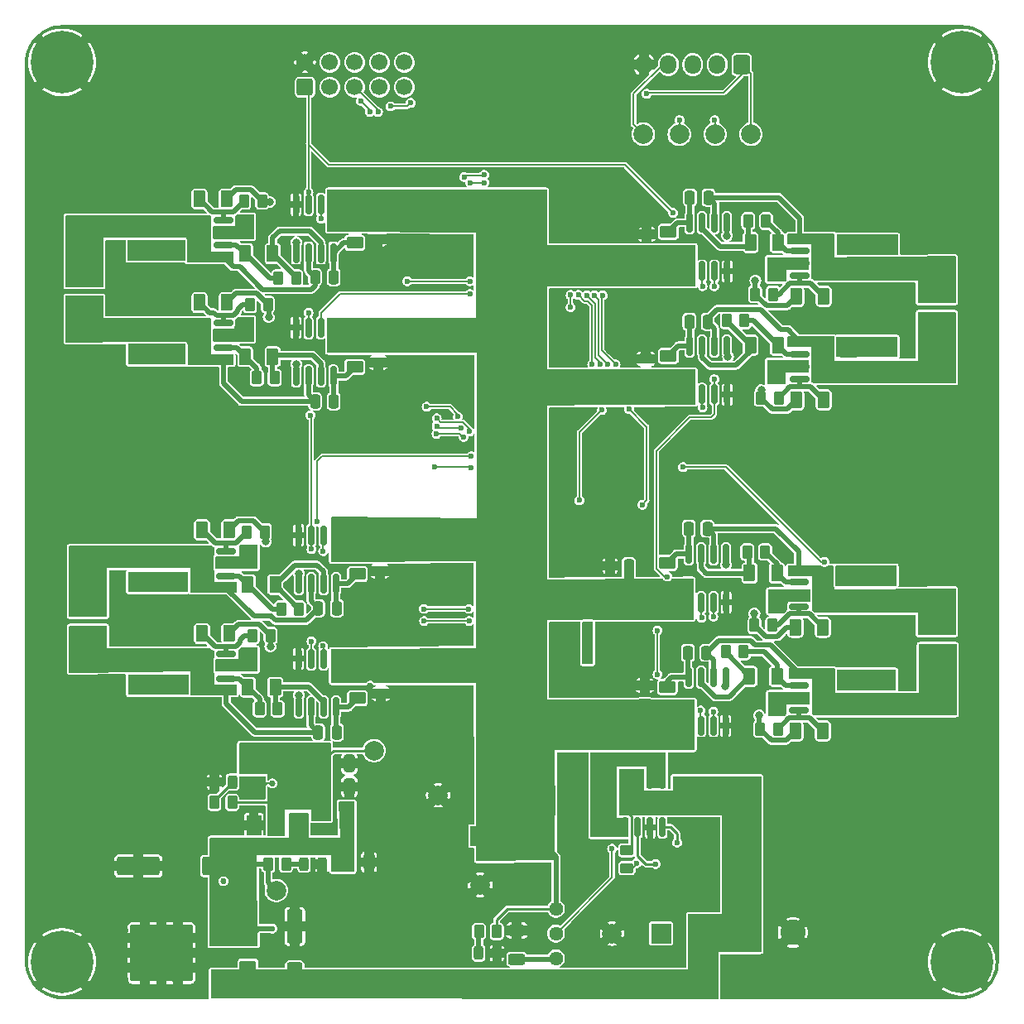
<source format=gbr>
%TF.GenerationSoftware,KiCad,Pcbnew,7.0.1*%
%TF.CreationDate,2023-04-06T21:05:58+02:00*%
%TF.ProjectId,Scout_Robot_Motor_Driver,53636f75-745f-4526-9f62-6f745f4d6f74,rev?*%
%TF.SameCoordinates,Original*%
%TF.FileFunction,Copper,L1,Top*%
%TF.FilePolarity,Positive*%
%FSLAX46Y46*%
G04 Gerber Fmt 4.6, Leading zero omitted, Abs format (unit mm)*
G04 Created by KiCad (PCBNEW 7.0.1) date 2023-04-06 21:05:58*
%MOMM*%
%LPD*%
G01*
G04 APERTURE LIST*
G04 Aperture macros list*
%AMRoundRect*
0 Rectangle with rounded corners*
0 $1 Rounding radius*
0 $2 $3 $4 $5 $6 $7 $8 $9 X,Y pos of 4 corners*
0 Add a 4 corners polygon primitive as box body*
4,1,4,$2,$3,$4,$5,$6,$7,$8,$9,$2,$3,0*
0 Add four circle primitives for the rounded corners*
1,1,$1+$1,$2,$3*
1,1,$1+$1,$4,$5*
1,1,$1+$1,$6,$7*
1,1,$1+$1,$8,$9*
0 Add four rect primitives between the rounded corners*
20,1,$1+$1,$2,$3,$4,$5,0*
20,1,$1+$1,$4,$5,$6,$7,0*
20,1,$1+$1,$6,$7,$8,$9,0*
20,1,$1+$1,$8,$9,$2,$3,0*%
G04 Aperture macros list end*
%TA.AperFunction,SMDPad,CuDef*%
%ADD10RoundRect,0.250000X0.262500X0.450000X-0.262500X0.450000X-0.262500X-0.450000X0.262500X-0.450000X0*%
%TD*%
%TA.AperFunction,SMDPad,CuDef*%
%ADD11RoundRect,0.250000X0.625000X-0.312500X0.625000X0.312500X-0.625000X0.312500X-0.625000X-0.312500X0*%
%TD*%
%TA.AperFunction,SMDPad,CuDef*%
%ADD12RoundRect,0.250000X0.375000X0.625000X-0.375000X0.625000X-0.375000X-0.625000X0.375000X-0.625000X0*%
%TD*%
%TA.AperFunction,SMDPad,CuDef*%
%ADD13RoundRect,0.150000X0.150000X-0.825000X0.150000X0.825000X-0.150000X0.825000X-0.150000X-0.825000X0*%
%TD*%
%TA.AperFunction,SMDPad,CuDef*%
%ADD14RoundRect,0.243750X-0.243750X-0.456250X0.243750X-0.456250X0.243750X0.456250X-0.243750X0.456250X0*%
%TD*%
%TA.AperFunction,SMDPad,CuDef*%
%ADD15RoundRect,0.250000X0.625000X-0.375000X0.625000X0.375000X-0.625000X0.375000X-0.625000X-0.375000X0*%
%TD*%
%TA.AperFunction,SMDPad,CuDef*%
%ADD16RoundRect,0.250000X-0.262500X-0.450000X0.262500X-0.450000X0.262500X0.450000X-0.262500X0.450000X0*%
%TD*%
%TA.AperFunction,SMDPad,CuDef*%
%ADD17RoundRect,0.150000X-0.825000X-0.150000X0.825000X-0.150000X0.825000X0.150000X-0.825000X0.150000X0*%
%TD*%
%TA.AperFunction,SMDPad,CuDef*%
%ADD18RoundRect,0.250000X1.950000X0.700000X-1.950000X0.700000X-1.950000X-0.700000X1.950000X-0.700000X0*%
%TD*%
%TA.AperFunction,SMDPad,CuDef*%
%ADD19RoundRect,0.250000X-0.250000X-0.475000X0.250000X-0.475000X0.250000X0.475000X-0.250000X0.475000X0*%
%TD*%
%TA.AperFunction,SMDPad,CuDef*%
%ADD20RoundRect,0.250000X-0.625000X0.375000X-0.625000X-0.375000X0.625000X-0.375000X0.625000X0.375000X0*%
%TD*%
%TA.AperFunction,ComponentPad*%
%ADD21R,2.000000X2.000000*%
%TD*%
%TA.AperFunction,ComponentPad*%
%ADD22C,2.000000*%
%TD*%
%TA.AperFunction,SMDPad,CuDef*%
%ADD23RoundRect,0.250000X0.250000X0.475000X-0.250000X0.475000X-0.250000X-0.475000X0.250000X-0.475000X0*%
%TD*%
%TA.AperFunction,SMDPad,CuDef*%
%ADD24RoundRect,0.250000X-0.375000X-0.625000X0.375000X-0.625000X0.375000X0.625000X-0.375000X0.625000X0*%
%TD*%
%TA.AperFunction,SMDPad,CuDef*%
%ADD25C,2.000000*%
%TD*%
%TA.AperFunction,SMDPad,CuDef*%
%ADD26RoundRect,0.150000X0.825000X0.150000X-0.825000X0.150000X-0.825000X-0.150000X0.825000X-0.150000X0*%
%TD*%
%TA.AperFunction,SMDPad,CuDef*%
%ADD27R,1.500000X2.000000*%
%TD*%
%TA.AperFunction,SMDPad,CuDef*%
%ADD28R,3.800000X2.000000*%
%TD*%
%TA.AperFunction,SMDPad,CuDef*%
%ADD29RoundRect,0.250000X0.850000X0.350000X-0.850000X0.350000X-0.850000X-0.350000X0.850000X-0.350000X0*%
%TD*%
%TA.AperFunction,SMDPad,CuDef*%
%ADD30RoundRect,0.249997X2.950003X2.650003X-2.950003X2.650003X-2.950003X-2.650003X2.950003X-2.650003X0*%
%TD*%
%TA.AperFunction,SMDPad,CuDef*%
%ADD31RoundRect,0.250000X1.275000X1.125000X-1.275000X1.125000X-1.275000X-1.125000X1.275000X-1.125000X0*%
%TD*%
%TA.AperFunction,SMDPad,CuDef*%
%ADD32RoundRect,0.250000X0.475000X-0.250000X0.475000X0.250000X-0.475000X0.250000X-0.475000X-0.250000X0*%
%TD*%
%TA.AperFunction,SMDPad,CuDef*%
%ADD33RoundRect,0.250000X-0.475000X0.250000X-0.475000X-0.250000X0.475000X-0.250000X0.475000X0.250000X0*%
%TD*%
%TA.AperFunction,SMDPad,CuDef*%
%ADD34RoundRect,0.250000X0.450000X-0.262500X0.450000X0.262500X-0.450000X0.262500X-0.450000X-0.262500X0*%
%TD*%
%TA.AperFunction,SMDPad,CuDef*%
%ADD35RoundRect,0.243750X0.243750X0.456250X-0.243750X0.456250X-0.243750X-0.456250X0.243750X-0.456250X0*%
%TD*%
%TA.AperFunction,SMDPad,CuDef*%
%ADD36RoundRect,0.150000X-0.150000X0.825000X-0.150000X-0.825000X0.150000X-0.825000X0.150000X0.825000X0*%
%TD*%
%TA.AperFunction,SMDPad,CuDef*%
%ADD37RoundRect,0.235000X0.940000X1.465000X-0.940000X1.465000X-0.940000X-1.465000X0.940000X-1.465000X0*%
%TD*%
%TA.AperFunction,ComponentPad*%
%ADD38C,0.800000*%
%TD*%
%TA.AperFunction,ComponentPad*%
%ADD39C,6.400000*%
%TD*%
%TA.AperFunction,SMDPad,CuDef*%
%ADD40RoundRect,0.250000X-0.325000X-0.650000X0.325000X-0.650000X0.325000X0.650000X-0.325000X0.650000X0*%
%TD*%
%TA.AperFunction,ComponentPad*%
%ADD41R,2.600000X2.600000*%
%TD*%
%TA.AperFunction,ComponentPad*%
%ADD42C,2.600000*%
%TD*%
%TA.AperFunction,SMDPad,CuDef*%
%ADD43RoundRect,0.250000X0.550000X-1.500000X0.550000X1.500000X-0.550000X1.500000X-0.550000X-1.500000X0*%
%TD*%
%TA.AperFunction,ComponentPad*%
%ADD44RoundRect,0.250000X0.600000X0.725000X-0.600000X0.725000X-0.600000X-0.725000X0.600000X-0.725000X0*%
%TD*%
%TA.AperFunction,ComponentPad*%
%ADD45O,1.700000X1.950000*%
%TD*%
%TA.AperFunction,ComponentPad*%
%ADD46RoundRect,0.250000X0.600000X-0.600000X0.600000X0.600000X-0.600000X0.600000X-0.600000X-0.600000X0*%
%TD*%
%TA.AperFunction,ComponentPad*%
%ADD47C,1.700000*%
%TD*%
%TA.AperFunction,ComponentPad*%
%ADD48C,1.440000*%
%TD*%
%TA.AperFunction,ViaPad*%
%ADD49C,0.600000*%
%TD*%
%TA.AperFunction,ViaPad*%
%ADD50C,0.800000*%
%TD*%
%TA.AperFunction,Conductor*%
%ADD51C,0.127000*%
%TD*%
%TA.AperFunction,Conductor*%
%ADD52C,0.508000*%
%TD*%
%TA.AperFunction,Conductor*%
%ADD53C,1.016000*%
%TD*%
%TA.AperFunction,Conductor*%
%ADD54C,0.254000*%
%TD*%
G04 APERTURE END LIST*
D10*
%TO.P,R10,1*%
%TO.N,Net-(D10-K)*%
X187041697Y-71765000D03*
%TO.P,R10,2*%
%TO.N,Net-(D10-A)*%
X185216697Y-71765000D03*
%TD*%
%TO.P,R44,1*%
%TO.N,VD*%
X210450000Y-135900000D03*
%TO.P,R44,2*%
%TO.N,Net-(D26-A)*%
X208625000Y-135900000D03*
%TD*%
D11*
%TO.P,R43,1*%
%TO.N,Net-(U12-FB)*%
X212500000Y-138712500D03*
%TO.P,R43,2*%
%TO.N,GND*%
X212500000Y-135787500D03*
%TD*%
D12*
%TO.P,D6,1,K*%
%TO.N,Net-(D6-K)*%
X183095000Y-105425000D03*
%TO.P,D6,2,A*%
%TO.N,Net-(D6-A)*%
X180295000Y-105425000D03*
%TD*%
D10*
%TO.P,R9,1*%
%TO.N,Net-(D9-K)*%
X187741697Y-79265000D03*
%TO.P,R9,2*%
%TO.N,Net-(D9-A)*%
X185916697Y-79265000D03*
%TD*%
D13*
%TO.P,U10,1,VCC*%
%TO.N,VD*%
X230195000Y-80950000D03*
%TO.P,U10,2,IN*%
%TO.N,Net-(U10-IN)*%
X231465000Y-80950000D03*
%TO.P,U10,3,~{SD}*%
%TO.N,MOT_EN*%
X232735000Y-80950000D03*
%TO.P,U10,4,COM*%
%TO.N,GND*%
X234005000Y-80950000D03*
%TO.P,U10,5,LO*%
%TO.N,Net-(D24-K)*%
X234005000Y-76000000D03*
%TO.P,U10,6,VS*%
%TO.N,/H_Bridges/MOT_B_2*%
X232735000Y-76000000D03*
%TO.P,U10,7,HO*%
%TO.N,Net-(D23-K)*%
X231465000Y-76000000D03*
%TO.P,U10,8,VB*%
%TO.N,Net-(D16-K)*%
X230195000Y-76000000D03*
%TD*%
D12*
%TO.P,D9,1,K*%
%TO.N,Net-(D9-K)*%
X187529197Y-77095000D03*
%TO.P,D9,2,A*%
%TO.N,Net-(D9-A)*%
X184729197Y-77095000D03*
%TD*%
D13*
%TO.P,U9,1,VCC*%
%TO.N,VD*%
X230195000Y-68350000D03*
%TO.P,U9,2,IN*%
%TO.N,Net-(U9-IN)*%
X231465000Y-68350000D03*
%TO.P,U9,3,~{SD}*%
%TO.N,MOT_EN*%
X232735000Y-68350000D03*
%TO.P,U9,4,COM*%
%TO.N,GND*%
X234005000Y-68350000D03*
%TO.P,U9,5,LO*%
%TO.N,Net-(D22-K)*%
X234005000Y-63400000D03*
%TO.P,U9,6,VS*%
%TO.N,/H_Bridges/MOT_B_1*%
X232735000Y-63400000D03*
%TO.P,U9,7,HO*%
%TO.N,Net-(D21-K)*%
X231465000Y-63400000D03*
%TO.P,U9,8,VB*%
%TO.N,Net-(D15-K)*%
X230195000Y-63400000D03*
%TD*%
D14*
%TO.P,D29,1,K*%
%TO.N,GND*%
X181562500Y-120600000D03*
%TO.P,D29,2,A*%
%TO.N,Net-(D29-A)*%
X183437500Y-120600000D03*
%TD*%
D15*
%TO.P,D2,1,K*%
%TO.N,Net-(D2-K)*%
X196195000Y-99325000D03*
%TO.P,D2,2,A*%
%TO.N,VD*%
X196195000Y-96525000D03*
%TD*%
D16*
%TO.P,R46,1*%
%TO.N,+5V*%
X187075000Y-129000000D03*
%TO.P,R46,2*%
%TO.N,Net-(D30-A)*%
X188900000Y-129000000D03*
%TD*%
D17*
%TO.P,Q10,1,S1*%
%TO.N,/H_Bridges/MOT_D_2*%
X241330000Y-109430000D03*
%TO.P,Q10,2,G1*%
%TO.N,Net-(D19-A)*%
X241330000Y-110700000D03*
%TO.P,Q10,3,S2*%
%TO.N,/H_Bridges/MOT_D_GND*%
X241330000Y-111970000D03*
%TO.P,Q10,4,G2*%
%TO.N,Net-(D20-A)*%
X241330000Y-113240000D03*
%TO.P,Q10,5,D2*%
%TO.N,/H_Bridges/MOT_D_2*%
X246280000Y-113240000D03*
%TO.P,Q10,6,D2*%
X246280000Y-111970000D03*
%TO.P,Q10,7,D1*%
%TO.N,VD*%
X246280000Y-110700000D03*
%TO.P,Q10,8,D1*%
X246280000Y-109430000D03*
%TD*%
D18*
%TO.P,C35,1*%
%TO.N,+5V*%
X182500000Y-129200000D03*
%TO.P,C35,2*%
%TO.N,GND*%
X173800000Y-129200000D03*
%TD*%
D19*
%TO.P,C15,1*%
%TO.N,Net-(D13-K)*%
X230105000Y-94685000D03*
%TO.P,C15,2*%
%TO.N,/H_Bridges/MOT_D_1*%
X232005000Y-94685000D03*
%TD*%
D20*
%TO.P,D15,1,K*%
%TO.N,Net-(D15-K)*%
X228000000Y-64325000D03*
%TO.P,D15,2,A*%
%TO.N,VD*%
X228000000Y-67125000D03*
%TD*%
D21*
%TO.P,C29,1*%
%TO.N,VD*%
X208750000Y-126132323D03*
D22*
%TO.P,C29,2*%
%TO.N,GND*%
X208750000Y-131132323D03*
%TD*%
D23*
%TO.P,C6,1*%
%TO.N,Net-(D2-K)*%
X194095000Y-102825000D03*
%TO.P,C6,2*%
%TO.N,/H_Bridges/MOT_C_2*%
X192195000Y-102825000D03*
%TD*%
D16*
%TO.P,R24,1*%
%TO.N,Net-(D24-K)*%
X237475000Y-81325000D03*
%TO.P,R24,2*%
%TO.N,Net-(D24-A)*%
X239300000Y-81325000D03*
%TD*%
D24*
%TO.P,D18,1,K*%
%TO.N,Net-(D18-K)*%
X241005000Y-104785000D03*
%TO.P,D18,2,A*%
%TO.N,Net-(D18-A)*%
X243805000Y-104785000D03*
%TD*%
D25*
%TO.P,TP8,1,1*%
%TO.N,+5V*%
X187900000Y-131700000D03*
%TD*%
D26*
%TO.P,Q5,1,S1*%
%TO.N,/H_Bridges/MOT_A_1*%
X182504197Y-77470000D03*
%TO.P,Q5,2,G1*%
%TO.N,Net-(D9-A)*%
X182504197Y-76200000D03*
%TO.P,Q5,3,S2*%
%TO.N,/H_Bridges/MOT_A_GND*%
X182504197Y-74930000D03*
%TO.P,Q5,4,G2*%
%TO.N,Net-(D10-A)*%
X182504197Y-73660000D03*
%TO.P,Q5,5,D2*%
%TO.N,/H_Bridges/MOT_A_1*%
X177554197Y-73660000D03*
%TO.P,Q5,6,D2*%
X177554197Y-74930000D03*
%TO.P,Q5,7,D1*%
%TO.N,VD*%
X177554197Y-76200000D03*
%TO.P,Q5,8,D1*%
X177554197Y-77470000D03*
%TD*%
D27*
%TO.P,U13,1,GND*%
%TO.N,GND*%
X185600000Y-125050000D03*
D28*
%TO.P,U13,2,VO*%
%TO.N,+3V3*%
X187900000Y-118750000D03*
D27*
X187900000Y-125050000D03*
%TO.P,U13,3,VI*%
%TO.N,+5V*%
X190200000Y-125050000D03*
%TD*%
D17*
%TO.P,Q11,1,S1*%
%TO.N,/H_Bridges/MOT_B_1*%
X241425000Y-65020000D03*
%TO.P,Q11,2,G1*%
%TO.N,Net-(D21-A)*%
X241425000Y-66290000D03*
%TO.P,Q11,3,S2*%
%TO.N,/H_Bridges/MOT_B_GND*%
X241425000Y-67560000D03*
%TO.P,Q11,4,G2*%
%TO.N,Net-(D22-A)*%
X241425000Y-68830000D03*
%TO.P,Q11,5,D2*%
%TO.N,/H_Bridges/MOT_B_1*%
X246375000Y-68830000D03*
%TO.P,Q11,6,D2*%
X246375000Y-67560000D03*
%TO.P,Q11,7,D1*%
%TO.N,VD*%
X246375000Y-66290000D03*
%TO.P,Q11,8,D1*%
X246375000Y-65020000D03*
%TD*%
D13*
%TO.P,U8,1,VCC*%
%TO.N,VD*%
X230065000Y-114835000D03*
%TO.P,U8,2,IN*%
%TO.N,Net-(U8-IN)*%
X231335000Y-114835000D03*
%TO.P,U8,3,~{SD}*%
%TO.N,MOT_EN*%
X232605000Y-114835000D03*
%TO.P,U8,4,COM*%
%TO.N,GND*%
X233875000Y-114835000D03*
%TO.P,U8,5,LO*%
%TO.N,Net-(D20-K)*%
X233875000Y-109885000D03*
%TO.P,U8,6,VS*%
%TO.N,/H_Bridges/MOT_D_2*%
X232605000Y-109885000D03*
%TO.P,U8,7,HO*%
%TO.N,Net-(D19-K)*%
X231335000Y-109885000D03*
%TO.P,U8,8,VB*%
%TO.N,Net-(D14-K)*%
X230065000Y-109885000D03*
%TD*%
D15*
%TO.P,D28,1,K*%
%TO.N,VCC*%
X185000000Y-139480000D03*
%TO.P,D28,2,A*%
%TO.N,+5V*%
X185000000Y-136680000D03*
%TD*%
D12*
%TO.P,D7,1,K*%
%TO.N,Net-(D7-K)*%
X187795000Y-100425000D03*
%TO.P,D7,2,A*%
%TO.N,Net-(D7-A)*%
X184995000Y-100425000D03*
%TD*%
D10*
%TO.P,R12,1*%
%TO.N,Net-(D12-K)*%
X186441697Y-61165000D03*
%TO.P,R12,2*%
%TO.N,Net-(D12-A)*%
X184616697Y-61165000D03*
%TD*%
%TO.P,R6,1*%
%TO.N,Net-(D6-K)*%
X187320000Y-105625000D03*
%TO.P,R6,2*%
%TO.N,Net-(D6-A)*%
X185495000Y-105625000D03*
%TD*%
D23*
%TO.P,C5,1*%
%TO.N,Net-(D1-K)*%
X194095000Y-115525000D03*
%TO.P,C5,2*%
%TO.N,/H_Bridges/MOT_C_1*%
X192195000Y-115525000D03*
%TD*%
%TO.P,C7,1*%
%TO.N,Net-(D3-K)*%
X193779197Y-81665000D03*
%TO.P,C7,2*%
%TO.N,/H_Bridges/MOT_A_1*%
X191879197Y-81665000D03*
%TD*%
D29*
%TO.P,U14,1,IN*%
%TO.N,VCC*%
X182450000Y-140380000D03*
%TO.P,U14,3,OUT*%
%TO.N,+5V*%
X182450000Y-135820000D03*
D30*
%TO.P,U14,2,GND*%
%TO.N,GND*%
X176150000Y-138100000D03*
D31*
X174475000Y-136575000D03*
X177825000Y-139625000D03*
X174475000Y-139625000D03*
X177825000Y-136575000D03*
%TD*%
D25*
%TO.P,TP7,1,1*%
%TO.N,+3V3*%
X197900000Y-117400000D03*
%TD*%
D16*
%TO.P,R22,1*%
%TO.N,Net-(D22-K)*%
X236875000Y-70725000D03*
%TO.P,R22,2*%
%TO.N,Net-(D22-A)*%
X238700000Y-70725000D03*
%TD*%
D32*
%TO.P,C14,1*%
%TO.N,VD*%
X225800000Y-66475000D03*
%TO.P,C14,2*%
%TO.N,GND*%
X225800000Y-64575000D03*
%TD*%
D33*
%TO.P,C2,1*%
%TO.N,VD*%
X198495000Y-97125000D03*
%TO.P,C2,2*%
%TO.N,GND*%
X198495000Y-99025000D03*
%TD*%
D20*
%TO.P,D13,1,K*%
%TO.N,Net-(D13-K)*%
X227905000Y-98185000D03*
%TO.P,D13,2,A*%
%TO.N,VD*%
X227905000Y-100985000D03*
%TD*%
D19*
%TO.P,C16,1*%
%TO.N,Net-(D14-K)*%
X230005000Y-107385000D03*
%TO.P,C16,2*%
%TO.N,/H_Bridges/MOT_D_2*%
X231905000Y-107385000D03*
%TD*%
D34*
%TO.P,R42,1*%
%TO.N,Net-(U12-CS)*%
X223750000Y-129412500D03*
%TO.P,R42,2*%
%TO.N,VCC*%
X223750000Y-127587500D03*
%TD*%
D21*
%TO.P,C36,1*%
%TO.N,VCC*%
X227250000Y-136100000D03*
D22*
%TO.P,C36,2*%
%TO.N,GND*%
X222250000Y-136100000D03*
%TD*%
D33*
%TO.P,C1,1*%
%TO.N,VD*%
X198595000Y-109675000D03*
%TO.P,C1,2*%
%TO.N,GND*%
X198595000Y-111575000D03*
%TD*%
D15*
%TO.P,D3,1,K*%
%TO.N,Net-(D3-K)*%
X195929197Y-78165000D03*
%TO.P,D3,2,A*%
%TO.N,VD*%
X195929197Y-75365000D03*
%TD*%
%TO.P,D1,1,K*%
%TO.N,Net-(D1-K)*%
X196195000Y-112025000D03*
%TO.P,D1,2,A*%
%TO.N,VD*%
X196195000Y-109225000D03*
%TD*%
D32*
%TO.P,C13,1*%
%TO.N,VD*%
X225700000Y-79225000D03*
%TO.P,C13,2*%
%TO.N,GND*%
X225700000Y-77325000D03*
%TD*%
D20*
%TO.P,D16,1,K*%
%TO.N,Net-(D16-K)*%
X228000000Y-77025000D03*
%TO.P,D16,2,A*%
%TO.N,VD*%
X228000000Y-79825000D03*
%TD*%
D17*
%TO.P,Q12,1,S1*%
%TO.N,/H_Bridges/MOT_B_2*%
X241450000Y-75555000D03*
%TO.P,Q12,2,G1*%
%TO.N,Net-(D23-A)*%
X241450000Y-76825000D03*
%TO.P,Q12,3,S2*%
%TO.N,/H_Bridges/MOT_B_GND*%
X241450000Y-78095000D03*
%TO.P,Q12,4,G2*%
%TO.N,Net-(D24-A)*%
X241450000Y-79365000D03*
%TO.P,Q12,5,D2*%
%TO.N,/H_Bridges/MOT_B_2*%
X246400000Y-79365000D03*
%TO.P,Q12,6,D2*%
X246400000Y-78095000D03*
%TO.P,Q12,7,D1*%
%TO.N,VD*%
X246400000Y-76825000D03*
%TO.P,Q12,8,D1*%
X246400000Y-75555000D03*
%TD*%
D25*
%TO.P,TP5,1,1*%
%TO.N,VD*%
X210250000Y-121950000D03*
%TD*%
%TO.P,TP2,1,1*%
%TO.N,MOT_C_CURR_ADC*%
X229116666Y-54350000D03*
%TD*%
D35*
%TO.P,D30,1,K*%
%TO.N,GND*%
X192600000Y-129000000D03*
%TO.P,D30,2,A*%
%TO.N,Net-(D30-A)*%
X190725000Y-129000000D03*
%TD*%
D13*
%TO.P,Q13,1,S1*%
%TO.N,Net-(Q13A-S1)*%
X223595000Y-125225000D03*
%TO.P,Q13,2,G1*%
%TO.N,Net-(Q13A-G1)*%
X224865000Y-125225000D03*
%TO.P,Q13,3,S2*%
%TO.N,GND*%
X226135000Y-125225000D03*
%TO.P,Q13,4,G2*%
%TO.N,Net-(Q13B-G2)*%
X227405000Y-125225000D03*
%TO.P,Q13,5,D2*%
%TO.N,Net-(Q13A-S1)*%
X227405000Y-120275000D03*
%TO.P,Q13,6,D2*%
X226135000Y-120275000D03*
%TO.P,Q13,7,D1*%
%TO.N,VCC*%
X224865000Y-120275000D03*
%TO.P,Q13,8,D1*%
X223595000Y-120275000D03*
%TD*%
D12*
%TO.P,D8,1,K*%
%TO.N,Net-(D8-K)*%
X183095000Y-94825000D03*
%TO.P,D8,2,A*%
%TO.N,Net-(D8-A)*%
X180295000Y-94825000D03*
%TD*%
D25*
%TO.P,TP4,1,1*%
%TO.N,MOT_D_CURR_ADC*%
X225450000Y-54350000D03*
%TD*%
D16*
%TO.P,R21,1*%
%TO.N,Net-(D21-K)*%
X236175000Y-63225000D03*
%TO.P,R21,2*%
%TO.N,Net-(D21-A)*%
X238000000Y-63225000D03*
%TD*%
D10*
%TO.P,R11,1*%
%TO.N,Net-(D11-K)*%
X189941697Y-69065000D03*
%TO.P,R11,2*%
%TO.N,Net-(D11-A)*%
X188116697Y-69065000D03*
%TD*%
D36*
%TO.P,U6,1,VCC*%
%TO.N,VD*%
X193734197Y-61540000D03*
%TO.P,U6,2,IN*%
%TO.N,Net-(U6-IN)*%
X192464197Y-61540000D03*
%TO.P,U6,3,~{SD}*%
%TO.N,MOT_EN*%
X191194197Y-61540000D03*
%TO.P,U6,4,COM*%
%TO.N,GND*%
X189924197Y-61540000D03*
%TO.P,U6,5,LO*%
%TO.N,Net-(D12-K)*%
X189924197Y-66490000D03*
%TO.P,U6,6,VS*%
%TO.N,/H_Bridges/MOT_A_2*%
X191194197Y-66490000D03*
%TO.P,U6,7,HO*%
%TO.N,Net-(D11-K)*%
X192464197Y-66490000D03*
%TO.P,U6,8,VB*%
%TO.N,Net-(D4-K)*%
X193734197Y-66490000D03*
%TD*%
D23*
%TO.P,C8,1*%
%TO.N,Net-(D4-K)*%
X193779197Y-68965000D03*
%TO.P,C8,2*%
%TO.N,/H_Bridges/MOT_A_2*%
X191879197Y-68965000D03*
%TD*%
D37*
%TO.P,L1,1,1*%
%TO.N,Net-(Q13A-S1)*%
X221300000Y-122500000D03*
%TO.P,L1,2,2*%
%TO.N,VD*%
X215250000Y-122500000D03*
%TD*%
D38*
%TO.P,H3,1,1*%
%TO.N,GND*%
X166000000Y-136600000D03*
X167697056Y-140697056D03*
X167697056Y-137302944D03*
X168400000Y-139000000D03*
D39*
X166000000Y-139000000D03*
D38*
X166000000Y-141400000D03*
X164302944Y-137302944D03*
X164302944Y-140697056D03*
X163600000Y-139000000D03*
%TD*%
D16*
%TO.P,R23,1*%
%TO.N,Net-(D23-K)*%
X233975000Y-73425000D03*
%TO.P,R23,2*%
%TO.N,Net-(D23-A)*%
X235800000Y-73425000D03*
%TD*%
D40*
%TO.P,C30,1*%
%TO.N,+5V*%
X194425000Y-128800000D03*
%TO.P,C30,2*%
%TO.N,GND*%
X197375000Y-128800000D03*
%TD*%
D41*
%TO.P,J1,1,Pin_1*%
%TO.N,/H_Bridges/MOT_A_2*%
X168524197Y-67965000D03*
D42*
%TO.P,J1,2,Pin_2*%
%TO.N,/H_Bridges/MOT_A_1*%
X168524197Y-72965000D03*
%TD*%
D41*
%TO.P,J6,1,Pin_1*%
%TO.N,VCC*%
X235750000Y-136000000D03*
D42*
%TO.P,J6,2,Pin_2*%
%TO.N,GND*%
X240750000Y-136000000D03*
%TD*%
D10*
%TO.P,R7,1*%
%TO.N,Net-(D7-K)*%
X190220000Y-102925000D03*
%TO.P,R7,2*%
%TO.N,Net-(D7-A)*%
X188395000Y-102925000D03*
%TD*%
D26*
%TO.P,Q3,1,S1*%
%TO.N,/H_Bridges/MOT_C_1*%
X182770000Y-111330000D03*
%TO.P,Q3,2,G1*%
%TO.N,Net-(D5-A)*%
X182770000Y-110060000D03*
%TO.P,Q3,3,S2*%
%TO.N,/H_Bridges/MOT_C_GND*%
X182770000Y-108790000D03*
%TO.P,Q3,4,G2*%
%TO.N,Net-(D6-A)*%
X182770000Y-107520000D03*
%TO.P,Q3,5,D2*%
%TO.N,/H_Bridges/MOT_C_1*%
X177820000Y-107520000D03*
%TO.P,Q3,6,D2*%
X177820000Y-108790000D03*
%TO.P,Q3,7,D1*%
%TO.N,VD*%
X177820000Y-110060000D03*
%TO.P,Q3,8,D1*%
X177820000Y-111330000D03*
%TD*%
D12*
%TO.P,D10,1,K*%
%TO.N,Net-(D10-K)*%
X182829197Y-71565000D03*
%TO.P,D10,2,A*%
%TO.N,Net-(D10-A)*%
X180029197Y-71565000D03*
%TD*%
D35*
%TO.P,D26,1,K*%
%TO.N,GND*%
X210475000Y-138100000D03*
%TO.P,D26,2,A*%
%TO.N,Net-(D26-A)*%
X208600000Y-138100000D03*
%TD*%
D25*
%TO.P,TP6,1,1*%
%TO.N,GND*%
X204450000Y-121950000D03*
%TD*%
D15*
%TO.P,D4,1,K*%
%TO.N,Net-(D4-K)*%
X195929197Y-65465000D03*
%TO.P,D4,2,A*%
%TO.N,VD*%
X195929197Y-62665000D03*
%TD*%
D24*
%TO.P,D22,1,K*%
%TO.N,Net-(D22-K)*%
X241100000Y-70925000D03*
%TO.P,D22,2,A*%
%TO.N,Net-(D22-A)*%
X243900000Y-70925000D03*
%TD*%
D36*
%TO.P,U4,1,VCC*%
%TO.N,VD*%
X194005000Y-95375000D03*
%TO.P,U4,2,IN*%
%TO.N,Net-(U4-IN)*%
X192735000Y-95375000D03*
%TO.P,U4,3,~{SD}*%
%TO.N,MOT_EN*%
X191465000Y-95375000D03*
%TO.P,U4,4,COM*%
%TO.N,GND*%
X190195000Y-95375000D03*
%TO.P,U4,5,LO*%
%TO.N,Net-(D8-K)*%
X190195000Y-100325000D03*
%TO.P,U4,6,VS*%
%TO.N,/H_Bridges/MOT_C_2*%
X191465000Y-100325000D03*
%TO.P,U4,7,HO*%
%TO.N,Net-(D7-K)*%
X192735000Y-100325000D03*
%TO.P,U4,8,VB*%
%TO.N,Net-(D2-K)*%
X194005000Y-100325000D03*
%TD*%
D10*
%TO.P,R5,1*%
%TO.N,Net-(D5-K)*%
X188020000Y-113125000D03*
%TO.P,R5,2*%
%TO.N,Net-(D5-A)*%
X186195000Y-113125000D03*
%TD*%
D36*
%TO.P,U3,1,VCC*%
%TO.N,VD*%
X194000000Y-108000000D03*
%TO.P,U3,2,IN*%
%TO.N,Net-(U3-IN)*%
X192730000Y-108000000D03*
%TO.P,U3,3,~{SD}*%
%TO.N,MOT_EN*%
X191460000Y-108000000D03*
%TO.P,U3,4,COM*%
%TO.N,GND*%
X190190000Y-108000000D03*
%TO.P,U3,5,LO*%
%TO.N,Net-(D6-K)*%
X190190000Y-112950000D03*
%TO.P,U3,6,VS*%
%TO.N,/H_Bridges/MOT_C_1*%
X191460000Y-112950000D03*
%TO.P,U3,7,HO*%
%TO.N,Net-(D5-K)*%
X192730000Y-112950000D03*
%TO.P,U3,8,VB*%
%TO.N,Net-(D1-K)*%
X194000000Y-112950000D03*
%TD*%
D19*
%TO.P,C17,1*%
%TO.N,Net-(D15-K)*%
X230200000Y-60825000D03*
%TO.P,C17,2*%
%TO.N,/H_Bridges/MOT_B_1*%
X232100000Y-60825000D03*
%TD*%
D13*
%TO.P,U7,1,VCC*%
%TO.N,VD*%
X230095000Y-102235000D03*
%TO.P,U7,2,IN*%
%TO.N,Net-(U7-IN)*%
X231365000Y-102235000D03*
%TO.P,U7,3,~{SD}*%
%TO.N,MOT_EN*%
X232635000Y-102235000D03*
%TO.P,U7,4,COM*%
%TO.N,GND*%
X233905000Y-102235000D03*
%TO.P,U7,5,LO*%
%TO.N,Net-(D18-K)*%
X233905000Y-97285000D03*
%TO.P,U7,6,VS*%
%TO.N,/H_Bridges/MOT_D_1*%
X232635000Y-97285000D03*
%TO.P,U7,7,HO*%
%TO.N,Net-(D17-K)*%
X231365000Y-97285000D03*
%TO.P,U7,8,VB*%
%TO.N,Net-(D13-K)*%
X230095000Y-97285000D03*
%TD*%
D32*
%TO.P,C11,1*%
%TO.N,VD*%
X225590000Y-112620000D03*
%TO.P,C11,2*%
%TO.N,GND*%
X225590000Y-110720000D03*
%TD*%
D17*
%TO.P,Q9,1,S1*%
%TO.N,/H_Bridges/MOT_D_1*%
X241330000Y-98880000D03*
%TO.P,Q9,2,G1*%
%TO.N,Net-(D17-A)*%
X241330000Y-100150000D03*
%TO.P,Q9,3,S2*%
%TO.N,/H_Bridges/MOT_D_GND*%
X241330000Y-101420000D03*
%TO.P,Q9,4,G2*%
%TO.N,Net-(D18-A)*%
X241330000Y-102690000D03*
%TO.P,Q9,5,D2*%
%TO.N,/H_Bridges/MOT_D_1*%
X246280000Y-102690000D03*
%TO.P,Q9,6,D2*%
X246280000Y-101420000D03*
%TO.P,Q9,7,D1*%
%TO.N,VD*%
X246280000Y-100150000D03*
%TO.P,Q9,8,D1*%
X246280000Y-98880000D03*
%TD*%
D10*
%TO.P,R45,1*%
%TO.N,+3V3*%
X183400000Y-122700000D03*
%TO.P,R45,2*%
%TO.N,Net-(D29-A)*%
X181575000Y-122700000D03*
%TD*%
D43*
%TO.P,C31,1*%
%TO.N,VCC*%
X189800000Y-140800000D03*
%TO.P,C31,2*%
%TO.N,GND*%
X189800000Y-135400000D03*
%TD*%
D24*
%TO.P,D20,1,K*%
%TO.N,Net-(D20-K)*%
X241005000Y-115385000D03*
%TO.P,D20,2,A*%
%TO.N,Net-(D20-A)*%
X243805000Y-115385000D03*
%TD*%
%TO.P,D23,1,K*%
%TO.N,Net-(D23-K)*%
X236400000Y-75925000D03*
%TO.P,D23,2,A*%
%TO.N,Net-(D23-A)*%
X239200000Y-75925000D03*
%TD*%
D10*
%TO.P,R8,1*%
%TO.N,Net-(D8-K)*%
X186720000Y-95025000D03*
%TO.P,R8,2*%
%TO.N,Net-(D8-A)*%
X184895000Y-95025000D03*
%TD*%
D24*
%TO.P,D19,1,K*%
%TO.N,Net-(D19-K)*%
X236305000Y-109785000D03*
%TO.P,D19,2,A*%
%TO.N,Net-(D19-A)*%
X239105000Y-109785000D03*
%TD*%
D33*
%TO.P,C4,1*%
%TO.N,VD*%
X198329197Y-75815000D03*
%TO.P,C4,2*%
%TO.N,GND*%
X198329197Y-77715000D03*
%TD*%
D44*
%TO.P,J7,1,Pin_1*%
%TO.N,MOT_A_CURR_ADC*%
X235500000Y-47220000D03*
D45*
%TO.P,J7,2,Pin_2*%
%TO.N,MOT_B_CURR_ADC*%
X233000000Y-47220000D03*
%TO.P,J7,3,Pin_3*%
%TO.N,MOT_C_CURR_ADC*%
X230500000Y-47220000D03*
%TO.P,J7,4,Pin_4*%
%TO.N,MOT_D_CURR_ADC*%
X228000000Y-47220000D03*
%TO.P,J7,5,Pin_5*%
%TO.N,GND*%
X225500000Y-47220000D03*
%TD*%
D41*
%TO.P,J4,1,Pin_1*%
%TO.N,/H_Bridges/MOT_D_2*%
X255305000Y-108385000D03*
D42*
%TO.P,J4,2,Pin_2*%
%TO.N,/H_Bridges/MOT_D_1*%
X255305000Y-103385000D03*
%TD*%
D26*
%TO.P,Q6,1,S1*%
%TO.N,/H_Bridges/MOT_A_2*%
X182504197Y-66920000D03*
%TO.P,Q6,2,G1*%
%TO.N,Net-(D11-A)*%
X182504197Y-65650000D03*
%TO.P,Q6,3,S2*%
%TO.N,/H_Bridges/MOT_A_GND*%
X182504197Y-64380000D03*
%TO.P,Q6,4,G2*%
%TO.N,Net-(D12-A)*%
X182504197Y-63110000D03*
%TO.P,Q6,5,D2*%
%TO.N,/H_Bridges/MOT_A_2*%
X177554197Y-63110000D03*
%TO.P,Q6,6,D2*%
X177554197Y-64380000D03*
%TO.P,Q6,7,D1*%
%TO.N,VD*%
X177554197Y-65650000D03*
%TO.P,Q6,8,D1*%
X177554197Y-66920000D03*
%TD*%
D46*
%TO.P,J5,1,Pin_1*%
%TO.N,MOT_EN*%
X190840000Y-49540000D03*
D47*
%TO.P,J5,2,Pin_2*%
%TO.N,GND*%
X190840000Y-47000000D03*
%TO.P,J5,3,Pin_3*%
%TO.N,MOT_D_PWM*%
X193380000Y-49540000D03*
%TO.P,J5,4,Pin_4*%
%TO.N,MOT_D_DIR*%
X193380000Y-47000000D03*
%TO.P,J5,5,Pin_5*%
%TO.N,MOT_C_PWM*%
X195920000Y-49540000D03*
%TO.P,J5,6,Pin_6*%
%TO.N,MOT_C_DIR*%
X195920000Y-47000000D03*
%TO.P,J5,7,Pin_7*%
%TO.N,MOT_B_PWM*%
X198460000Y-49540000D03*
%TO.P,J5,8,Pin_8*%
%TO.N,MOT_B_DIR*%
X198460000Y-47000000D03*
%TO.P,J5,9,Pin_9*%
%TO.N,MOT_A_PWM*%
X201000000Y-49540000D03*
%TO.P,J5,10,Pin_10*%
%TO.N,MOT_A_DIR*%
X201000000Y-47000000D03*
%TD*%
D16*
%TO.P,R20,1*%
%TO.N,Net-(D20-K)*%
X237380000Y-115185000D03*
%TO.P,R20,2*%
%TO.N,Net-(D20-A)*%
X239205000Y-115185000D03*
%TD*%
D38*
%TO.P,H4,1,1*%
%TO.N,GND*%
X166000000Y-44600000D03*
X167697056Y-48697056D03*
X167697056Y-45302944D03*
X168400000Y-47000000D03*
D39*
X166000000Y-47000000D03*
D38*
X166000000Y-49400000D03*
X164302944Y-45302944D03*
X164302944Y-48697056D03*
X163600000Y-47000000D03*
%TD*%
D12*
%TO.P,D27,1,K*%
%TO.N,+5V*%
X195300000Y-123500000D03*
%TO.P,D27,2,A*%
%TO.N,+3V3*%
X192500000Y-123500000D03*
%TD*%
D16*
%TO.P,R19,1*%
%TO.N,Net-(D19-K)*%
X233880000Y-107285000D03*
%TO.P,R19,2*%
%TO.N,Net-(D19-A)*%
X235705000Y-107285000D03*
%TD*%
D38*
%TO.P,H2,1,1*%
%TO.N,GND*%
X258000000Y-136600000D03*
X259697056Y-140697056D03*
X259697056Y-137302944D03*
X260400000Y-139000000D03*
D39*
X258000000Y-139000000D03*
D38*
X258000000Y-141400000D03*
X256302944Y-137302944D03*
X256302944Y-140697056D03*
X255600000Y-139000000D03*
%TD*%
D48*
%TO.P,RV1,1,1*%
%TO.N,Net-(U12-FB)*%
X216500000Y-138640000D03*
%TO.P,RV1,2,2*%
X216500000Y-136100000D03*
%TO.P,RV1,3,3*%
%TO.N,VD*%
X216500000Y-133560000D03*
%TD*%
D25*
%TO.P,TP1,1,1*%
%TO.N,MOT_A_CURR_ADC*%
X236450000Y-54350000D03*
%TD*%
D16*
%TO.P,R17,1*%
%TO.N,Net-(D17-K)*%
X236080000Y-97085000D03*
%TO.P,R17,2*%
%TO.N,Net-(D17-A)*%
X237905000Y-97085000D03*
%TD*%
D23*
%TO.P,C12,2*%
%TO.N,GND*%
X222062000Y-98500000D03*
%TO.P,C12,1*%
%TO.N,VD*%
X223962000Y-98500000D03*
%TD*%
D41*
%TO.P,J3,1,Pin_1*%
%TO.N,/H_Bridges/MOT_C_2*%
X168524197Y-101825000D03*
D42*
%TO.P,J3,2,Pin_2*%
%TO.N,/H_Bridges/MOT_C_1*%
X168524197Y-106825000D03*
%TD*%
D12*
%TO.P,D5,1,K*%
%TO.N,Net-(D5-K)*%
X187795000Y-110925000D03*
%TO.P,D5,2,A*%
%TO.N,Net-(D5-A)*%
X184995000Y-110925000D03*
%TD*%
D33*
%TO.P,C3,1*%
%TO.N,VD*%
X198229197Y-63215000D03*
%TO.P,C3,2*%
%TO.N,GND*%
X198229197Y-65115000D03*
%TD*%
D40*
%TO.P,C32,1*%
%TO.N,+3V3*%
X192425000Y-118700000D03*
%TO.P,C32,2*%
%TO.N,GND*%
X195375000Y-118700000D03*
%TD*%
D16*
%TO.P,R18,1*%
%TO.N,Net-(D18-K)*%
X236805000Y-104585000D03*
%TO.P,R18,2*%
%TO.N,Net-(D18-A)*%
X238630000Y-104585000D03*
%TD*%
D40*
%TO.P,C34,1*%
%TO.N,+3V3*%
X192425000Y-121100000D03*
%TO.P,C34,2*%
%TO.N,GND*%
X195375000Y-121100000D03*
%TD*%
D19*
%TO.P,C18,1*%
%TO.N,Net-(D16-K)*%
X230150000Y-73525000D03*
%TO.P,C18,2*%
%TO.N,/H_Bridges/MOT_B_2*%
X232050000Y-73525000D03*
%TD*%
D20*
%TO.P,D14,1,K*%
%TO.N,Net-(D14-K)*%
X227905000Y-110885000D03*
%TO.P,D14,2,A*%
%TO.N,VD*%
X227905000Y-113685000D03*
%TD*%
D12*
%TO.P,D11,1,K*%
%TO.N,Net-(D11-K)*%
X187529197Y-66565000D03*
%TO.P,D11,2,A*%
%TO.N,Net-(D11-A)*%
X184729197Y-66565000D03*
%TD*%
D38*
%TO.P,H1,1,1*%
%TO.N,GND*%
X258000000Y-44600000D03*
X259697056Y-48697056D03*
X259697056Y-45302944D03*
X260400000Y-47000000D03*
D39*
X258000000Y-47000000D03*
D38*
X258000000Y-49400000D03*
X256302944Y-45302944D03*
X256302944Y-48697056D03*
X255600000Y-47000000D03*
%TD*%
D25*
%TO.P,TP3,1,1*%
%TO.N,MOT_B_CURR_ADC*%
X232783332Y-54350000D03*
%TD*%
D12*
%TO.P,D12,1,K*%
%TO.N,Net-(D12-K)*%
X182829197Y-60965000D03*
%TO.P,D12,2,A*%
%TO.N,Net-(D12-A)*%
X180029197Y-60965000D03*
%TD*%
D24*
%TO.P,D17,1,K*%
%TO.N,Net-(D17-K)*%
X236305000Y-99255000D03*
%TO.P,D17,2,A*%
%TO.N,Net-(D17-A)*%
X239105000Y-99255000D03*
%TD*%
%TO.P,D21,1,K*%
%TO.N,Net-(D21-K)*%
X236400000Y-65425000D03*
%TO.P,D21,2,A*%
%TO.N,Net-(D21-A)*%
X239200000Y-65425000D03*
%TD*%
D36*
%TO.P,U5,1,VCC*%
%TO.N,VD*%
X193734197Y-74140000D03*
%TO.P,U5,2,IN*%
%TO.N,Net-(U5-IN)*%
X192464197Y-74140000D03*
%TO.P,U5,3,~{SD}*%
%TO.N,MOT_EN*%
X191194197Y-74140000D03*
%TO.P,U5,4,COM*%
%TO.N,GND*%
X189924197Y-74140000D03*
%TO.P,U5,5,LO*%
%TO.N,Net-(D10-K)*%
X189924197Y-79090000D03*
%TO.P,U5,6,VS*%
%TO.N,/H_Bridges/MOT_A_1*%
X191194197Y-79090000D03*
%TO.P,U5,7,HO*%
%TO.N,Net-(D9-K)*%
X192464197Y-79090000D03*
%TO.P,U5,8,VB*%
%TO.N,Net-(D3-K)*%
X193734197Y-79090000D03*
%TD*%
D26*
%TO.P,Q4,1,S1*%
%TO.N,/H_Bridges/MOT_C_2*%
X182770000Y-100780000D03*
%TO.P,Q4,2,G1*%
%TO.N,Net-(D7-A)*%
X182770000Y-99510000D03*
%TO.P,Q4,3,S2*%
%TO.N,/H_Bridges/MOT_C_GND*%
X182770000Y-98240000D03*
%TO.P,Q4,4,G2*%
%TO.N,Net-(D8-A)*%
X182770000Y-96970000D03*
%TO.P,Q4,5,D2*%
%TO.N,/H_Bridges/MOT_C_2*%
X177820000Y-96970000D03*
%TO.P,Q4,6,D2*%
X177820000Y-98240000D03*
%TO.P,Q4,7,D1*%
%TO.N,VD*%
X177820000Y-99510000D03*
%TO.P,Q4,8,D1*%
X177820000Y-100780000D03*
%TD*%
D41*
%TO.P,J2,1,Pin_1*%
%TO.N,/H_Bridges/MOT_B_2*%
X255400000Y-74525000D03*
D42*
%TO.P,J2,2,Pin_2*%
%TO.N,/H_Bridges/MOT_B_1*%
X255400000Y-69525000D03*
%TD*%
D24*
%TO.P,D24,1,K*%
%TO.N,Net-(D24-K)*%
X241100000Y-81525000D03*
%TO.P,D24,2,A*%
%TO.N,Net-(D24-A)*%
X243900000Y-81525000D03*
%TD*%
D49*
%TO.N,GND*%
X207210000Y-79760000D03*
X207150000Y-78830000D03*
X207130000Y-77530000D03*
X204340000Y-59350000D03*
X204340000Y-58210000D03*
X252500000Y-140750000D03*
X247500000Y-140750000D03*
X242500000Y-140750000D03*
X237500000Y-140750000D03*
X177500000Y-140750000D03*
X172500000Y-140750000D03*
X252500000Y-135750000D03*
X247500000Y-135750000D03*
X242500000Y-135750000D03*
X212500000Y-135750000D03*
X207500000Y-135750000D03*
X202500000Y-135750000D03*
X197500000Y-135750000D03*
X192500000Y-135750000D03*
X177500000Y-135750000D03*
X172500000Y-135750000D03*
X167500000Y-135750000D03*
X162500000Y-135750000D03*
X257500000Y-130750000D03*
X252500000Y-130750000D03*
X247500000Y-130750000D03*
X242500000Y-130750000D03*
X232500000Y-130750000D03*
X217500000Y-130750000D03*
X212500000Y-130750000D03*
X207500000Y-130750000D03*
X202500000Y-130750000D03*
X197500000Y-130750000D03*
X192500000Y-130750000D03*
X182500000Y-130750000D03*
X177500000Y-130750000D03*
X172500000Y-130750000D03*
X167500000Y-130750000D03*
X162500000Y-130750000D03*
X257500000Y-125750000D03*
X252500000Y-125750000D03*
X247500000Y-125750000D03*
X242500000Y-125750000D03*
X232500000Y-125750000D03*
X217500000Y-125750000D03*
X202500000Y-125750000D03*
X197500000Y-125750000D03*
X192500000Y-125750000D03*
X182500000Y-125750000D03*
X177500000Y-125750000D03*
X172500000Y-125750000D03*
X167500000Y-125750000D03*
X162500000Y-125750000D03*
X257500000Y-120750000D03*
X252500000Y-120750000D03*
X247500000Y-120750000D03*
X242500000Y-120750000D03*
X217500000Y-120750000D03*
X202500000Y-120750000D03*
X197500000Y-120750000D03*
X187500000Y-120750000D03*
X172500000Y-120750000D03*
X167500000Y-120750000D03*
X162500000Y-120750000D03*
X257500000Y-115750000D03*
X252500000Y-115750000D03*
X247500000Y-115750000D03*
X242500000Y-115750000D03*
X202500000Y-115750000D03*
X197500000Y-115750000D03*
X182500000Y-115750000D03*
X177500000Y-115750000D03*
X172500000Y-115750000D03*
X167500000Y-115750000D03*
X162500000Y-115750000D03*
X252500000Y-110750000D03*
X237500000Y-110750000D03*
X222500000Y-110750000D03*
X217500000Y-110750000D03*
X197500000Y-110750000D03*
X192500000Y-110750000D03*
X167500000Y-110750000D03*
X162500000Y-110750000D03*
X252500000Y-105750000D03*
X242500000Y-105750000D03*
X227500000Y-105750000D03*
X222500000Y-105750000D03*
X202500000Y-105750000D03*
X197500000Y-105750000D03*
X177500000Y-105750000D03*
X162500000Y-105750000D03*
X237500000Y-100750000D03*
X202500000Y-100750000D03*
X197500000Y-100750000D03*
X162500000Y-100750000D03*
X257500000Y-95750000D03*
X252500000Y-95750000D03*
X222500000Y-95750000D03*
X217500000Y-95750000D03*
X177500000Y-95750000D03*
X167500000Y-95750000D03*
X162500000Y-95750000D03*
X257500000Y-90750000D03*
X252500000Y-90750000D03*
X247500000Y-90750000D03*
X242500000Y-90750000D03*
X237500000Y-90750000D03*
X232500000Y-90750000D03*
X167500000Y-90750000D03*
X162500000Y-90750000D03*
X257500000Y-85750000D03*
X252500000Y-85750000D03*
X247500000Y-85750000D03*
X242500000Y-85750000D03*
X237500000Y-85750000D03*
X222500000Y-85750000D03*
X202500000Y-85750000D03*
X197500000Y-85750000D03*
X192500000Y-85750000D03*
X187500000Y-85750000D03*
X182500000Y-85750000D03*
X177500000Y-85750000D03*
X172500000Y-85750000D03*
X167500000Y-85750000D03*
X162500000Y-85750000D03*
X257500000Y-80750000D03*
X252500000Y-80750000D03*
X247500000Y-80750000D03*
X202500000Y-80750000D03*
X197500000Y-80750000D03*
X187500000Y-80750000D03*
X177500000Y-80750000D03*
X172500000Y-80750000D03*
X167500000Y-80750000D03*
X162500000Y-80750000D03*
X252500000Y-75750000D03*
X227500000Y-75750000D03*
X222500000Y-75750000D03*
X192500000Y-75750000D03*
X162500000Y-75750000D03*
X252500000Y-70750000D03*
X242500000Y-70750000D03*
X227500000Y-70750000D03*
X222500000Y-70750000D03*
X192500000Y-70750000D03*
X177500000Y-70750000D03*
X162500000Y-70750000D03*
X257500000Y-65750000D03*
X252500000Y-65750000D03*
X202500000Y-65750000D03*
X197500000Y-65750000D03*
X162500000Y-65750000D03*
X257500000Y-60750000D03*
X252500000Y-60750000D03*
X217500000Y-60750000D03*
X177500000Y-60750000D03*
X167500000Y-60750000D03*
X162500000Y-60750000D03*
X257500000Y-55750000D03*
X252500000Y-55750000D03*
X247500000Y-55750000D03*
X242500000Y-55750000D03*
X237500000Y-55750000D03*
X227500000Y-55750000D03*
X222500000Y-55750000D03*
X217500000Y-55750000D03*
X212500000Y-55750000D03*
X202500000Y-55750000D03*
X197500000Y-55750000D03*
X192500000Y-55750000D03*
X187500000Y-55750000D03*
X182500000Y-55750000D03*
X177500000Y-55750000D03*
X172500000Y-55750000D03*
X167500000Y-55750000D03*
X162500000Y-55750000D03*
X257500000Y-50750000D03*
X252500000Y-50750000D03*
X247500000Y-50750000D03*
X242500000Y-50750000D03*
X237500000Y-50750000D03*
X222500000Y-50750000D03*
X217500000Y-50750000D03*
X212500000Y-50750000D03*
X207500000Y-50750000D03*
X192500000Y-50750000D03*
X187500000Y-50750000D03*
X182500000Y-50750000D03*
X177500000Y-50750000D03*
X172500000Y-50750000D03*
X167500000Y-50750000D03*
X162500000Y-50750000D03*
X252500000Y-45750000D03*
X247500000Y-45750000D03*
X242500000Y-45750000D03*
X237500000Y-45750000D03*
X232500000Y-45750000D03*
X222500000Y-45750000D03*
X217500000Y-45750000D03*
X212500000Y-45750000D03*
X207500000Y-45750000D03*
X202500000Y-45750000D03*
X197500000Y-45750000D03*
X192500000Y-45750000D03*
X187500000Y-45750000D03*
X182500000Y-45750000D03*
X177500000Y-45750000D03*
X172500000Y-45750000D03*
%TO.N,VD*%
X221100002Y-67000000D03*
X222166668Y-67000000D03*
X173250000Y-99550000D03*
X226000000Y-116000000D03*
X221000000Y-116000000D03*
X222000000Y-115000000D03*
X221000002Y-102750000D03*
X224300000Y-66150000D03*
X174166666Y-99550000D03*
X221000000Y-115000000D03*
X223133334Y-100200000D03*
X248023076Y-110750000D03*
X200900000Y-94950000D03*
X201933332Y-63900000D03*
X175900000Y-66900000D03*
X176000000Y-77500000D03*
X176000000Y-110050000D03*
X201966666Y-97500000D03*
X223233334Y-67850000D03*
X221100002Y-66150000D03*
X250050000Y-66250000D03*
X201966666Y-95800000D03*
X223133334Y-103600000D03*
X201966666Y-94100000D03*
X174166666Y-77500000D03*
X227000000Y-117000000D03*
X223000000Y-115000000D03*
X250966666Y-65000000D03*
X226000000Y-115000000D03*
X249033334Y-66250000D03*
X199800000Y-61350000D03*
X250773076Y-109500000D03*
X201933332Y-61350000D03*
X199800000Y-63900000D03*
X221000002Y-103600000D03*
X176000000Y-100800000D03*
X248216666Y-66250000D03*
X224200000Y-101900000D03*
X248023076Y-109500000D03*
X202999998Y-63900000D03*
X203033332Y-95800000D03*
X223133334Y-101050000D03*
X223233334Y-66150000D03*
X224300000Y-67000000D03*
X200900000Y-97500000D03*
X221000002Y-101900000D03*
X249133334Y-65000000D03*
X199833334Y-96650000D03*
X200866666Y-63050000D03*
X250916666Y-75450000D03*
X225000000Y-115000000D03*
X250000000Y-75450000D03*
X223233334Y-67000000D03*
X201966666Y-96650000D03*
X199800000Y-62200000D03*
X203033332Y-94100000D03*
X248166666Y-75450000D03*
X248939744Y-109500000D03*
X201933332Y-60500000D03*
X174166666Y-110050000D03*
X250966666Y-66250000D03*
X222066668Y-101900000D03*
X175083332Y-76250000D03*
X223000000Y-116000000D03*
X225000000Y-117000000D03*
X224000000Y-115000000D03*
X202999998Y-60500000D03*
X249083334Y-75450000D03*
X221100002Y-68700000D03*
X201933332Y-62200000D03*
X227000000Y-116000000D03*
X222166668Y-69550000D03*
X248216666Y-65000000D03*
X224300000Y-68700000D03*
X174066666Y-66900000D03*
X199833334Y-94950000D03*
X249856410Y-109500000D03*
X248995865Y-98850000D03*
X248079197Y-100100000D03*
X174066666Y-65650000D03*
X224200000Y-102750000D03*
X224200000Y-103600000D03*
X176000000Y-99550000D03*
X227000000Y-115000000D03*
X203033332Y-96650000D03*
X225000000Y-116000000D03*
X173150000Y-65650000D03*
X250000000Y-76700000D03*
X250829197Y-98850000D03*
X222166668Y-67850000D03*
X174983332Y-66900000D03*
X200900000Y-95800000D03*
X203033332Y-97500000D03*
X221000000Y-117000000D03*
X250773076Y-110750000D03*
X224300000Y-67850000D03*
X222000000Y-117000000D03*
X175083332Y-111300000D03*
X200866666Y-62200000D03*
X173150000Y-66900000D03*
X201933332Y-63050000D03*
X222066668Y-100200000D03*
X223233334Y-69550000D03*
X224300000Y-69550000D03*
X200900000Y-96650000D03*
X222000000Y-116000000D03*
X249912531Y-98850000D03*
X222166668Y-66150000D03*
X221000002Y-101050000D03*
X199800000Y-60500000D03*
X175083332Y-99550000D03*
X223233334Y-68700000D03*
X199800000Y-63050000D03*
X248983334Y-76700000D03*
X250829197Y-100100000D03*
X224000000Y-116000000D03*
X249912531Y-100100000D03*
X222066668Y-103600000D03*
X248079197Y-98850000D03*
X200866666Y-63900000D03*
X250916666Y-76700000D03*
X174166666Y-76250000D03*
X173250000Y-76250000D03*
X223133334Y-101900000D03*
X223133334Y-102750000D03*
X175083332Y-110050000D03*
X221000002Y-100200000D03*
X223000000Y-117000000D03*
X174166666Y-111300000D03*
X173250000Y-100800000D03*
X222066668Y-102750000D03*
X226000000Y-117000000D03*
X174166666Y-100800000D03*
X200900000Y-94100000D03*
X173250000Y-110050000D03*
X175900000Y-65650000D03*
X248895865Y-100100000D03*
X202999998Y-63050000D03*
X175083332Y-77500000D03*
X250050000Y-65000000D03*
X199833334Y-95800000D03*
X222166668Y-68700000D03*
X200866666Y-60500000D03*
X173250000Y-111300000D03*
X199833334Y-94100000D03*
X176000000Y-111300000D03*
X176000000Y-76250000D03*
X201966666Y-94950000D03*
X249856410Y-110750000D03*
X224200000Y-100200000D03*
X202999998Y-62200000D03*
X175083332Y-100800000D03*
X248839744Y-110750000D03*
X224200000Y-101050000D03*
X203033332Y-94950000D03*
X224000000Y-117000000D03*
X199833334Y-97500000D03*
X200866666Y-61350000D03*
X221100002Y-67850000D03*
X173250000Y-77500000D03*
X174983332Y-65650000D03*
X248166666Y-76700000D03*
X202999998Y-61350000D03*
X221100002Y-69550000D03*
X222066668Y-101050000D03*
%TO.N,GND*%
X225600000Y-128000000D03*
X226600000Y-128000000D03*
X225600000Y-127000000D03*
X226600000Y-127000000D03*
%TO.N,+3V3*%
X185600000Y-117000000D03*
X185600000Y-119400000D03*
X184500000Y-118200000D03*
X184500000Y-119400000D03*
X184500000Y-117000000D03*
X185600000Y-118200000D03*
%TO.N,+5V*%
X191950000Y-127550000D03*
X219750000Y-107300000D03*
X187500000Y-135600000D03*
X194283332Y-127550000D03*
X194283332Y-126650000D03*
X219750000Y-104550000D03*
X193116666Y-126650000D03*
X219750000Y-108150000D03*
X195450000Y-127550000D03*
X193116666Y-127550000D03*
X195450000Y-126650000D03*
X191950000Y-126650000D03*
X219750000Y-105400000D03*
%TO.N,VCC*%
X235392500Y-131352500D03*
X232392500Y-123352500D03*
X234392500Y-122352500D03*
X235392500Y-126352500D03*
X235392500Y-132352500D03*
X227392500Y-122352500D03*
X224400000Y-123400000D03*
X230392500Y-122352500D03*
X235392500Y-122352500D03*
X227392500Y-123352500D03*
X230500000Y-137500000D03*
X225392500Y-122352500D03*
X228392500Y-122352500D03*
X234392500Y-125352500D03*
X236392500Y-124352500D03*
X226392500Y-123352500D03*
X234392500Y-132352500D03*
X232500000Y-136500000D03*
X236392500Y-131352500D03*
X226392500Y-122352500D03*
X230392500Y-123352500D03*
X236392500Y-132352500D03*
X228392500Y-123352500D03*
X225392500Y-123352500D03*
X232500000Y-135500000D03*
X230500000Y-134600000D03*
X236392500Y-122352500D03*
X235392500Y-128352500D03*
X233392500Y-123352500D03*
X230500000Y-136500000D03*
X230500000Y-135500000D03*
X232500000Y-134600000D03*
X236392500Y-128352500D03*
X232392500Y-122352500D03*
X234392500Y-129352500D03*
X223400000Y-123400000D03*
X234392500Y-130352500D03*
X236392500Y-133352500D03*
X235392500Y-123352500D03*
X231392500Y-123352500D03*
X234392500Y-123352500D03*
X234392500Y-124352500D03*
X236392500Y-126352500D03*
X232500000Y-137500000D03*
X231500000Y-137500000D03*
X231392500Y-122352500D03*
X229392500Y-123352500D03*
X233392500Y-122352500D03*
X235392500Y-127352500D03*
X236392500Y-130352500D03*
X235392500Y-124352500D03*
X236392500Y-127352500D03*
X236392500Y-123352500D03*
X235392500Y-130352500D03*
X231500000Y-136500000D03*
X234392500Y-126352500D03*
X231500000Y-135500000D03*
X223392500Y-122352500D03*
X236392500Y-129352500D03*
X235392500Y-133352500D03*
X224392500Y-122352500D03*
X234392500Y-128352500D03*
X231500000Y-134600000D03*
X235392500Y-129352500D03*
X234392500Y-133352500D03*
X229392500Y-122352500D03*
X234392500Y-127352500D03*
X234392500Y-131352500D03*
X235392500Y-125352500D03*
X236392500Y-125352500D03*
D50*
%TO.N,Net-(D6-K)*%
X190195000Y-111725000D03*
X187295000Y-106725000D03*
%TO.N,Net-(D8-K)*%
X186795000Y-96025000D03*
X190195000Y-99278500D03*
%TO.N,Net-(D10-K)*%
X189929197Y-77865000D03*
X187129197Y-73065000D03*
%TO.N,Net-(D12-K)*%
X189929197Y-65418500D03*
X187229197Y-61265000D03*
%TO.N,Net-(D18-K)*%
X236805000Y-103385000D03*
X233905000Y-98385000D03*
%TO.N,Net-(D20-K)*%
X233805000Y-110785000D03*
X237305000Y-113785000D03*
%TO.N,Net-(D22-K)*%
X234005000Y-64720000D03*
X236900000Y-69325000D03*
%TO.N,Net-(D24-K)*%
X234100000Y-77125000D03*
X237500000Y-80525000D03*
D49*
%TO.N,MOT_A_PWM*%
X201648102Y-51151898D03*
X199600000Y-51500000D03*
%TO.N,MOT_A_DIR*%
X209155398Y-58507511D03*
X207136565Y-58732768D03*
%TO.N,MOT_B_DIR*%
X207701898Y-59298102D03*
X209200324Y-59305750D03*
%TO.N,MOT_C_PWM*%
X206800000Y-84400000D03*
X198300000Y-52063000D03*
X204306093Y-84200764D03*
%TO.N,MOT_C_DIR*%
X207063000Y-85300000D03*
X196540797Y-50937000D03*
X204285479Y-85000000D03*
X197451898Y-52063000D03*
%TO.N,MOT_D_PWM*%
X203283000Y-82220674D03*
X206474626Y-83237000D03*
%TO.N,MOT_D_DIR*%
X207653945Y-84761495D03*
X204311304Y-83401278D03*
%TO.N,MOT_EN*%
X232600000Y-113400000D03*
X191400000Y-83100000D03*
X228500000Y-62400000D03*
X191200000Y-72600000D03*
X232700000Y-69900000D03*
X232700000Y-79400000D03*
X232600000Y-103700000D03*
X227900000Y-99600000D03*
X191194197Y-60300000D03*
X191500000Y-96800000D03*
X191500000Y-106200000D03*
%TO.N,MOT_A_CURR_ADC*%
X221200000Y-82550000D03*
X220200000Y-77900000D03*
X218900000Y-91800000D03*
X225770674Y-50220674D03*
X218800000Y-70800000D03*
%TO.N,MOT_B_CURR_ADC*%
X219641294Y-70837000D03*
X221000489Y-77902479D03*
X232750000Y-52900000D03*
%TO.N,MOT_C_CURR_ADC*%
X221300000Y-70837000D03*
X229150000Y-52900000D03*
X222601764Y-77899993D03*
%TO.N,MOT_D_CURR_ADC*%
X224000000Y-82490500D03*
X225350000Y-92250000D03*
X221802268Y-77903182D03*
X220440797Y-70837000D03*
%TO.N,Net-(Q13A-S1)*%
X226392500Y-118352500D03*
X221392500Y-125352500D03*
X224392500Y-118352500D03*
X222392500Y-118352500D03*
X225392500Y-118352500D03*
X221392500Y-119352500D03*
X221392500Y-118352500D03*
X222392500Y-125352500D03*
X227392500Y-118352500D03*
X222392500Y-120352500D03*
X222392500Y-119352500D03*
X223392500Y-118352500D03*
%TO.N,/H_Bridges/MOT_C_GND*%
X184450000Y-96800000D03*
X184450000Y-98400000D03*
X192100000Y-94000000D03*
X185600000Y-108900000D03*
X184400000Y-107300000D03*
X185650000Y-96800000D03*
X185600000Y-107300000D03*
X207844000Y-87300000D03*
X185650000Y-98400000D03*
X184400000Y-108900000D03*
%TO.N,/H_Bridges/MOT_A_GND*%
X204100000Y-88400000D03*
X185229197Y-64665000D03*
X207844000Y-88500000D03*
X184129197Y-64665000D03*
X185229197Y-73465000D03*
X184129197Y-75165000D03*
X184129197Y-62965000D03*
X185229197Y-62965000D03*
X185229197Y-75165000D03*
X184129197Y-73465000D03*
%TO.N,/H_Bridges/MOT_D_GND*%
X238550000Y-101250000D03*
X239750000Y-102850000D03*
X239750000Y-113450000D03*
X238550000Y-102850000D03*
X239750000Y-101250000D03*
X229500000Y-88400000D03*
X238550000Y-111850000D03*
X239750000Y-111850000D03*
X238550000Y-113450000D03*
X244000000Y-98100000D03*
%TO.N,/H_Bridges/MOT_B_GND*%
X239650000Y-79500000D03*
X239750000Y-68900000D03*
X239750000Y-67300000D03*
X238450000Y-77900000D03*
X238550000Y-68900000D03*
X238450000Y-79500000D03*
X238550000Y-67300000D03*
X239650000Y-77900000D03*
%TO.N,Net-(Q13A-G1)*%
X226700000Y-129000000D03*
%TO.N,Net-(Q13B-G2)*%
X228900000Y-126800000D03*
%TO.N,Net-(U12-CS)*%
X224749501Y-128922218D03*
%TO.N,Net-(U12-FB)*%
X222250000Y-127437000D03*
%TO.N,Net-(U8-IN)*%
X226900000Y-105100000D03*
X231300000Y-113300000D03*
X226900000Y-109600000D03*
%TO.N,Net-(U7-IN)*%
X231400000Y-103800000D03*
%TO.N,Net-(U3-IN)*%
X192700000Y-106700000D03*
X203030000Y-104130000D03*
X207630000Y-104130000D03*
%TO.N,Net-(U4-IN)*%
X192700000Y-97000000D03*
X203000000Y-102900000D03*
X207600000Y-102900000D03*
%TO.N,Net-(U10-IN)*%
X218000000Y-70800000D03*
X218000000Y-72037000D03*
X231500000Y-82300000D03*
%TO.N,Net-(U9-IN)*%
X231500000Y-69900000D03*
%TO.N,Net-(U5-IN)*%
X207700000Y-70700000D03*
%TO.N,Net-(U6-IN)*%
X207700000Y-69400000D03*
X201300000Y-69400000D03*
X192500000Y-63000000D03*
%TD*%
D51*
%TO.N,/H_Bridges/MOT_D_GND*%
X233900000Y-88400000D02*
X229500000Y-88400000D01*
X244000000Y-98100000D02*
X243600000Y-98100000D01*
X243600000Y-98100000D02*
X233900000Y-88400000D01*
D52*
%TO.N,Net-(D10-A)*%
X181794000Y-72894000D02*
X182504197Y-72894000D01*
X181500000Y-72600000D02*
X181794000Y-72894000D01*
X181064197Y-72600000D02*
X181500000Y-72600000D01*
X180029197Y-71565000D02*
X181064197Y-72600000D01*
D51*
%TO.N,MOT_D_CURR_ADC*%
X225800000Y-91800000D02*
X225350000Y-92250000D01*
X225800000Y-84290500D02*
X225800000Y-91800000D01*
X224000000Y-82490500D02*
X225800000Y-84290500D01*
D53*
%TO.N,VD*%
X223962000Y-98552000D02*
X223962000Y-99962000D01*
X223962000Y-99962000D02*
X224200000Y-100200000D01*
D51*
%TO.N,Net-(U5-IN)*%
X207700000Y-70700000D02*
X194400000Y-70700000D01*
%TO.N,Net-(U10-IN)*%
X231465000Y-82265000D02*
X231500000Y-82300000D01*
X231465000Y-80950000D02*
X231465000Y-82265000D01*
D52*
%TO.N,Net-(D23-A)*%
X241450000Y-76825000D02*
X240100000Y-76825000D01*
X240100000Y-76825000D02*
X239200000Y-75925000D01*
%TO.N,VD*%
X216500000Y-133560000D02*
X216500000Y-128250000D01*
X226450000Y-67125000D02*
X225800000Y-66475000D01*
X197679197Y-62665000D02*
X198229197Y-63215000D01*
X195929197Y-62665000D02*
X197679197Y-62665000D01*
X194704197Y-74140000D02*
X195929197Y-75365000D01*
X229055000Y-114835000D02*
X227905000Y-113685000D01*
X229155000Y-102235000D02*
X227905000Y-100985000D01*
X194000000Y-108000000D02*
X194970000Y-108000000D01*
X216500000Y-128250000D02*
X214382323Y-126132323D01*
X196195000Y-96525000D02*
X197895000Y-96525000D01*
X228000000Y-67125000D02*
X226450000Y-67125000D01*
X227905000Y-113685000D02*
X226205000Y-113685000D01*
X229225000Y-68350000D02*
X228000000Y-67125000D01*
X194005000Y-95375000D02*
X195045000Y-95375000D01*
X230195000Y-68350000D02*
X229225000Y-68350000D01*
X195045000Y-95375000D02*
X196195000Y-96525000D01*
X193734197Y-74140000D02*
X194704197Y-74140000D01*
X194970000Y-108000000D02*
X196195000Y-109225000D01*
X195929197Y-75365000D02*
X197879197Y-75365000D01*
D54*
X210450000Y-134650000D02*
X211540000Y-133560000D01*
D52*
X198145000Y-109225000D02*
X198595000Y-109675000D01*
X193734197Y-61540000D02*
X194804197Y-61540000D01*
D51*
X214700000Y-121950000D02*
X215250000Y-122500000D01*
D54*
X210450000Y-135900000D02*
X210450000Y-134650000D01*
D52*
X230065000Y-114835000D02*
X229055000Y-114835000D01*
X214382323Y-126132323D02*
X208750000Y-126132323D01*
X197895000Y-96525000D02*
X198495000Y-97125000D01*
X226205000Y-113685000D02*
X225605000Y-113085000D01*
X194804197Y-61540000D02*
X195929197Y-62665000D01*
D54*
X211540000Y-133560000D02*
X216500000Y-133560000D01*
D52*
X230095000Y-102235000D02*
X229155000Y-102235000D01*
X196195000Y-109225000D02*
X198145000Y-109225000D01*
X197879197Y-75365000D02*
X198329197Y-75815000D01*
%TO.N,Net-(D1-K)*%
X194000000Y-112950000D02*
X194000000Y-115430000D01*
X194000000Y-115430000D02*
X194095000Y-115525000D01*
X195270000Y-112950000D02*
X196195000Y-112025000D01*
X194000000Y-112950000D02*
X195270000Y-112950000D01*
%TO.N,/H_Bridges/MOT_C_1*%
X185740947Y-115525000D02*
X182770000Y-112554053D01*
X182770000Y-112554053D02*
X182770000Y-111330000D01*
X192195000Y-115525000D02*
X185740947Y-115525000D01*
X192195000Y-115525000D02*
X191460000Y-114790000D01*
X191460000Y-114790000D02*
X191460000Y-112950000D01*
%TO.N,Net-(D2-K)*%
X194005000Y-100325000D02*
X194005000Y-102735000D01*
X194005000Y-102735000D02*
X194095000Y-102825000D01*
X194005000Y-100325000D02*
X195195000Y-100325000D01*
X195195000Y-100325000D02*
X196195000Y-99325000D01*
%TO.N,/H_Bridges/MOT_C_2*%
X192195000Y-102825000D02*
X190941000Y-104079000D01*
X185623000Y-103633000D02*
X182770000Y-100780000D01*
X192195000Y-102825000D02*
X191465000Y-102095000D01*
X191465000Y-102095000D02*
X191465000Y-100325000D01*
X187428500Y-103633000D02*
X185623000Y-103633000D01*
X190941000Y-104079000D02*
X187840894Y-104079000D01*
X187840894Y-104079000D02*
X187428500Y-103666606D01*
X187428500Y-103666606D02*
X187428500Y-103633000D01*
%TO.N,Net-(D3-K)*%
X193779197Y-79135000D02*
X193734197Y-79090000D01*
X195004197Y-79090000D02*
X195929197Y-78165000D01*
X193779197Y-81665000D02*
X193779197Y-79135000D01*
X193734197Y-79090000D02*
X195004197Y-79090000D01*
%TO.N,/H_Bridges/MOT_A_1*%
X191879197Y-81665000D02*
X191194197Y-80980000D01*
X182504197Y-79840000D02*
X182504197Y-77470000D01*
X184329197Y-81665000D02*
X182504197Y-79840000D01*
X191879197Y-81665000D02*
X184329197Y-81665000D01*
X191194197Y-80980000D02*
X191194197Y-79090000D01*
%TO.N,Net-(D4-K)*%
X194759197Y-65465000D02*
X193734197Y-66490000D01*
X193779197Y-66535000D02*
X193734197Y-66490000D01*
X195929197Y-65465000D02*
X194759197Y-65465000D01*
X193779197Y-68965000D02*
X193779197Y-66535000D01*
%TO.N,/H_Bridges/MOT_A_2*%
X191475197Y-70219000D02*
X186496960Y-70219000D01*
X191879197Y-68965000D02*
X191194197Y-68280000D01*
X191194197Y-68280000D02*
X191194197Y-66490000D01*
X183478197Y-67894000D02*
X182504197Y-66920000D01*
X191879197Y-69815000D02*
X191475197Y-70219000D01*
X191879197Y-68965000D02*
X191879197Y-69815000D01*
X186496960Y-70219000D02*
X184171960Y-67894000D01*
X184171960Y-67894000D02*
X183478197Y-67894000D01*
D54*
%TO.N,+3V3*%
X187900000Y-123600000D02*
X187900000Y-125050000D01*
X183400000Y-122700000D02*
X187000000Y-122700000D01*
X187000000Y-122700000D02*
X187900000Y-123600000D01*
X193725000Y-117400000D02*
X192425000Y-118700000D01*
X197900000Y-117400000D02*
X193725000Y-117400000D01*
D52*
%TO.N,Net-(D13-K)*%
X230095000Y-97285000D02*
X228805000Y-97285000D01*
X230105000Y-97275000D02*
X230095000Y-97285000D01*
X228805000Y-97285000D02*
X227905000Y-98185000D01*
X230105000Y-94685000D02*
X230105000Y-97275000D01*
%TO.N,/H_Bridges/MOT_D_1*%
X232005000Y-94685000D02*
X239005000Y-94685000D01*
X232005000Y-94685000D02*
X232635000Y-95315000D01*
X239005000Y-94685000D02*
X241305000Y-96985000D01*
X232635000Y-95315000D02*
X232635000Y-97285000D01*
X241305000Y-98855000D02*
X241330000Y-98880000D01*
X241305000Y-96985000D02*
X241305000Y-98855000D01*
%TO.N,Net-(D14-K)*%
X230005000Y-109825000D02*
X230065000Y-109885000D01*
X227905000Y-110285000D02*
X228305000Y-109885000D01*
X228305000Y-109885000D02*
X230065000Y-109885000D01*
X230005000Y-107385000D02*
X230005000Y-109825000D01*
X227905000Y-110885000D02*
X227905000Y-110285000D01*
%TO.N,/H_Bridges/MOT_D_2*%
X232605000Y-108085000D02*
X232605000Y-109885000D01*
X236451000Y-106131000D02*
X236897000Y-106577000D01*
X238477000Y-106577000D02*
X241330000Y-109430000D01*
X231905000Y-107385000D02*
X232605000Y-108085000D01*
X231905000Y-107385000D02*
X233159000Y-106131000D01*
X236897000Y-106577000D02*
X238477000Y-106577000D01*
X233159000Y-106131000D02*
X236451000Y-106131000D01*
%TO.N,Net-(D15-K)*%
X230195000Y-63400000D02*
X230195000Y-60830000D01*
X230195000Y-63400000D02*
X228925000Y-63400000D01*
X228925000Y-63400000D02*
X228000000Y-64325000D01*
X230195000Y-60830000D02*
X230200000Y-60825000D01*
%TO.N,/H_Bridges/MOT_B_1*%
X241425000Y-62950000D02*
X241425000Y-65020000D01*
X239300000Y-60825000D02*
X241425000Y-62950000D01*
X232100000Y-60825000D02*
X232735000Y-61460000D01*
X232100000Y-60825000D02*
X239300000Y-60825000D01*
X232735000Y-61460000D02*
X232735000Y-63400000D01*
%TO.N,Net-(D16-K)*%
X230195000Y-73570000D02*
X230150000Y-73525000D01*
X230195000Y-76000000D02*
X230195000Y-73570000D01*
X229025000Y-76000000D02*
X228000000Y-77025000D01*
X230195000Y-76000000D02*
X229025000Y-76000000D01*
%TO.N,/H_Bridges/MOT_B_2*%
X232735000Y-76000000D02*
X232735000Y-74210000D01*
X240220000Y-74325000D02*
X241450000Y-75555000D01*
X237419736Y-72271000D02*
X239473736Y-74325000D01*
X239473736Y-74325000D02*
X240220000Y-74325000D01*
X232979000Y-72271000D02*
X237419736Y-72271000D01*
X232050000Y-73200000D02*
X232979000Y-72271000D01*
X232735000Y-74210000D02*
X232050000Y-73525000D01*
X232050000Y-73525000D02*
X232050000Y-73200000D01*
%TO.N,+5V*%
X187075000Y-129000000D02*
X187075000Y-130875000D01*
X186080000Y-135600000D02*
X185000000Y-136680000D01*
X187075000Y-130875000D02*
X187900000Y-131700000D01*
X182700000Y-129000000D02*
X182500000Y-129200000D01*
X187500000Y-135600000D02*
X186080000Y-135600000D01*
X187075000Y-129000000D02*
X182700000Y-129000000D01*
D54*
%TO.N,VCC*%
X224238000Y-127187000D02*
X224238000Y-124138000D01*
X224238000Y-124138000D02*
X223400000Y-123400000D01*
X223400000Y-123400000D02*
X223600000Y-123500000D01*
X223500000Y-127925000D02*
X224238000Y-127187000D01*
D53*
X185000000Y-139480000D02*
X185000000Y-140600000D01*
D52*
%TO.N,Net-(D5-K)*%
X187795000Y-110925000D02*
X187795000Y-112900000D01*
X192730000Y-112950000D02*
X192730000Y-112390815D01*
X192730000Y-112390815D02*
X191210185Y-110871000D01*
X187849000Y-110871000D02*
X187795000Y-110925000D01*
X187795000Y-112900000D02*
X188020000Y-113125000D01*
X191210185Y-110871000D02*
X187849000Y-110871000D01*
%TO.N,Net-(D5-A)*%
X186195000Y-112125000D02*
X184995000Y-110925000D01*
X186195000Y-113125000D02*
X186195000Y-112125000D01*
X184130000Y-110060000D02*
X184995000Y-110925000D01*
X182770000Y-110060000D02*
X184130000Y-110060000D01*
%TO.N,Net-(D6-K)*%
X187295000Y-105650000D02*
X187320000Y-105625000D01*
X186166000Y-104471000D02*
X187320000Y-105625000D01*
X190190000Y-111730000D02*
X190195000Y-111725000D01*
X183095000Y-105425000D02*
X184049000Y-104471000D01*
X187295000Y-106725000D02*
X187295000Y-105650000D01*
X184049000Y-104471000D02*
X186166000Y-104471000D01*
X190190000Y-112950000D02*
X190190000Y-111730000D01*
%TO.N,Net-(D6-A)*%
X184649000Y-105625000D02*
X185495000Y-105625000D01*
X183761606Y-106754000D02*
X184174000Y-106341606D01*
X182770000Y-106754000D02*
X183761606Y-106754000D01*
X182770000Y-107520000D02*
X182770000Y-106754000D01*
X184174000Y-106341606D02*
X184174000Y-106100000D01*
X180295000Y-105425000D02*
X181624000Y-106754000D01*
X181624000Y-106754000D02*
X182770000Y-106754000D01*
X184174000Y-106100000D02*
X184649000Y-105625000D01*
%TO.N,Net-(D7-K)*%
X187795000Y-100425000D02*
X187795000Y-100500000D01*
X187795000Y-100500000D02*
X190220000Y-102925000D01*
X192095000Y-98425000D02*
X189795000Y-98425000D01*
X192735000Y-100325000D02*
X192735000Y-99065000D01*
X192735000Y-99065000D02*
X192095000Y-98425000D01*
X189795000Y-98425000D02*
X187795000Y-100425000D01*
%TO.N,Net-(D7-A)*%
X184080000Y-99510000D02*
X184995000Y-100425000D01*
X188395000Y-102925000D02*
X187495000Y-102925000D01*
X187495000Y-102925000D02*
X184995000Y-100425000D01*
X182770000Y-99510000D02*
X184080000Y-99510000D01*
%TO.N,Net-(D8-K)*%
X186795000Y-96025000D02*
X186795000Y-95100000D01*
X186720000Y-95025000D02*
X185566000Y-93871000D01*
X184049000Y-93871000D02*
X183095000Y-94825000D01*
X190195000Y-100325000D02*
X190195000Y-99278500D01*
X186795000Y-95100000D02*
X186720000Y-95025000D01*
X185566000Y-93871000D02*
X184049000Y-93871000D01*
%TO.N,Net-(D8-A)*%
X181624000Y-96154000D02*
X182770000Y-96154000D01*
X180295000Y-94825000D02*
X181624000Y-96154000D01*
X184895000Y-95025000D02*
X183766000Y-96154000D01*
X183766000Y-96154000D02*
X182770000Y-96154000D01*
X182770000Y-96154000D02*
X182770000Y-96970000D01*
%TO.N,Net-(D9-K)*%
X187529197Y-76952500D02*
X187529197Y-77095000D01*
X187659197Y-76965000D02*
X187529197Y-77095000D01*
X192464197Y-79090000D02*
X192464197Y-77800000D01*
X191629197Y-76965000D02*
X187659197Y-76965000D01*
X192464197Y-77800000D02*
X191629197Y-76965000D01*
X187529197Y-77095000D02*
X187529197Y-79052500D01*
X187529197Y-79052500D02*
X187741697Y-79265000D01*
%TO.N,Net-(D9-A)*%
X183834197Y-76200000D02*
X182504197Y-76200000D01*
X185916697Y-78282500D02*
X184729197Y-77095000D01*
X184729197Y-77095000D02*
X183834197Y-76200000D01*
X185916697Y-79265000D02*
X185916697Y-78282500D01*
%TO.N,Net-(D10-K)*%
X187041697Y-71765000D02*
X185887697Y-70611000D01*
X185887697Y-70611000D02*
X183783197Y-70611000D01*
X187129197Y-73065000D02*
X187129197Y-71852500D01*
X189924197Y-79090000D02*
X189924197Y-77870000D01*
X183783197Y-70611000D02*
X182829197Y-71565000D01*
X189924197Y-77870000D02*
X189929197Y-77865000D01*
X187129197Y-71852500D02*
X187041697Y-71765000D01*
%TO.N,Net-(D10-A)*%
X182504197Y-73660000D02*
X182504197Y-72894000D01*
X183495803Y-72894000D02*
X183908197Y-72481606D01*
X182504197Y-72894000D02*
X183495803Y-72894000D01*
X183908197Y-72291803D02*
X184435000Y-71765000D01*
X183908197Y-72481606D02*
X183908197Y-72291803D01*
X184435000Y-71765000D02*
X184716697Y-71765000D01*
%TO.N,Net-(D11-K)*%
X192464197Y-65400000D02*
X192464197Y-66490000D01*
X187529197Y-66565000D02*
X187529197Y-64965000D01*
X188229197Y-64265000D02*
X191329197Y-64265000D01*
X187529197Y-64965000D02*
X188229197Y-64265000D01*
X189941697Y-68977500D02*
X187529197Y-66565000D01*
X191329197Y-64265000D02*
X192464197Y-65400000D01*
X189941697Y-69065000D02*
X189941697Y-68977500D01*
%TO.N,Net-(D11-A)*%
X187229197Y-69065000D02*
X184729197Y-66565000D01*
X182504197Y-65650000D02*
X183814197Y-65650000D01*
X188116697Y-69065000D02*
X187229197Y-69065000D01*
X183814197Y-65650000D02*
X184729197Y-66565000D01*
%TO.N,Net-(D12-K)*%
X183783197Y-60011000D02*
X182829197Y-60965000D01*
X189924197Y-65423500D02*
X189924197Y-66490000D01*
X186441697Y-61165000D02*
X185287697Y-60011000D01*
X187229197Y-61265000D02*
X186541697Y-61265000D01*
X189929197Y-65418500D02*
X189924197Y-65423500D01*
X185287697Y-60011000D02*
X183783197Y-60011000D01*
X186541697Y-61265000D02*
X186441697Y-61165000D01*
%TO.N,Net-(D12-A)*%
X184616697Y-61173106D02*
X184616697Y-61165000D01*
X183495803Y-62294000D02*
X184616697Y-61173106D01*
X182504197Y-63110000D02*
X182504197Y-62294000D01*
X181358197Y-62294000D02*
X180029197Y-60965000D01*
X182504197Y-62294000D02*
X183495803Y-62294000D01*
X182504197Y-62294000D02*
X181358197Y-62294000D01*
%TO.N,Net-(D17-K)*%
X236305000Y-99255000D02*
X236305000Y-97310000D01*
X231905000Y-99285000D02*
X236275000Y-99285000D01*
X236275000Y-99285000D02*
X236305000Y-99255000D01*
X231365000Y-98745000D02*
X231905000Y-99285000D01*
X236305000Y-97310000D02*
X236080000Y-97085000D01*
X231365000Y-97285000D02*
X231365000Y-98745000D01*
%TO.N,Net-(D17-A)*%
X241330000Y-100150000D02*
X240000000Y-100150000D01*
X239105000Y-98285000D02*
X237905000Y-97085000D01*
X240000000Y-100150000D02*
X239105000Y-99255000D01*
X239105000Y-99255000D02*
X239105000Y-98285000D01*
%TO.N,Net-(D18-K)*%
X236805000Y-104585000D02*
X237959000Y-105739000D01*
X240096500Y-104785000D02*
X241005000Y-104785000D01*
X237959000Y-105739000D02*
X239184106Y-105739000D01*
X236805000Y-103385000D02*
X236805000Y-104585000D01*
X239184106Y-105739000D02*
X239596500Y-105326606D01*
X239596500Y-105285000D02*
X240096500Y-104785000D01*
X233905000Y-97285000D02*
X233905000Y-98385000D01*
X239596500Y-105326606D02*
X239596500Y-105285000D01*
%TO.N,Net-(D18-A)*%
X241305000Y-102715000D02*
X241330000Y-102690000D01*
X241330000Y-103385000D02*
X241305000Y-103360000D01*
X238630000Y-104585000D02*
X239209394Y-104585000D01*
X240409394Y-103385000D02*
X241330000Y-103385000D01*
X241330000Y-102690000D02*
X241330000Y-103385000D01*
X241330000Y-103385000D02*
X242405000Y-103385000D01*
X242405000Y-103385000D02*
X243805000Y-104785000D01*
X239209394Y-104585000D02*
X240409394Y-103385000D01*
X241305000Y-103360000D02*
X241305000Y-102715000D01*
%TO.N,Net-(D19-K)*%
X233880000Y-107285000D02*
X233880000Y-107360000D01*
X233880000Y-107360000D02*
X236305000Y-109785000D01*
X236305000Y-109785000D02*
X234205000Y-111885000D01*
X234205000Y-111885000D02*
X232775815Y-111885000D01*
X232775815Y-111885000D02*
X231335000Y-110444185D01*
X231335000Y-110444185D02*
X231335000Y-109885000D01*
%TO.N,Net-(D19-A)*%
X239105000Y-108585000D02*
X239105000Y-109785000D01*
X237805000Y-107285000D02*
X239105000Y-108585000D01*
X241330000Y-110700000D02*
X240020000Y-110700000D01*
X240020000Y-110700000D02*
X239105000Y-109785000D01*
X235705000Y-107285000D02*
X237805000Y-107285000D01*
%TO.N,Net-(D20-K)*%
X237380000Y-115185000D02*
X238534000Y-116339000D01*
X237305000Y-113785000D02*
X237305000Y-115110000D01*
X238534000Y-116339000D02*
X240051000Y-116339000D01*
X240051000Y-116339000D02*
X241005000Y-115385000D01*
X237305000Y-115110000D02*
X237380000Y-115185000D01*
X233875000Y-109885000D02*
X233875000Y-110715000D01*
X233875000Y-110715000D02*
X233805000Y-110785000D01*
%TO.N,Net-(D20-A)*%
X240334000Y-114056000D02*
X239205000Y-115185000D01*
X241330000Y-113240000D02*
X241330000Y-114056000D01*
X241330000Y-114056000D02*
X240334000Y-114056000D01*
X242476000Y-114056000D02*
X243805000Y-115385000D01*
X241330000Y-114056000D02*
X242476000Y-114056000D01*
%TO.N,Net-(D21-K)*%
X231465000Y-63400000D02*
X231465000Y-63959185D01*
X233330815Y-65825000D02*
X236000000Y-65825000D01*
X236175000Y-65200000D02*
X236400000Y-65425000D01*
X231465000Y-63959185D02*
X233330815Y-65825000D01*
X236175000Y-63225000D02*
X236175000Y-65200000D01*
X236000000Y-65825000D02*
X236400000Y-65425000D01*
%TO.N,Net-(D21-A)*%
X239200000Y-65425000D02*
X239200000Y-64425000D01*
X241425000Y-66290000D02*
X240065000Y-66290000D01*
X240065000Y-66290000D02*
X239200000Y-65425000D01*
X239200000Y-64425000D02*
X238000000Y-63225000D01*
%TO.N,Net-(D22-K)*%
X240146000Y-71879000D02*
X241100000Y-70925000D01*
X236900000Y-69325000D02*
X236900000Y-70700000D01*
X236875000Y-70725000D02*
X238029000Y-71879000D01*
X238029000Y-71879000D02*
X240146000Y-71879000D01*
X236900000Y-70700000D02*
X236875000Y-70725000D01*
X234005000Y-63400000D02*
X234005000Y-64720000D01*
%TO.N,Net-(D22-A)*%
X243900000Y-70925000D02*
X242571000Y-69596000D01*
X242571000Y-69596000D02*
X241425000Y-69596000D01*
X241425000Y-69596000D02*
X241425000Y-68830000D01*
X240433394Y-69596000D02*
X241425000Y-69596000D01*
X239304394Y-70725000D02*
X240433394Y-69596000D01*
X238700000Y-70725000D02*
X239304394Y-70725000D01*
%TO.N,Net-(D23-K)*%
X236400000Y-76525000D02*
X236400000Y-75925000D01*
X231465000Y-76000000D02*
X231465000Y-77190000D01*
X232254000Y-77979000D02*
X234946000Y-77979000D01*
X233975000Y-73425000D02*
X233975000Y-73500000D01*
X234946000Y-77979000D02*
X236400000Y-76525000D01*
X231465000Y-77190000D02*
X232254000Y-77979000D01*
X233975000Y-73500000D02*
X236400000Y-75925000D01*
%TO.N,Net-(D23-A)*%
X235800000Y-73425000D02*
X236700000Y-73425000D01*
X236700000Y-73425000D02*
X239200000Y-75925000D01*
%TO.N,Net-(D24-K)*%
X240146000Y-82479000D02*
X238629000Y-82479000D01*
X238629000Y-82479000D02*
X237475000Y-81325000D01*
X241100000Y-81525000D02*
X240146000Y-82479000D01*
X237500000Y-81300000D02*
X237475000Y-81325000D01*
X234005000Y-77030000D02*
X234100000Y-77125000D01*
X234005000Y-76000000D02*
X234005000Y-77030000D01*
X237500000Y-80525000D02*
X237500000Y-81300000D01*
%TO.N,Net-(D24-A)*%
X240429000Y-80196000D02*
X241450000Y-80196000D01*
X239300000Y-81325000D02*
X240429000Y-80196000D01*
X241450000Y-80196000D02*
X241450000Y-79365000D01*
X242571000Y-80196000D02*
X241450000Y-80196000D01*
X243900000Y-81525000D02*
X242571000Y-80196000D01*
%TO.N,Net-(D26-A)*%
X208600000Y-135987500D02*
X208600000Y-138100000D01*
X208687500Y-135900000D02*
X208600000Y-135987500D01*
D54*
%TO.N,Net-(D29-A)*%
X181575000Y-122462500D02*
X183437500Y-120600000D01*
X181575000Y-122700000D02*
X181575000Y-122462500D01*
D52*
%TO.N,Net-(D30-A)*%
X188900000Y-129000000D02*
X190725000Y-129000000D01*
D51*
%TO.N,MOT_A_PWM*%
X201300000Y-51500000D02*
X199600000Y-51500000D01*
X201648102Y-51151898D02*
X201300000Y-51500000D01*
%TO.N,MOT_A_DIR*%
X209112909Y-58550000D02*
X207319333Y-58550000D01*
X209155398Y-58507511D02*
X209112909Y-58550000D01*
X207319333Y-58550000D02*
X207136565Y-58732768D01*
%TO.N,MOT_B_DIR*%
X207709546Y-59305750D02*
X207701898Y-59298102D01*
X209200324Y-59305750D02*
X207709546Y-59305750D01*
%TO.N,MOT_C_PWM*%
X198300000Y-51900000D02*
X195940000Y-49540000D01*
X198300000Y-52063000D02*
X198300000Y-51900000D01*
X204505329Y-84400000D02*
X204306093Y-84200764D01*
X195940000Y-49540000D02*
X195920000Y-49540000D01*
X206800000Y-84400000D02*
X204505329Y-84400000D01*
%TO.N,MOT_C_DIR*%
X196540797Y-50940797D02*
X196540797Y-50937000D01*
X206600000Y-85000000D02*
X204285479Y-85000000D01*
X206900000Y-85300000D02*
X206600000Y-85000000D01*
X197451898Y-52063000D02*
X197451898Y-51851898D01*
X207063000Y-85300000D02*
X206900000Y-85300000D01*
X197451898Y-51851898D02*
X196540797Y-50940797D01*
%TO.N,MOT_D_PWM*%
X205680032Y-82220674D02*
X203283000Y-82220674D01*
X206474626Y-83237000D02*
X206474626Y-83015268D01*
X206474626Y-83015268D02*
X205680032Y-82220674D01*
%TO.N,MOT_D_DIR*%
X207653945Y-84457035D02*
X206996910Y-83800000D01*
X204710026Y-83800000D02*
X204311304Y-83401278D01*
X206996910Y-83800000D02*
X204710026Y-83800000D01*
X207653945Y-84761495D02*
X207653945Y-84457035D01*
%TO.N,MOT_EN*%
X193294197Y-57500000D02*
X191194197Y-55400000D01*
X191200000Y-74134197D02*
X191200000Y-72600000D01*
X227593801Y-99600000D02*
X226766500Y-98772699D01*
X191460000Y-107143090D02*
X191500000Y-107103090D01*
X232600000Y-102270000D02*
X232600000Y-103700000D01*
X191194197Y-55305803D02*
X191188394Y-55300000D01*
X228500000Y-62400000D02*
X223600000Y-57500000D01*
X232400000Y-83300000D02*
X232735000Y-82965000D01*
X223600000Y-57500000D02*
X193294197Y-57500000D01*
X191460000Y-108000000D02*
X191460000Y-107143090D01*
X191500000Y-107103090D02*
X191500000Y-106200000D01*
X191194197Y-61540000D02*
X191194197Y-49894197D01*
X191194197Y-74140000D02*
X191200000Y-74134197D01*
X191194197Y-49894197D02*
X190840000Y-49540000D01*
X232735000Y-68350000D02*
X232735000Y-69865000D01*
X232735000Y-79435000D02*
X232700000Y-79400000D01*
X191465000Y-96765000D02*
X191500000Y-96800000D01*
X232735000Y-69865000D02*
X232700000Y-69900000D01*
X191465000Y-83165000D02*
X191400000Y-83100000D01*
X230200000Y-83300000D02*
X232400000Y-83300000D01*
X232735000Y-82965000D02*
X232735000Y-80950000D01*
X232605000Y-114835000D02*
X232605000Y-113405000D01*
X191194197Y-55400000D02*
X191194197Y-55305803D01*
X232735000Y-80950000D02*
X232735000Y-79435000D01*
X191465000Y-95375000D02*
X191465000Y-96765000D01*
X226766500Y-86733500D02*
X230200000Y-83300000D01*
X232605000Y-113405000D02*
X232600000Y-113400000D01*
X232635000Y-102235000D02*
X232600000Y-102270000D01*
X191465000Y-95375000D02*
X191465000Y-83165000D01*
X226766500Y-98772699D02*
X226766500Y-86733500D01*
X227900000Y-99600000D02*
X227593801Y-99600000D01*
%TO.N,MOT_A_CURR_ADC*%
X220200000Y-71858154D02*
X219742346Y-71400500D01*
X236450000Y-54350000D02*
X236450000Y-48170000D01*
X233650000Y-50100000D02*
X235500000Y-48250000D01*
X219400500Y-71400500D02*
X218800000Y-70800000D01*
X219742346Y-71400500D02*
X219400500Y-71400500D01*
X235500000Y-48250000D02*
X235500000Y-47220000D01*
X218900000Y-84850000D02*
X221200000Y-82550000D01*
X220200000Y-77900000D02*
X220200000Y-71858154D01*
X225770674Y-50220674D02*
X225891348Y-50100000D01*
X225891348Y-50100000D02*
X233650000Y-50100000D01*
X236450000Y-48170000D02*
X235500000Y-47220000D01*
X218900000Y-91800000D02*
X218900000Y-84850000D01*
%TO.N,MOT_B_CURR_ADC*%
X221000489Y-77902479D02*
X221000489Y-77701042D01*
X232783332Y-52933332D02*
X232750000Y-52900000D01*
X221000489Y-77701042D02*
X220527000Y-77227553D01*
X220527000Y-77227553D02*
X220527000Y-71722706D01*
X220527000Y-71722706D02*
X219641294Y-70837000D01*
X232783332Y-54350000D02*
X232783332Y-52933332D01*
%TO.N,MOT_C_CURR_ADC*%
X229116666Y-52933334D02*
X229150000Y-52900000D01*
X221181000Y-76479229D02*
X221181000Y-70956000D01*
X222601764Y-77899993D02*
X221181000Y-76479229D01*
X229116666Y-54350000D02*
X229116666Y-52933334D01*
X221181000Y-70956000D02*
X221300000Y-70837000D01*
%TO.N,MOT_D_CURR_ADC*%
X227430000Y-47220000D02*
X228000000Y-47220000D01*
X224450000Y-50200000D02*
X227430000Y-47220000D01*
X225450000Y-54350000D02*
X224450000Y-53350000D01*
X224450000Y-53350000D02*
X224450000Y-50200000D01*
X220854000Y-76954914D02*
X220854000Y-71250203D01*
X221802268Y-77903182D02*
X220854000Y-76954914D01*
X220854000Y-71250203D02*
X220440797Y-70837000D01*
%TO.N,/H_Bridges/MOT_C_GND*%
X192100000Y-94000000D02*
X192100000Y-87800000D01*
X192100000Y-87800000D02*
X192600000Y-87300000D01*
X192600000Y-87300000D02*
X207844000Y-87300000D01*
%TO.N,/H_Bridges/MOT_A_GND*%
X207744000Y-88400000D02*
X204100000Y-88400000D01*
X207844000Y-88500000D02*
X207744000Y-88400000D01*
D54*
%TO.N,Net-(Q13A-G1)*%
X226700000Y-129000000D02*
X225713288Y-129000000D01*
X225713288Y-129000000D02*
X224865000Y-128151712D01*
X224865000Y-128151712D02*
X224865000Y-125225000D01*
%TO.N,Net-(Q13B-G2)*%
X228225000Y-125225000D02*
X227405000Y-125225000D01*
X228900000Y-126800000D02*
X228900000Y-125900000D01*
X228900000Y-125900000D02*
X228225000Y-125225000D01*
D51*
%TO.N,Net-(U12-CS)*%
X224750000Y-129000000D02*
X224750000Y-128922717D01*
X224337500Y-129412500D02*
X224750000Y-129000000D01*
X224750000Y-128922717D02*
X224749501Y-128922218D01*
X223750000Y-129412500D02*
X224337500Y-129412500D01*
D52*
%TO.N,Net-(U12-FB)*%
X212500000Y-138712500D02*
X216427500Y-138712500D01*
D51*
X222250000Y-130350000D02*
X216500000Y-136100000D01*
X222250000Y-127437000D02*
X222250000Y-130350000D01*
D52*
X216427500Y-138712500D02*
X216500000Y-138640000D01*
D51*
%TO.N,Net-(U8-IN)*%
X231300000Y-114800000D02*
X231335000Y-114835000D01*
X231300000Y-113300000D02*
X231300000Y-114800000D01*
X226900000Y-105100000D02*
X226900000Y-109600000D01*
%TO.N,Net-(U7-IN)*%
X231365000Y-103765000D02*
X231400000Y-103800000D01*
X231365000Y-102235000D02*
X231365000Y-103765000D01*
%TO.N,Net-(U3-IN)*%
X192700000Y-106700000D02*
X192730000Y-106730000D01*
X192730000Y-106730000D02*
X192730000Y-108000000D01*
X207630000Y-104130000D02*
X203030000Y-104130000D01*
%TO.N,Net-(U4-IN)*%
X192700000Y-95410000D02*
X192735000Y-95375000D01*
X192700000Y-97000000D02*
X192700000Y-95410000D01*
X207600000Y-102900000D02*
X203000000Y-102900000D01*
%TO.N,Net-(U10-IN)*%
X218000000Y-72037000D02*
X218000000Y-70800000D01*
%TO.N,Net-(U9-IN)*%
X231465000Y-69865000D02*
X231500000Y-69900000D01*
X231465000Y-68350000D02*
X231465000Y-69865000D01*
%TO.N,Net-(U5-IN)*%
X192464197Y-72635803D02*
X192464197Y-74140000D01*
X194400000Y-70700000D02*
X192464197Y-72635803D01*
%TO.N,Net-(U6-IN)*%
X192464197Y-62964197D02*
X192464197Y-61540000D01*
X192500000Y-63000000D02*
X192464197Y-62964197D01*
X201300000Y-69400000D02*
X207700000Y-69400000D01*
%TD*%
%TA.AperFunction,Conductor*%
%TO.N,/H_Bridges/MOT_D_1*%
G36*
X243688756Y-98494921D02*
G01*
X243716109Y-98512500D01*
X243789947Y-98559953D01*
X243928038Y-98600500D01*
X243928039Y-98600500D01*
X244071961Y-98600500D01*
X244071962Y-98600500D01*
X244156307Y-98575734D01*
X244210053Y-98559953D01*
X244311243Y-98494921D01*
X244345033Y-98485000D01*
X244832000Y-98485000D01*
X244876194Y-98503306D01*
X244894500Y-98547500D01*
X244894500Y-100487501D01*
X244910143Y-100566143D01*
X244928446Y-100610331D01*
X244928448Y-100610334D01*
X244928449Y-100610336D01*
X244972996Y-100677004D01*
X244972997Y-100677005D01*
X244977222Y-100679828D01*
X244997620Y-100702332D01*
X245005000Y-100731795D01*
X245005000Y-100885000D01*
X257341996Y-100785508D01*
X257373459Y-100793712D01*
X257396542Y-100816611D01*
X257405000Y-100848006D01*
X257405000Y-105522500D01*
X257386694Y-105566694D01*
X257342500Y-105585000D01*
X253567500Y-105585000D01*
X253523306Y-105566694D01*
X253505000Y-105522500D01*
X253505000Y-103285000D01*
X242973649Y-103285000D01*
X242929455Y-103266694D01*
X242746914Y-103084153D01*
X242742244Y-103078928D01*
X242740337Y-103076536D01*
X242718635Y-103049323D01*
X242705000Y-103010356D01*
X242705000Y-102156305D01*
X242706201Y-102144111D01*
X242710500Y-102122500D01*
X242710500Y-100947500D01*
X242706201Y-100925889D01*
X242705000Y-100913695D01*
X242705000Y-99585000D01*
X240267500Y-99585000D01*
X240223306Y-99566694D01*
X240205000Y-99522500D01*
X240205000Y-98547500D01*
X240223306Y-98503306D01*
X240267500Y-98485000D01*
X243654967Y-98485000D01*
X243688756Y-98494921D01*
G37*
%TD.AperFunction*%
%TD*%
%TA.AperFunction,Conductor*%
%TO.N,/H_Bridges/MOT_C_GND*%
G36*
X185976694Y-106843306D02*
G01*
X185995000Y-106887500D01*
X185995000Y-109262500D01*
X185976694Y-109306694D01*
X185932500Y-109325000D01*
X181757500Y-109325000D01*
X181713306Y-109306694D01*
X181695000Y-109262500D01*
X181695000Y-108087500D01*
X181713306Y-108043306D01*
X181757500Y-108025000D01*
X183995000Y-108025000D01*
X183995000Y-107184722D01*
X184000212Y-107159736D01*
X184014978Y-107138917D01*
X184020524Y-107133768D01*
X184020527Y-107133767D01*
X184020844Y-107133472D01*
X184034164Y-107124021D01*
X184034546Y-107123820D01*
X184076163Y-107082201D01*
X184077792Y-107080631D01*
X184120962Y-107040577D01*
X184121181Y-107040196D01*
X184131112Y-107027252D01*
X184315059Y-106843305D01*
X184359253Y-106825000D01*
X185932500Y-106825000D01*
X185976694Y-106843306D01*
G37*
%TD.AperFunction*%
%TD*%
%TA.AperFunction,Conductor*%
%TO.N,/H_Bridges/MOT_D_GND*%
G36*
X242386694Y-111403306D02*
G01*
X242405000Y-111447500D01*
X242405000Y-112622500D01*
X242386694Y-112666694D01*
X242342500Y-112685000D01*
X240105000Y-112685000D01*
X240105000Y-113622553D01*
X240095421Y-113655803D01*
X240080955Y-113668732D01*
X240081977Y-113669834D01*
X240074747Y-113676540D01*
X240061459Y-113685968D01*
X240061063Y-113686177D01*
X240019438Y-113727800D01*
X240017756Y-113729419D01*
X239974644Y-113769421D01*
X239974420Y-113769810D01*
X239964491Y-113782747D01*
X239880545Y-113866694D01*
X239860269Y-113880242D01*
X239836351Y-113885000D01*
X238267500Y-113885000D01*
X238223306Y-113866694D01*
X238205000Y-113822500D01*
X238205000Y-111447500D01*
X238223306Y-111403306D01*
X238267500Y-111385000D01*
X242342500Y-111385000D01*
X242386694Y-111403306D01*
G37*
%TD.AperFunction*%
%TD*%
%TA.AperFunction,Conductor*%
%TO.N,/H_Bridges/MOT_D_GND*%
G36*
X242486694Y-100903306D02*
G01*
X242505000Y-100947500D01*
X242505000Y-102122500D01*
X242486694Y-102166694D01*
X242442500Y-102185000D01*
X240205000Y-102185000D01*
X240205000Y-102341152D01*
X240198650Y-102368601D01*
X240164426Y-102438606D01*
X240154500Y-102506740D01*
X240154500Y-102873260D01*
X240165835Y-102951057D01*
X240161993Y-102951616D01*
X240164029Y-102980677D01*
X240141744Y-103007153D01*
X240143113Y-103008522D01*
X240136455Y-103015179D01*
X240136454Y-103015180D01*
X240121254Y-103030379D01*
X240094832Y-103056800D01*
X240093150Y-103058419D01*
X240050038Y-103098421D01*
X240049814Y-103098810D01*
X240039885Y-103111747D01*
X239784939Y-103366694D01*
X239764663Y-103380242D01*
X239740745Y-103385000D01*
X238267500Y-103385000D01*
X238223306Y-103366694D01*
X238205000Y-103322500D01*
X238205000Y-100947500D01*
X238223306Y-100903306D01*
X238267500Y-100885000D01*
X242442500Y-100885000D01*
X242486694Y-100903306D01*
G37*
%TD.AperFunction*%
%TD*%
%TA.AperFunction,Conductor*%
%TO.N,+3V3*%
G36*
X193481694Y-116618306D02*
G01*
X193500000Y-116662500D01*
X193500000Y-124537500D01*
X193481694Y-124581694D01*
X193437500Y-124600000D01*
X191562500Y-124600000D01*
X191518306Y-124581694D01*
X191500000Y-124537500D01*
X191500000Y-123400000D01*
X188800000Y-123400000D01*
X188800000Y-126037500D01*
X188781694Y-126081694D01*
X188737500Y-126100000D01*
X187062500Y-126100000D01*
X187018306Y-126081694D01*
X187000000Y-126037500D01*
X187000000Y-121104823D01*
X187011161Y-121069178D01*
X187040659Y-121046264D01*
X187077957Y-121044264D01*
X187109733Y-121063893D01*
X187149481Y-121109764D01*
X187168874Y-121132145D01*
X187289947Y-121209953D01*
X187428038Y-121250500D01*
X187428039Y-121250500D01*
X187571961Y-121250500D01*
X187571962Y-121250500D01*
X187641006Y-121230226D01*
X187710053Y-121209953D01*
X187831128Y-121132143D01*
X187925377Y-121023373D01*
X187985165Y-120892457D01*
X188005647Y-120750000D01*
X187985165Y-120607543D01*
X187925377Y-120476627D01*
X187925376Y-120476626D01*
X187925376Y-120476625D01*
X187831127Y-120367856D01*
X187710052Y-120290046D01*
X187571962Y-120249500D01*
X187571961Y-120249500D01*
X187428039Y-120249500D01*
X187428038Y-120249500D01*
X187289947Y-120290046D01*
X187168874Y-120367854D01*
X187145199Y-120395177D01*
X187109733Y-120436106D01*
X187077957Y-120455736D01*
X187040659Y-120453736D01*
X187011161Y-120430822D01*
X187000000Y-120395177D01*
X187000000Y-119800000D01*
X184162500Y-119800000D01*
X184118306Y-119781694D01*
X184100000Y-119737500D01*
X184100000Y-116662500D01*
X184118306Y-116618306D01*
X184162500Y-116600000D01*
X193437500Y-116600000D01*
X193481694Y-116618306D01*
G37*
%TD.AperFunction*%
%TD*%
%TA.AperFunction,Conductor*%
%TO.N,/H_Bridges/MOT_D_2*%
G36*
X257486694Y-106503306D02*
G01*
X257505000Y-106547500D01*
X257505000Y-113722500D01*
X257486694Y-113766694D01*
X257442500Y-113785000D01*
X242873649Y-113785000D01*
X242829455Y-113766694D01*
X242817914Y-113755153D01*
X242813244Y-113749927D01*
X242788632Y-113719064D01*
X242740008Y-113685912D01*
X242738109Y-113684565D01*
X242734799Y-113682123D01*
X242730390Y-113678869D01*
X242711708Y-113656748D01*
X242705000Y-113628579D01*
X242705000Y-110085000D01*
X240367500Y-110085000D01*
X240323306Y-110066694D01*
X240305000Y-110022500D01*
X240305000Y-109047500D01*
X240323306Y-109003306D01*
X240367500Y-108985000D01*
X245001432Y-108985000D01*
X245039479Y-108997915D01*
X245061802Y-109031323D01*
X245059175Y-109071416D01*
X245054022Y-109083856D01*
X245038379Y-109162499D01*
X245038379Y-111137501D01*
X245054022Y-111216143D01*
X245072327Y-111260335D01*
X245094466Y-111293467D01*
X245105000Y-111328191D01*
X245105000Y-111485000D01*
X253605000Y-111485000D01*
X253605000Y-106547500D01*
X253623306Y-106503306D01*
X253667500Y-106485000D01*
X257442500Y-106485000D01*
X257486694Y-106503306D01*
G37*
%TD.AperFunction*%
%TD*%
%TA.AperFunction,Conductor*%
%TO.N,/H_Bridges/MOT_A_GND*%
G36*
X185610891Y-62583306D02*
G01*
X185629197Y-62627500D01*
X185629197Y-65002500D01*
X185610891Y-65046694D01*
X185566697Y-65065000D01*
X181491697Y-65065000D01*
X181447503Y-65046694D01*
X181429197Y-65002500D01*
X181429197Y-63827500D01*
X181447503Y-63783306D01*
X181491697Y-63765000D01*
X183729197Y-63765000D01*
X183729197Y-62724722D01*
X183734409Y-62699736D01*
X183749175Y-62678917D01*
X183754721Y-62673768D01*
X183754724Y-62673767D01*
X183755041Y-62673472D01*
X183768361Y-62664021D01*
X183768743Y-62663820D01*
X183810360Y-62622201D01*
X183811989Y-62620631D01*
X183853967Y-62581682D01*
X183896476Y-62565000D01*
X185566697Y-62565000D01*
X185610891Y-62583306D01*
G37*
%TD.AperFunction*%
%TD*%
%TA.AperFunction,Conductor*%
%TO.N,VD*%
G36*
X251419163Y-75068306D02*
G01*
X251437469Y-75112500D01*
X251437469Y-77087500D01*
X251419163Y-77131694D01*
X251374969Y-77150000D01*
X245249969Y-77150000D01*
X245205775Y-77131694D01*
X245187469Y-77087500D01*
X245187469Y-75112500D01*
X245205775Y-75068306D01*
X245249969Y-75050000D01*
X251374969Y-75050000D01*
X251419163Y-75068306D01*
G37*
%TD.AperFunction*%
%TD*%
%TA.AperFunction,Conductor*%
%TO.N,/H_Bridges/MOT_C_GND*%
G36*
X185976694Y-96343306D02*
G01*
X185995000Y-96387500D01*
X185995000Y-98762500D01*
X185976694Y-98806694D01*
X185932500Y-98825000D01*
X181757500Y-98825000D01*
X181713306Y-98806694D01*
X181695000Y-98762500D01*
X181695000Y-97587500D01*
X181713306Y-97543306D01*
X181757500Y-97525000D01*
X184095000Y-97525000D01*
X184095000Y-96496012D01*
X184100215Y-96471019D01*
X184114989Y-96450196D01*
X184115605Y-96449623D01*
X184125356Y-96440577D01*
X184125575Y-96440196D01*
X184135506Y-96427252D01*
X184219453Y-96343305D01*
X184263647Y-96325000D01*
X185932500Y-96325000D01*
X185976694Y-96343306D01*
G37*
%TD.AperFunction*%
%TD*%
%TA.AperFunction,Conductor*%
%TO.N,/H_Bridges/MOT_C_1*%
G36*
X170576694Y-104643306D02*
G01*
X170595000Y-104687500D01*
X170595000Y-106925000D01*
X181126352Y-106925000D01*
X181170546Y-106943306D01*
X181282080Y-107054840D01*
X181286750Y-107060065D01*
X181311369Y-107090936D01*
X181359989Y-107124084D01*
X181361895Y-107125436D01*
X181409227Y-107160369D01*
X181409636Y-107160512D01*
X181424203Y-107167864D01*
X181424572Y-107168116D01*
X181480816Y-107185464D01*
X181483023Y-107186190D01*
X181537003Y-107205080D01*
X181547442Y-107208733D01*
X181546718Y-107210799D01*
X181577511Y-107224577D01*
X181595000Y-107267938D01*
X181595000Y-107328780D01*
X181594500Y-107335681D01*
X181594500Y-107704319D01*
X181595000Y-107711220D01*
X181595000Y-107846545D01*
X181587621Y-107876006D01*
X181568854Y-107896712D01*
X181523446Y-107964668D01*
X181505143Y-108008856D01*
X181489500Y-108087499D01*
X181489500Y-109262501D01*
X181505143Y-109341143D01*
X181523446Y-109385331D01*
X181523448Y-109385334D01*
X181523449Y-109385336D01*
X181567996Y-109452004D01*
X181567997Y-109452004D01*
X181568854Y-109453287D01*
X181587621Y-109473994D01*
X181595000Y-109503455D01*
X181595000Y-109868780D01*
X181594500Y-109875681D01*
X181594500Y-110244319D01*
X181595000Y-110251220D01*
X181595000Y-110625000D01*
X183832500Y-110625000D01*
X183876694Y-110643306D01*
X183895000Y-110687500D01*
X183895000Y-111662500D01*
X183876694Y-111706694D01*
X183832500Y-111725000D01*
X179193449Y-111725000D01*
X179158726Y-111714467D01*
X179135707Y-111686418D01*
X179132150Y-111650308D01*
X179134697Y-111637502D01*
X179134697Y-109662499D01*
X179127873Y-109628196D01*
X179119054Y-109583858D01*
X179100748Y-109539664D01*
X179100747Y-109539663D01*
X179099758Y-109537274D01*
X179095000Y-109513356D01*
X179095000Y-109325000D01*
X179094999Y-109324999D01*
X167838616Y-109415777D01*
X166758003Y-109424491D01*
X166726541Y-109416288D01*
X166703458Y-109393389D01*
X166695000Y-109361994D01*
X166695000Y-104687500D01*
X166713306Y-104643306D01*
X166757500Y-104625000D01*
X170532500Y-104625000D01*
X170576694Y-104643306D01*
G37*
%TD.AperFunction*%
%TD*%
%TA.AperFunction,Conductor*%
%TO.N,/H_Bridges/MOT_B_1*%
G36*
X244981694Y-64543306D02*
G01*
X245000000Y-64587500D01*
X245000000Y-66925000D01*
X247417752Y-66905502D01*
X247418256Y-66905500D01*
X251424970Y-66905500D01*
X251438017Y-66902904D01*
X251503611Y-66889857D01*
X251534978Y-66876863D01*
X251558379Y-66872109D01*
X257336996Y-66825508D01*
X257368459Y-66833712D01*
X257391542Y-66856611D01*
X257400000Y-66888006D01*
X257400000Y-71562500D01*
X257381694Y-71606694D01*
X257337500Y-71625000D01*
X253562500Y-71625000D01*
X253518306Y-71606694D01*
X253500000Y-71562500D01*
X253500000Y-69325000D01*
X242968649Y-69325000D01*
X242924455Y-69306694D01*
X242912914Y-69295153D01*
X242908244Y-69289927D01*
X242883632Y-69259065D01*
X242835009Y-69225914D01*
X242833104Y-69224562D01*
X242785772Y-69189630D01*
X242785352Y-69189483D01*
X242770796Y-69182135D01*
X242770428Y-69181884D01*
X242770427Y-69181883D01*
X242770426Y-69181883D01*
X242714221Y-69164546D01*
X242712001Y-69163816D01*
X242647563Y-69141269D01*
X242648285Y-69139204D01*
X242617485Y-69125420D01*
X242600000Y-69082062D01*
X242600000Y-69021220D01*
X242600500Y-69014319D01*
X242600500Y-68645681D01*
X242600000Y-68638780D01*
X242600000Y-68196305D01*
X242601201Y-68184111D01*
X242605500Y-68162500D01*
X242605500Y-66987500D01*
X242601201Y-66965889D01*
X242600000Y-66953695D01*
X242600000Y-66481220D01*
X242600500Y-66474319D01*
X242600500Y-66105681D01*
X242600000Y-66098780D01*
X242600000Y-65625000D01*
X240262500Y-65625000D01*
X240218306Y-65606694D01*
X240200000Y-65562500D01*
X240200000Y-64587500D01*
X240218306Y-64543306D01*
X240262500Y-64525000D01*
X244937500Y-64525000D01*
X244981694Y-64543306D01*
G37*
%TD.AperFunction*%
%TD*%
%TA.AperFunction,Conductor*%
%TO.N,VD*%
G36*
X251469163Y-64618306D02*
G01*
X251487469Y-64662500D01*
X251487469Y-66637500D01*
X251469163Y-66681694D01*
X251424969Y-66700000D01*
X245299969Y-66700000D01*
X245255775Y-66681694D01*
X245237469Y-66637500D01*
X245237469Y-64662500D01*
X245255775Y-64618306D01*
X245299969Y-64600000D01*
X251424969Y-64600000D01*
X251469163Y-64618306D01*
G37*
%TD.AperFunction*%
%TD*%
%TA.AperFunction,Conductor*%
%TO.N,VD*%
G36*
X251275573Y-109118306D02*
G01*
X251293879Y-109162500D01*
X251293879Y-111137500D01*
X251275573Y-111181694D01*
X251231379Y-111200000D01*
X245306379Y-111200000D01*
X245262185Y-111181694D01*
X245243879Y-111137500D01*
X245243879Y-109162500D01*
X245262185Y-109118306D01*
X245306379Y-109100000D01*
X251231379Y-109100000D01*
X251275573Y-109118306D01*
G37*
%TD.AperFunction*%
%TD*%
%TA.AperFunction,Conductor*%
%TO.N,+5V*%
G36*
X220281694Y-104218306D02*
G01*
X220300000Y-104262500D01*
X220300000Y-108487500D01*
X220281694Y-108531694D01*
X220237500Y-108550000D01*
X219262500Y-108550000D01*
X219218306Y-108531694D01*
X219200000Y-108487500D01*
X219200000Y-104262500D01*
X219218306Y-104218306D01*
X219262500Y-104200000D01*
X220237500Y-104200000D01*
X220281694Y-104218306D01*
G37*
%TD.AperFunction*%
%TD*%
%TA.AperFunction,Conductor*%
%TO.N,VD*%
G36*
X178610891Y-75818306D02*
G01*
X178629197Y-75862500D01*
X178629197Y-77837500D01*
X178610891Y-77881694D01*
X178566697Y-77900000D01*
X172791697Y-77900000D01*
X172747503Y-77881694D01*
X172729197Y-77837500D01*
X172729197Y-75862500D01*
X172747503Y-75818306D01*
X172791697Y-75800000D01*
X178566697Y-75800000D01*
X178610891Y-75818306D01*
G37*
%TD.AperFunction*%
%TD*%
%TA.AperFunction,Conductor*%
%TO.N,/H_Bridges/MOT_B_GND*%
G36*
X242381694Y-66943306D02*
G01*
X242400000Y-66987500D01*
X242400000Y-68162500D01*
X242381694Y-68206694D01*
X242337500Y-68225000D01*
X240100000Y-68225000D01*
X240100000Y-69258065D01*
X240094785Y-69283058D01*
X240080011Y-69303881D01*
X240074036Y-69309424D01*
X240073814Y-69309810D01*
X240063885Y-69322747D01*
X239979939Y-69406694D01*
X239959663Y-69420242D01*
X239935745Y-69425000D01*
X238162500Y-69425000D01*
X238118306Y-69406694D01*
X238100000Y-69362500D01*
X238100000Y-66987500D01*
X238118306Y-66943306D01*
X238162500Y-66925000D01*
X242337500Y-66925000D01*
X242381694Y-66943306D01*
G37*
%TD.AperFunction*%
%TD*%
%TA.AperFunction,Conductor*%
%TO.N,VD*%
G36*
X251331694Y-98468306D02*
G01*
X251350000Y-98512500D01*
X251350000Y-100487500D01*
X251331694Y-100531694D01*
X251287500Y-100550000D01*
X245162500Y-100550000D01*
X245118306Y-100531694D01*
X245100000Y-100487500D01*
X245100000Y-98512500D01*
X245118306Y-98468306D01*
X245162500Y-98450000D01*
X251287500Y-98450000D01*
X251331694Y-98468306D01*
G37*
%TD.AperFunction*%
%TD*%
%TA.AperFunction,Conductor*%
%TO.N,VCC*%
G36*
X233100000Y-138000000D02*
G01*
X233100000Y-142737000D01*
X233081694Y-142781194D01*
X233037500Y-142799500D01*
X232840500Y-142799500D01*
X181262380Y-142700120D01*
X181218263Y-142681772D01*
X181200000Y-142637620D01*
X181200000Y-139862500D01*
X181218306Y-139818306D01*
X181262500Y-139800000D01*
X230000000Y-139800000D01*
X230000000Y-134162500D01*
X230018306Y-134118306D01*
X230062500Y-134100000D01*
X233100000Y-134100000D01*
X233100000Y-138000000D01*
G37*
%TD.AperFunction*%
%TD*%
%TA.AperFunction,Conductor*%
%TO.N,VD*%
G36*
X178581694Y-65218306D02*
G01*
X178600000Y-65262500D01*
X178600000Y-67237500D01*
X178581694Y-67281694D01*
X178537500Y-67300000D01*
X172762500Y-67300000D01*
X172718306Y-67281694D01*
X172700000Y-67237500D01*
X172700000Y-65262500D01*
X172718306Y-65218306D01*
X172762500Y-65200000D01*
X178537500Y-65200000D01*
X178581694Y-65218306D01*
G37*
%TD.AperFunction*%
%TD*%
%TA.AperFunction,Conductor*%
%TO.N,/H_Bridges/MOT_C_2*%
G36*
X181270546Y-96443306D02*
G01*
X181282080Y-96454840D01*
X181286750Y-96460065D01*
X181311369Y-96490936D01*
X181359989Y-96524084D01*
X181361895Y-96525436D01*
X181409227Y-96560369D01*
X181409636Y-96560512D01*
X181424203Y-96567864D01*
X181424572Y-96568116D01*
X181480816Y-96585464D01*
X181483023Y-96586190D01*
X181517159Y-96598136D01*
X181547442Y-96608733D01*
X181546718Y-96610799D01*
X181577511Y-96624577D01*
X181595000Y-96667938D01*
X181595000Y-96778780D01*
X181594500Y-96785681D01*
X181594500Y-97154319D01*
X181595000Y-97161220D01*
X181595000Y-97346545D01*
X181587621Y-97376006D01*
X181568854Y-97396712D01*
X181523446Y-97464668D01*
X181505143Y-97508856D01*
X181489500Y-97587499D01*
X181489500Y-98762501D01*
X181505143Y-98841143D01*
X181523446Y-98885331D01*
X181523448Y-98885334D01*
X181523449Y-98885336D01*
X181567996Y-98952004D01*
X181567997Y-98952004D01*
X181568854Y-98953287D01*
X181587621Y-98973994D01*
X181595000Y-99003455D01*
X181595000Y-99318780D01*
X181594500Y-99325681D01*
X181594500Y-99694319D01*
X181595000Y-99701220D01*
X181595000Y-100125000D01*
X183832500Y-100125000D01*
X183876694Y-100143306D01*
X183895000Y-100187500D01*
X183895000Y-101162500D01*
X183876694Y-101206694D01*
X183832500Y-101225000D01*
X179157500Y-101225000D01*
X179113306Y-101206694D01*
X179095000Y-101162500D01*
X179095000Y-98725000D01*
X170595000Y-98725000D01*
X170595000Y-103662500D01*
X170576694Y-103706694D01*
X170532500Y-103725000D01*
X166757500Y-103725000D01*
X166713306Y-103706694D01*
X166695000Y-103662500D01*
X166695000Y-96487500D01*
X166713306Y-96443306D01*
X166757500Y-96425000D01*
X181226352Y-96425000D01*
X181270546Y-96443306D01*
G37*
%TD.AperFunction*%
%TD*%
%TA.AperFunction,Conductor*%
%TO.N,/H_Bridges/MOT_B_GND*%
G36*
X242381694Y-77443306D02*
G01*
X242400000Y-77487500D01*
X242400000Y-78662500D01*
X242381694Y-78706694D01*
X242337500Y-78725000D01*
X240000000Y-78725000D01*
X240000000Y-79862500D01*
X239981694Y-79906694D01*
X239937500Y-79925000D01*
X238162500Y-79925000D01*
X238118306Y-79906694D01*
X238100000Y-79862500D01*
X238100000Y-77487500D01*
X238118306Y-77443306D01*
X238162500Y-77425000D01*
X242337500Y-77425000D01*
X242381694Y-77443306D01*
G37*
%TD.AperFunction*%
%TD*%
%TA.AperFunction,Conductor*%
%TO.N,VD*%
G36*
X178810891Y-99118306D02*
G01*
X178829197Y-99162500D01*
X178829197Y-101137500D01*
X178810891Y-101181694D01*
X178766697Y-101200000D01*
X172791697Y-101200000D01*
X172747503Y-101181694D01*
X172729197Y-101137500D01*
X172729197Y-99162500D01*
X172747503Y-99118306D01*
X172791697Y-99100000D01*
X178766697Y-99100000D01*
X178810891Y-99118306D01*
G37*
%TD.AperFunction*%
%TD*%
%TA.AperFunction,Conductor*%
%TO.N,/H_Bridges/MOT_A_GND*%
G36*
X185610891Y-73083306D02*
G01*
X185629197Y-73127500D01*
X185629197Y-75502500D01*
X185610891Y-75546694D01*
X185566697Y-75565000D01*
X181491697Y-75565000D01*
X181447503Y-75546694D01*
X181429197Y-75502500D01*
X181429197Y-74327500D01*
X181447503Y-74283306D01*
X181491697Y-74265000D01*
X183629197Y-74265000D01*
X183629197Y-74008848D01*
X183635547Y-73981399D01*
X183669770Y-73911393D01*
X183679697Y-73843260D01*
X183679697Y-73476740D01*
X183679696Y-73476739D01*
X183669770Y-73408607D01*
X183669401Y-73407853D01*
X183660442Y-73389525D01*
X183657165Y-73342716D01*
X183687381Y-73306820D01*
X183699689Y-73300315D01*
X183701674Y-73299313D01*
X183754724Y-73273767D01*
X183755045Y-73273468D01*
X183768361Y-73264021D01*
X183768743Y-73263820D01*
X183810360Y-73222201D01*
X183811989Y-73220631D01*
X183855159Y-73180577D01*
X183855378Y-73180196D01*
X183865309Y-73167252D01*
X183949256Y-73083306D01*
X183993450Y-73065000D01*
X185566697Y-73065000D01*
X185610891Y-73083306D01*
G37*
%TD.AperFunction*%
%TD*%
%TA.AperFunction,Conductor*%
%TO.N,VD*%
G36*
X178910891Y-109618306D02*
G01*
X178929197Y-109662500D01*
X178929197Y-111637500D01*
X178910891Y-111681694D01*
X178866697Y-111700000D01*
X172791697Y-111700000D01*
X172747503Y-111681694D01*
X172729197Y-111637500D01*
X172729197Y-109662500D01*
X172747503Y-109618306D01*
X172791697Y-109600000D01*
X178866697Y-109600000D01*
X178910891Y-109618306D01*
G37*
%TD.AperFunction*%
%TD*%
%TA.AperFunction,Conductor*%
%TO.N,/H_Bridges/MOT_A_2*%
G36*
X181112048Y-62677212D02*
G01*
X181143424Y-62700369D01*
X181143833Y-62700512D01*
X181158400Y-62707864D01*
X181158769Y-62708116D01*
X181185118Y-62716243D01*
X181216984Y-62738853D01*
X181229197Y-62775967D01*
X181229197Y-63793695D01*
X181227996Y-63805889D01*
X181223697Y-63827500D01*
X181223697Y-65002500D01*
X181227996Y-65024111D01*
X181229197Y-65036305D01*
X181229197Y-66365000D01*
X183466697Y-66365000D01*
X183510891Y-66383306D01*
X183529197Y-66427500D01*
X183529197Y-67402500D01*
X183510891Y-67446694D01*
X183466697Y-67465000D01*
X178818546Y-67465000D01*
X178777337Y-67449490D01*
X178756581Y-67410657D01*
X178766580Y-67367776D01*
X178768275Y-67365238D01*
X178771551Y-67360336D01*
X178789857Y-67316142D01*
X178805500Y-67237500D01*
X178805500Y-65262500D01*
X178804494Y-65257445D01*
X178791477Y-65192004D01*
X178789857Y-65183858D01*
X178771551Y-65139664D01*
X178739729Y-65092040D01*
X178729197Y-65057318D01*
X178729197Y-64965000D01*
X170229197Y-64965000D01*
X170229197Y-69902500D01*
X170210891Y-69946694D01*
X170166697Y-69965000D01*
X166391697Y-69965000D01*
X166347503Y-69946694D01*
X166329197Y-69902500D01*
X166329197Y-62727500D01*
X166347503Y-62683306D01*
X166391697Y-62665000D01*
X181074935Y-62665000D01*
X181112048Y-62677212D01*
G37*
%TD.AperFunction*%
%TD*%
%TA.AperFunction,Conductor*%
%TO.N,+5V*%
G36*
X195881694Y-122618306D02*
G01*
X195900000Y-122662500D01*
X195900000Y-129737500D01*
X195881694Y-129781694D01*
X195837500Y-129800000D01*
X193562500Y-129800000D01*
X193518306Y-129781694D01*
X193500000Y-129737500D01*
X193500000Y-128100000D01*
X192905520Y-128100000D01*
X192899685Y-128099727D01*
X192897264Y-128099500D01*
X192302736Y-128099500D01*
X192300315Y-128099727D01*
X192294480Y-128100000D01*
X191030520Y-128100000D01*
X191024685Y-128099727D01*
X191022264Y-128099500D01*
X190427736Y-128099500D01*
X190425315Y-128099727D01*
X190419480Y-128100000D01*
X189225022Y-128100000D01*
X189219187Y-128099727D01*
X189216766Y-128099500D01*
X188583234Y-128099500D01*
X188580813Y-128099727D01*
X188574978Y-128100000D01*
X185899999Y-128100000D01*
X185999321Y-137336828D01*
X185991174Y-137368361D01*
X185968269Y-137391514D01*
X185936825Y-137400000D01*
X181162500Y-137400000D01*
X181118306Y-137381694D01*
X181100000Y-137337500D01*
X181100000Y-130750000D01*
X181994352Y-130750000D01*
X182014835Y-130892456D01*
X182074623Y-131023374D01*
X182168872Y-131132143D01*
X182289947Y-131209953D01*
X182428038Y-131250500D01*
X182428039Y-131250500D01*
X182571961Y-131250500D01*
X182571962Y-131250500D01*
X182641007Y-131230226D01*
X182710053Y-131209953D01*
X182831128Y-131132143D01*
X182925377Y-131023373D01*
X182985165Y-130892457D01*
X183005647Y-130750000D01*
X182985165Y-130607543D01*
X182925377Y-130476627D01*
X182925376Y-130476626D01*
X182925376Y-130476625D01*
X182831127Y-130367856D01*
X182710052Y-130290046D01*
X182571962Y-130249500D01*
X182571961Y-130249500D01*
X182428039Y-130249500D01*
X182428038Y-130249500D01*
X182289947Y-130290046D01*
X182168872Y-130367856D01*
X182074623Y-130476625D01*
X182014835Y-130607543D01*
X181994352Y-130750000D01*
X181100000Y-130750000D01*
X181100000Y-126362500D01*
X181118306Y-126318306D01*
X181162500Y-126300000D01*
X187028695Y-126300000D01*
X187040886Y-126301200D01*
X187062500Y-126305500D01*
X188737500Y-126305500D01*
X188759113Y-126301200D01*
X188771305Y-126300000D01*
X189200000Y-126300000D01*
X189200000Y-123862500D01*
X189218306Y-123818306D01*
X189262500Y-123800000D01*
X191137706Y-123800000D01*
X191181827Y-123818233D01*
X191200205Y-123862292D01*
X191208260Y-126300000D01*
X194400000Y-126300000D01*
X194400000Y-126299999D01*
X194301735Y-122664189D01*
X194309531Y-122632230D01*
X194332476Y-122608657D01*
X194364212Y-122600000D01*
X195837500Y-122600000D01*
X195881694Y-122618306D01*
G37*
%TD.AperFunction*%
%TD*%
%TA.AperFunction,Conductor*%
%TO.N,/H_Bridges/MOT_B_2*%
G36*
X257381694Y-72543306D02*
G01*
X257400000Y-72587500D01*
X257400000Y-79762500D01*
X257381694Y-79806694D01*
X257337500Y-79825000D01*
X242854264Y-79825000D01*
X242817151Y-79812788D01*
X242785772Y-79789630D01*
X242785352Y-79789483D01*
X242770796Y-79782135D01*
X242770428Y-79781884D01*
X242770427Y-79781883D01*
X242770426Y-79781883D01*
X242714221Y-79764546D01*
X242712001Y-79763816D01*
X242647563Y-79741269D01*
X242648285Y-79739204D01*
X242617485Y-79725420D01*
X242600000Y-79682062D01*
X242600000Y-79662707D01*
X242606350Y-79635257D01*
X242615573Y-79616393D01*
X242625500Y-79548260D01*
X242625500Y-79181740D01*
X242615573Y-79113607D01*
X242606350Y-79094742D01*
X242600000Y-79067293D01*
X242600000Y-78696305D01*
X242601201Y-78684111D01*
X242605500Y-78662500D01*
X242605500Y-78381457D01*
X242611849Y-78354010D01*
X242615573Y-78346393D01*
X242625500Y-78278260D01*
X242625500Y-77911740D01*
X242615573Y-77843607D01*
X242611849Y-77835989D01*
X242605500Y-77808543D01*
X242605500Y-77487500D01*
X242601201Y-77465889D01*
X242600000Y-77453695D01*
X242600000Y-77122707D01*
X242606350Y-77095257D01*
X242615573Y-77076393D01*
X242625500Y-77008260D01*
X242625500Y-76641740D01*
X242615573Y-76573607D01*
X242606350Y-76554742D01*
X242600000Y-76527293D01*
X242600000Y-76125000D01*
X240262500Y-76125000D01*
X240218306Y-76106694D01*
X240200000Y-76062500D01*
X240200000Y-75087500D01*
X240218306Y-75043306D01*
X240262500Y-75025000D01*
X244923217Y-75025000D01*
X244957940Y-75035533D01*
X244980959Y-75063582D01*
X244984516Y-75099692D01*
X244981969Y-75112498D01*
X244981969Y-77087501D01*
X244998799Y-77172110D01*
X245000000Y-77184303D01*
X245000000Y-77525000D01*
X253500000Y-77525000D01*
X253500000Y-72587500D01*
X253518306Y-72543306D01*
X253562500Y-72525000D01*
X257337500Y-72525000D01*
X257381694Y-72543306D01*
G37*
%TD.AperFunction*%
%TD*%
%TA.AperFunction,Conductor*%
%TO.N,GND*%
G36*
X182551037Y-130457531D02*
G01*
X182615185Y-130476365D01*
X182631365Y-130483755D01*
X182687610Y-130519902D01*
X182701054Y-130531551D01*
X182744834Y-130582075D01*
X182754452Y-130597041D01*
X182782228Y-130657862D01*
X182787240Y-130674930D01*
X182796755Y-130741104D01*
X182796755Y-130758894D01*
X182787240Y-130825069D01*
X182782228Y-130842137D01*
X182754454Y-130902955D01*
X182744836Y-130917921D01*
X182701055Y-130968446D01*
X182687611Y-130980095D01*
X182631366Y-131016242D01*
X182615185Y-131023632D01*
X182551038Y-131042468D01*
X182533429Y-131045000D01*
X182466571Y-131045000D01*
X182448962Y-131042468D01*
X182384817Y-131023633D01*
X182368637Y-131016244D01*
X182312385Y-130980094D01*
X182298942Y-130968446D01*
X182255160Y-130917918D01*
X182245547Y-130902959D01*
X182217770Y-130842136D01*
X182212758Y-130825068D01*
X182203243Y-130758888D01*
X182203243Y-130741110D01*
X182212758Y-130674927D01*
X182217770Y-130657861D01*
X182245546Y-130597040D01*
X182255160Y-130582079D01*
X182298944Y-130531549D01*
X182312384Y-130519903D01*
X182368636Y-130483752D01*
X182384812Y-130476365D01*
X182420955Y-130465753D01*
X182448963Y-130457531D01*
X182466569Y-130455000D01*
X182533430Y-130455000D01*
X182551037Y-130457531D01*
G37*
%TD.AperFunction*%
%TA.AperFunction,Conductor*%
G36*
X258001526Y-43200574D02*
G01*
X258369351Y-43218645D01*
X258375447Y-43219245D01*
X258738218Y-43273056D01*
X258744225Y-43274252D01*
X259099971Y-43363362D01*
X259105821Y-43365137D01*
X259451125Y-43488689D01*
X259456772Y-43491028D01*
X259788304Y-43647831D01*
X259793695Y-43650712D01*
X260108263Y-43839257D01*
X260113351Y-43842657D01*
X260249817Y-43943867D01*
X260407911Y-44061118D01*
X260412643Y-44065000D01*
X260684377Y-44311286D01*
X260688713Y-44315622D01*
X260934997Y-44587354D01*
X260938881Y-44592088D01*
X261157338Y-44886642D01*
X261160745Y-44891741D01*
X261197962Y-44953834D01*
X261349282Y-45206295D01*
X261352173Y-45211704D01*
X261508967Y-45543218D01*
X261511314Y-45548884D01*
X261634859Y-45894168D01*
X261636640Y-45900038D01*
X261725746Y-46255770D01*
X261726943Y-46261785D01*
X261780753Y-46624548D01*
X261781354Y-46630652D01*
X261799425Y-46998473D01*
X261799500Y-47001540D01*
X261799500Y-138998460D01*
X261799425Y-139001527D01*
X261781354Y-139369347D01*
X261780753Y-139375451D01*
X261726943Y-139738214D01*
X261725746Y-139744229D01*
X261636640Y-140099961D01*
X261634859Y-140105831D01*
X261511314Y-140451115D01*
X261508967Y-140456781D01*
X261352173Y-140788295D01*
X261349282Y-140793704D01*
X261160746Y-141108257D01*
X261157338Y-141113357D01*
X260938881Y-141407911D01*
X260934990Y-141412653D01*
X260688713Y-141684377D01*
X260684377Y-141688713D01*
X260412653Y-141934990D01*
X260407911Y-141938881D01*
X260113357Y-142157338D01*
X260108257Y-142160746D01*
X259793704Y-142349282D01*
X259788295Y-142352173D01*
X259456781Y-142508967D01*
X259451115Y-142511314D01*
X259105831Y-142634859D01*
X259099961Y-142636640D01*
X258744229Y-142725746D01*
X258738214Y-142726943D01*
X258375451Y-142780753D01*
X258369347Y-142781354D01*
X258001527Y-142799425D01*
X257998460Y-142799500D01*
X233368000Y-142799500D01*
X233323806Y-142781194D01*
X233305500Y-142737000D01*
X233305500Y-141770292D01*
X255936812Y-141770292D01*
X256058814Y-141863037D01*
X256379740Y-142056132D01*
X256719672Y-142213400D01*
X257074593Y-142332988D01*
X257440383Y-142413504D01*
X257812733Y-142454000D01*
X258187267Y-142454000D01*
X258559616Y-142413504D01*
X258925406Y-142332988D01*
X259280327Y-142213400D01*
X259620259Y-142056132D01*
X259941191Y-141863033D01*
X260063186Y-141770293D01*
X260063186Y-141770292D01*
X258000000Y-139707106D01*
X255936812Y-141770292D01*
X233305500Y-141770292D01*
X233305500Y-139000000D01*
X254540926Y-139000000D01*
X254561203Y-139373986D01*
X254621798Y-139743597D01*
X254722000Y-140104492D01*
X254860629Y-140452427D01*
X255036065Y-140783333D01*
X255227384Y-141065508D01*
X257292893Y-139000000D01*
X258707106Y-139000000D01*
X260772614Y-141065508D01*
X260963934Y-140783333D01*
X261139370Y-140452427D01*
X261277999Y-140104492D01*
X261378201Y-139743597D01*
X261438796Y-139373986D01*
X261459073Y-139000000D01*
X261438796Y-138626013D01*
X261378201Y-138256402D01*
X261277999Y-137895507D01*
X261139370Y-137547572D01*
X260963934Y-137216666D01*
X260772614Y-136934490D01*
X258707106Y-139000000D01*
X257292893Y-139000000D01*
X255227384Y-136934490D01*
X255036065Y-137216666D01*
X254860629Y-137547572D01*
X254722000Y-137895507D01*
X254621798Y-138256402D01*
X254561203Y-138626013D01*
X254540926Y-139000000D01*
X233305500Y-139000000D01*
X233305500Y-138268000D01*
X233323806Y-138223806D01*
X233368000Y-138205500D01*
X237437501Y-138205500D01*
X237453144Y-138202388D01*
X237516142Y-138189857D01*
X237560336Y-138171551D01*
X237627004Y-138127004D01*
X237671551Y-138060336D01*
X237689857Y-138016142D01*
X237705500Y-137937500D01*
X237705500Y-137396486D01*
X240060619Y-137396486D01*
X240268302Y-137482512D01*
X240506149Y-137539613D01*
X240750000Y-137558805D01*
X240993850Y-137539613D01*
X241231697Y-137482512D01*
X241439379Y-137396486D01*
X240750000Y-136707107D01*
X240060619Y-137396486D01*
X237705500Y-137396486D01*
X237705500Y-135999999D01*
X239191194Y-135999999D01*
X239210386Y-136243850D01*
X239267487Y-136481697D01*
X239353512Y-136689379D01*
X240042893Y-136000001D01*
X240042893Y-136000000D01*
X241457107Y-136000000D01*
X242146486Y-136689379D01*
X242232512Y-136481697D01*
X242289613Y-136243850D01*
X242290726Y-136229706D01*
X255936812Y-136229706D01*
X257999999Y-138292893D01*
X260063186Y-136229706D01*
X259941185Y-136136962D01*
X259620259Y-135943867D01*
X259280327Y-135786599D01*
X258925406Y-135667011D01*
X258559616Y-135586495D01*
X258187267Y-135546000D01*
X257812733Y-135546000D01*
X257440383Y-135586495D01*
X257074593Y-135667011D01*
X256719672Y-135786599D01*
X256379740Y-135943867D01*
X256058814Y-136136961D01*
X255936812Y-136229706D01*
X242290726Y-136229706D01*
X242308805Y-135999999D01*
X242289613Y-135756149D01*
X242232512Y-135518302D01*
X242146486Y-135310619D01*
X241457107Y-136000000D01*
X240042893Y-136000000D01*
X239353512Y-135310619D01*
X239267487Y-135518302D01*
X239210386Y-135756149D01*
X239191194Y-135999999D01*
X237705500Y-135999999D01*
X237705500Y-134603512D01*
X240060619Y-134603512D01*
X240749999Y-135292892D01*
X241439379Y-134603512D01*
X241231697Y-134517487D01*
X240993850Y-134460386D01*
X240750000Y-134441194D01*
X240506149Y-134460386D01*
X240268302Y-134517487D01*
X240060619Y-134603512D01*
X237705500Y-134603512D01*
X237705500Y-120062500D01*
X237689857Y-119983858D01*
X237671551Y-119939664D01*
X237627004Y-119872996D01*
X237560336Y-119828449D01*
X237560334Y-119828448D01*
X237560331Y-119828446D01*
X237516143Y-119810143D01*
X237437501Y-119794500D01*
X237437500Y-119794500D01*
X228512500Y-119794500D01*
X228512499Y-119794500D01*
X228433856Y-119810143D01*
X228389668Y-119828446D01*
X228322996Y-119872996D01*
X228278446Y-119939668D01*
X228260143Y-119983856D01*
X228244500Y-120062499D01*
X228244500Y-121232000D01*
X228226194Y-121276194D01*
X228182000Y-121294500D01*
X228010373Y-121294500D01*
X227975650Y-121283967D01*
X227952631Y-121255918D01*
X227949074Y-121219807D01*
X227955500Y-121187501D01*
X227955500Y-117618000D01*
X227973806Y-117573806D01*
X228018000Y-117555500D01*
X230637501Y-117555500D01*
X230653144Y-117552388D01*
X230716142Y-117539857D01*
X230760336Y-117521551D01*
X230827004Y-117477004D01*
X230871551Y-117410336D01*
X230889857Y-117366142D01*
X230905500Y-117287500D01*
X230905500Y-116013625D01*
X230919212Y-115974561D01*
X230954333Y-115952638D01*
X230995450Y-115957476D01*
X231083607Y-116000573D01*
X231151740Y-116010500D01*
X231518260Y-116010500D01*
X231586393Y-116000573D01*
X231691483Y-115949198D01*
X231774198Y-115866483D01*
X231825573Y-115761393D01*
X231835500Y-115693260D01*
X231835500Y-113976740D01*
X231825573Y-113908607D01*
X231774198Y-113803517D01*
X231740255Y-113769574D01*
X231684109Y-113713427D01*
X231685588Y-113711947D01*
X231671324Y-113698396D01*
X231663830Y-113661615D01*
X231678757Y-113627175D01*
X231725377Y-113573373D01*
X231785165Y-113442457D01*
X231791269Y-113400000D01*
X232094352Y-113400000D01*
X232107493Y-113491393D01*
X232114835Y-113542457D01*
X232174623Y-113673373D01*
X232192839Y-113694396D01*
X232208065Y-113737554D01*
X232189801Y-113779517D01*
X232165801Y-113803518D01*
X232114427Y-113908605D01*
X232104500Y-113976740D01*
X232104500Y-115693260D01*
X232114427Y-115761394D01*
X232165801Y-115866482D01*
X232165802Y-115866483D01*
X232248517Y-115949198D01*
X232353607Y-116000573D01*
X232421740Y-116010500D01*
X232788260Y-116010500D01*
X232856393Y-116000573D01*
X232961483Y-115949198D01*
X233044198Y-115866483D01*
X233095573Y-115761393D01*
X233105500Y-115693260D01*
X233105500Y-115135000D01*
X233321001Y-115135000D01*
X233321001Y-115691792D01*
X233335984Y-115786400D01*
X233394083Y-115900425D01*
X233484574Y-115990917D01*
X233574999Y-116036991D01*
X233575000Y-116036991D01*
X233575000Y-115135000D01*
X234175000Y-115135000D01*
X234175000Y-116036991D01*
X234265425Y-115990917D01*
X234355916Y-115900425D01*
X234414015Y-115786400D01*
X234429000Y-115691792D01*
X234429000Y-115135000D01*
X234175000Y-115135000D01*
X233575000Y-115135000D01*
X233321001Y-115135000D01*
X233105500Y-115135000D01*
X233105500Y-114535000D01*
X233321000Y-114535000D01*
X233575000Y-114535000D01*
X233575000Y-113633009D01*
X233574999Y-113633008D01*
X234175000Y-113633008D01*
X234175000Y-114535000D01*
X234428999Y-114535000D01*
X234428999Y-113978208D01*
X234414015Y-113883599D01*
X234355916Y-113769574D01*
X234265425Y-113679082D01*
X234175000Y-113633008D01*
X233574999Y-113633008D01*
X233484574Y-113679082D01*
X233394083Y-113769574D01*
X233335984Y-113883599D01*
X233321000Y-113978208D01*
X233321000Y-114535000D01*
X233105500Y-114535000D01*
X233105500Y-113976740D01*
X233095573Y-113908607D01*
X233044198Y-113803517D01*
X233014842Y-113774161D01*
X232996576Y-113732196D01*
X233011801Y-113689039D01*
X233025377Y-113673373D01*
X233085165Y-113542457D01*
X233105647Y-113400000D01*
X233085165Y-113257543D01*
X233025377Y-113126627D01*
X233025376Y-113126626D01*
X233025376Y-113126625D01*
X232931127Y-113017856D01*
X232810052Y-112940046D01*
X232671962Y-112899500D01*
X232671961Y-112899500D01*
X232528039Y-112899500D01*
X232528038Y-112899500D01*
X232389947Y-112940046D01*
X232268872Y-113017856D01*
X232174623Y-113126625D01*
X232114835Y-113257543D01*
X232094352Y-113400000D01*
X231791269Y-113400000D01*
X231805647Y-113300000D01*
X231785165Y-113157543D01*
X231725377Y-113026627D01*
X231725376Y-113026626D01*
X231725376Y-113026625D01*
X231631127Y-112917856D01*
X231510052Y-112840046D01*
X231371962Y-112799500D01*
X231371961Y-112799500D01*
X231228039Y-112799500D01*
X231228038Y-112799500D01*
X231089947Y-112840046D01*
X231001790Y-112896701D01*
X230959105Y-112905987D01*
X230920766Y-112885052D01*
X230905500Y-112844123D01*
X230905500Y-112262499D01*
X230894300Y-112206194D01*
X230889857Y-112183858D01*
X230876051Y-112150528D01*
X230871553Y-112139668D01*
X230871552Y-112139666D01*
X230871551Y-112139664D01*
X230827004Y-112072996D01*
X230760336Y-112028449D01*
X230760334Y-112028448D01*
X230760331Y-112028446D01*
X230716143Y-112010143D01*
X230637500Y-111994499D01*
X226335427Y-111994499D01*
X226298314Y-111982286D01*
X226277882Y-111967207D01*
X226149699Y-111922354D01*
X226119266Y-111919500D01*
X225060734Y-111919500D01*
X225053963Y-111920135D01*
X225030300Y-111922354D01*
X224902116Y-111967207D01*
X224881683Y-111982287D01*
X224844571Y-111994499D01*
X215865046Y-111994499D01*
X215833789Y-111986122D01*
X215810912Y-111963236D01*
X215802546Y-111931976D01*
X215802551Y-111920135D01*
X215802812Y-111220000D01*
X224672574Y-111220000D01*
X224754952Y-111330047D01*
X224870974Y-111416898D01*
X225006764Y-111467546D01*
X225066790Y-111474000D01*
X225090000Y-111474000D01*
X225090000Y-111220000D01*
X226090000Y-111220000D01*
X226090000Y-111473999D01*
X226113211Y-111473999D01*
X226173235Y-111467547D01*
X226309025Y-111416898D01*
X226425047Y-111330047D01*
X226507426Y-111220000D01*
X226090000Y-111220000D01*
X225090000Y-111220000D01*
X224672574Y-111220000D01*
X215802812Y-111220000D01*
X215803184Y-110220000D01*
X224672574Y-110220000D01*
X225090000Y-110220000D01*
X225090000Y-109966001D01*
X225066789Y-109966001D01*
X225006764Y-109972452D01*
X224870974Y-110023101D01*
X224754952Y-110109952D01*
X224672574Y-110219999D01*
X224672574Y-110220000D01*
X215803184Y-110220000D01*
X215803279Y-109966000D01*
X226090000Y-109966000D01*
X226090000Y-110220000D01*
X226507426Y-110220000D01*
X226507425Y-110219999D01*
X226425047Y-110109952D01*
X226309025Y-110023101D01*
X226173235Y-109972453D01*
X226113210Y-109966000D01*
X226090000Y-109966000D01*
X215803279Y-109966000D01*
X215803415Y-109600000D01*
X226394352Y-109600000D01*
X226412047Y-109723064D01*
X226414835Y-109742457D01*
X226421325Y-109756668D01*
X226474623Y-109873374D01*
X226568872Y-109982143D01*
X226689947Y-110059953D01*
X226828038Y-110100500D01*
X226898512Y-110100500D01*
X226940448Y-110116658D01*
X226960701Y-110156777D01*
X226948799Y-110200114D01*
X226915303Y-110245500D01*
X226877207Y-110297118D01*
X226832354Y-110425301D01*
X226829500Y-110455734D01*
X226829500Y-111314266D01*
X226832354Y-111344699D01*
X226877207Y-111472882D01*
X226957850Y-111582150D01*
X227067118Y-111662793D01*
X227195301Y-111707646D01*
X227225734Y-111710500D01*
X228584265Y-111710500D01*
X228584266Y-111710500D01*
X228614699Y-111707646D01*
X228742882Y-111662793D01*
X228852150Y-111582150D01*
X228932793Y-111472882D01*
X228977646Y-111344699D01*
X228980500Y-111314266D01*
X228980500Y-110455734D01*
X228977646Y-110425301D01*
X228976715Y-110422643D01*
X228975984Y-110383579D01*
X228998594Y-110351713D01*
X229035708Y-110339500D01*
X229502000Y-110339500D01*
X229546194Y-110357806D01*
X229564500Y-110402000D01*
X229564500Y-110743260D01*
X229574427Y-110811394D01*
X229625801Y-110916482D01*
X229625802Y-110916483D01*
X229708517Y-110999198D01*
X229813607Y-111050573D01*
X229881740Y-111060500D01*
X230248260Y-111060500D01*
X230316393Y-111050573D01*
X230421483Y-110999198D01*
X230504198Y-110916483D01*
X230555573Y-110811393D01*
X230565500Y-110743260D01*
X230565500Y-109026740D01*
X230555573Y-108958607D01*
X230504198Y-108853517D01*
X230477806Y-108827124D01*
X230459500Y-108782931D01*
X230459500Y-108300530D01*
X230466206Y-108272364D01*
X230484884Y-108250244D01*
X230577150Y-108182150D01*
X230657793Y-108072882D01*
X230702646Y-107944699D01*
X230705500Y-107914266D01*
X230705500Y-106855734D01*
X230702646Y-106825301D01*
X230657793Y-106697118D01*
X230577150Y-106587850D01*
X230467882Y-106507207D01*
X230339699Y-106462354D01*
X230309266Y-106459500D01*
X229700734Y-106459500D01*
X229670301Y-106462354D01*
X229542118Y-106507207D01*
X229542117Y-106507207D01*
X229542116Y-106507208D01*
X229432850Y-106587850D01*
X229352817Y-106696292D01*
X229352207Y-106697118D01*
X229307354Y-106825301D01*
X229304500Y-106855734D01*
X229304500Y-107914266D01*
X229307354Y-107944699D01*
X229352207Y-108072882D01*
X229432850Y-108182150D01*
X229525115Y-108250244D01*
X229543794Y-108272364D01*
X229550500Y-108300530D01*
X229550500Y-109368000D01*
X229532194Y-109412194D01*
X229488000Y-109430500D01*
X228334038Y-109430500D01*
X228327040Y-109430107D01*
X228287812Y-109425686D01*
X228230008Y-109436624D01*
X228227704Y-109437016D01*
X228169520Y-109445786D01*
X228169120Y-109445979D01*
X228153629Y-109451076D01*
X228153191Y-109451158D01*
X228101176Y-109478649D01*
X228099091Y-109479702D01*
X228046077Y-109505233D01*
X228045750Y-109505537D01*
X228032453Y-109514972D01*
X228032061Y-109515178D01*
X227990463Y-109556775D01*
X227988783Y-109558393D01*
X227945640Y-109598426D01*
X227945418Y-109598812D01*
X227935493Y-109611744D01*
X227604154Y-109943084D01*
X227598929Y-109947754D01*
X227568063Y-109972369D01*
X227534928Y-110020968D01*
X227533581Y-110022866D01*
X227525287Y-110034107D01*
X227503165Y-110052792D01*
X227474995Y-110059500D01*
X227300954Y-110059500D01*
X227257824Y-110042233D01*
X227238525Y-109999974D01*
X227253719Y-109956071D01*
X227262818Y-109945570D01*
X227325377Y-109873373D01*
X227385165Y-109742457D01*
X227405647Y-109600000D01*
X227385165Y-109457543D01*
X227325377Y-109326627D01*
X227325376Y-109326626D01*
X227325376Y-109326625D01*
X227231127Y-109217856D01*
X227192710Y-109193167D01*
X227171645Y-109170542D01*
X227164000Y-109140589D01*
X227164000Y-105559411D01*
X227171645Y-105529458D01*
X227192710Y-105506833D01*
X227225904Y-105485500D01*
X227231128Y-105482143D01*
X227325377Y-105373373D01*
X227385165Y-105242457D01*
X227405647Y-105100000D01*
X227385165Y-104957543D01*
X227325377Y-104826627D01*
X227325376Y-104826626D01*
X227325376Y-104826625D01*
X227231127Y-104717856D01*
X227110052Y-104640046D01*
X226971962Y-104599500D01*
X226971961Y-104599500D01*
X226828039Y-104599500D01*
X226828038Y-104599500D01*
X226689947Y-104640046D01*
X226568872Y-104717856D01*
X226474623Y-104826625D01*
X226414835Y-104957543D01*
X226394352Y-105100000D01*
X226411412Y-105218649D01*
X226414835Y-105242457D01*
X226426568Y-105268148D01*
X226474623Y-105373374D01*
X226568872Y-105482143D01*
X226607290Y-105506833D01*
X226628355Y-105529458D01*
X226636000Y-105559411D01*
X226636000Y-109140589D01*
X226628355Y-109170542D01*
X226607290Y-109193167D01*
X226568872Y-109217856D01*
X226474623Y-109326625D01*
X226414835Y-109457543D01*
X226394352Y-109600000D01*
X215803415Y-109600000D01*
X215804131Y-107678351D01*
X215805401Y-104267977D01*
X215823715Y-104223798D01*
X215867901Y-104205500D01*
X218932000Y-104205500D01*
X218976194Y-104223806D01*
X218994500Y-104268000D01*
X218994500Y-108487501D01*
X219010143Y-108566143D01*
X219028446Y-108610331D01*
X219028448Y-108610334D01*
X219028449Y-108610336D01*
X219072996Y-108677004D01*
X219139664Y-108721551D01*
X219139666Y-108721552D01*
X219139668Y-108721553D01*
X219152319Y-108726793D01*
X219183858Y-108739857D01*
X219231668Y-108749367D01*
X219262499Y-108755500D01*
X219262500Y-108755500D01*
X220237500Y-108755500D01*
X220237501Y-108755500D01*
X220257041Y-108751613D01*
X220316142Y-108739857D01*
X220360336Y-108721551D01*
X220427004Y-108677004D01*
X220471551Y-108610336D01*
X220489857Y-108566142D01*
X220505500Y-108487500D01*
X220505500Y-104268000D01*
X220523806Y-104223806D01*
X220568000Y-104205500D01*
X230537374Y-104205500D01*
X230590626Y-104198480D01*
X230621912Y-104190086D01*
X230671528Y-104169506D01*
X230714116Y-104136770D01*
X230736998Y-104113842D01*
X230769647Y-104071191D01*
X230772119Y-104065199D01*
X230783684Y-104037158D01*
X230790128Y-104021536D01*
X230798460Y-103990233D01*
X230800933Y-103971173D01*
X230818265Y-103935481D01*
X230853593Y-103917416D01*
X230892677Y-103924259D01*
X230919765Y-103953253D01*
X230974623Y-104073374D01*
X231068872Y-104182143D01*
X231189947Y-104259953D01*
X231328038Y-104300500D01*
X231328039Y-104300500D01*
X231471961Y-104300500D01*
X231471962Y-104300500D01*
X231541006Y-104280226D01*
X231610053Y-104259953D01*
X231731128Y-104182143D01*
X231825377Y-104073373D01*
X231885165Y-103942457D01*
X231905647Y-103800000D01*
X231891269Y-103699999D01*
X232094352Y-103699999D01*
X232108731Y-103800000D01*
X232114835Y-103842457D01*
X232125587Y-103866000D01*
X232174623Y-103973374D01*
X232268872Y-104082143D01*
X232389947Y-104159953D01*
X232528038Y-104200500D01*
X232528039Y-104200500D01*
X232671961Y-104200500D01*
X232671962Y-104200500D01*
X232777518Y-104169506D01*
X232810053Y-104159953D01*
X232931128Y-104082143D01*
X233025377Y-103973373D01*
X233085165Y-103842457D01*
X233105647Y-103700000D01*
X233085165Y-103557543D01*
X233025377Y-103426627D01*
X233025376Y-103426626D01*
X233025376Y-103426625D01*
X233011802Y-103410959D01*
X232996577Y-103367799D01*
X233014841Y-103325839D01*
X233074198Y-103266483D01*
X233125573Y-103161393D01*
X233135500Y-103093260D01*
X233135500Y-102535000D01*
X233351001Y-102535000D01*
X233351001Y-103091792D01*
X233365984Y-103186400D01*
X233424083Y-103300425D01*
X233514574Y-103390917D01*
X233604999Y-103436991D01*
X233605000Y-103436991D01*
X233605000Y-102535000D01*
X234205000Y-102535000D01*
X234205000Y-103436991D01*
X234295425Y-103390917D01*
X234385916Y-103300425D01*
X234444015Y-103186400D01*
X234459000Y-103091792D01*
X234459000Y-102535000D01*
X234205000Y-102535000D01*
X233605000Y-102535000D01*
X233351001Y-102535000D01*
X233135500Y-102535000D01*
X233135500Y-101935000D01*
X233351000Y-101935000D01*
X233605000Y-101935000D01*
X233605000Y-101033009D01*
X233604999Y-101033008D01*
X234205000Y-101033008D01*
X234205000Y-101935000D01*
X234458999Y-101935000D01*
X234458999Y-101378208D01*
X234444015Y-101283599D01*
X234385916Y-101169574D01*
X234295425Y-101079082D01*
X234205000Y-101033008D01*
X233604999Y-101033008D01*
X233514574Y-101079082D01*
X233424083Y-101169574D01*
X233365984Y-101283599D01*
X233351000Y-101378208D01*
X233351000Y-101935000D01*
X233135500Y-101935000D01*
X233135500Y-101376740D01*
X233125573Y-101308607D01*
X233074198Y-101203517D01*
X232991483Y-101120802D01*
X232991482Y-101120801D01*
X232886394Y-101069427D01*
X232818260Y-101059500D01*
X232451740Y-101059500D01*
X232383605Y-101069427D01*
X232278517Y-101120801D01*
X232195801Y-101203517D01*
X232144427Y-101308605D01*
X232134500Y-101376740D01*
X232134500Y-103093260D01*
X232144427Y-103161394D01*
X232195801Y-103266482D01*
X232217653Y-103288334D01*
X232235919Y-103330297D01*
X232220694Y-103373456D01*
X232174623Y-103426626D01*
X232114835Y-103557543D01*
X232094352Y-103699999D01*
X231891269Y-103699999D01*
X231885165Y-103657543D01*
X231825377Y-103526627D01*
X231825376Y-103526626D01*
X231825376Y-103526625D01*
X231732882Y-103419881D01*
X231717656Y-103376721D01*
X231735921Y-103334759D01*
X231804198Y-103266483D01*
X231855573Y-103161393D01*
X231865500Y-103093260D01*
X231865500Y-101376740D01*
X231855573Y-101308607D01*
X231804198Y-101203517D01*
X231721483Y-101120802D01*
X231721482Y-101120801D01*
X231616394Y-101069427D01*
X231548260Y-101059500D01*
X231181740Y-101059500D01*
X231113605Y-101069427D01*
X231008517Y-101120801D01*
X230925802Y-101203516D01*
X230918515Y-101218422D01*
X230889261Y-101247388D01*
X230848339Y-101251877D01*
X230813502Y-101229940D01*
X230799866Y-101191097D01*
X230797192Y-99857647D01*
X230797192Y-99857643D01*
X230790039Y-99804310D01*
X230781551Y-99772988D01*
X230781366Y-99772546D01*
X230760794Y-99723334D01*
X230760793Y-99723333D01*
X230760793Y-99723332D01*
X230727858Y-99680771D01*
X230704808Y-99657928D01*
X230683114Y-99641451D01*
X230661954Y-99625379D01*
X230630756Y-99612665D01*
X230612120Y-99605070D01*
X230580731Y-99596865D01*
X230527316Y-99590190D01*
X228460906Y-99604629D01*
X228419705Y-99589508D01*
X228398605Y-99551026D01*
X228385165Y-99457543D01*
X228325377Y-99326627D01*
X228325376Y-99326626D01*
X228325376Y-99326625D01*
X228231127Y-99217856D01*
X228110052Y-99140046D01*
X228085946Y-99132968D01*
X228050976Y-99106790D01*
X228041690Y-99064105D01*
X228062625Y-99025766D01*
X228103554Y-99010500D01*
X228584265Y-99010500D01*
X228584266Y-99010500D01*
X228614699Y-99007646D01*
X228742882Y-98962793D01*
X228852150Y-98882150D01*
X228932793Y-98772882D01*
X228977646Y-98644699D01*
X228980500Y-98614266D01*
X228980500Y-97802000D01*
X228998806Y-97757806D01*
X229043000Y-97739500D01*
X229532000Y-97739500D01*
X229576194Y-97757806D01*
X229594500Y-97802000D01*
X229594500Y-98143260D01*
X229604427Y-98211394D01*
X229655801Y-98316482D01*
X229655802Y-98316483D01*
X229738517Y-98399198D01*
X229843607Y-98450573D01*
X229911740Y-98460500D01*
X230278260Y-98460500D01*
X230346393Y-98450573D01*
X230451483Y-98399198D01*
X230534198Y-98316483D01*
X230585573Y-98211393D01*
X230595500Y-98143260D01*
X230864500Y-98143260D01*
X230874426Y-98211393D01*
X230904150Y-98272194D01*
X230910500Y-98299643D01*
X230910500Y-98715959D01*
X230910107Y-98722957D01*
X230905686Y-98762186D01*
X230916623Y-98819985D01*
X230917015Y-98822289D01*
X230925786Y-98880481D01*
X230925977Y-98880877D01*
X230931076Y-98896370D01*
X230931158Y-98896807D01*
X230958651Y-98948826D01*
X230959704Y-98950912D01*
X230985230Y-99003917D01*
X230985232Y-99003919D01*
X230985233Y-99003921D01*
X230985530Y-99004241D01*
X230994974Y-99017551D01*
X230995180Y-99017940D01*
X231036797Y-99059557D01*
X231038393Y-99061214D01*
X231078423Y-99104356D01*
X231078802Y-99104575D01*
X231091749Y-99114509D01*
X231563080Y-99585840D01*
X231567750Y-99591065D01*
X231592369Y-99621936D01*
X231640992Y-99655086D01*
X231642898Y-99656438D01*
X231690227Y-99691369D01*
X231690636Y-99691512D01*
X231705203Y-99698864D01*
X231705572Y-99699116D01*
X231761867Y-99716480D01*
X231763983Y-99717177D01*
X231819549Y-99736620D01*
X231819982Y-99736636D01*
X231836065Y-99739367D01*
X231836495Y-99739500D01*
X231895356Y-99739500D01*
X231897691Y-99739543D01*
X231918347Y-99740316D01*
X231956460Y-99741743D01*
X231956460Y-99741742D01*
X231956462Y-99741743D01*
X231956739Y-99741668D01*
X231956881Y-99741631D01*
X231973061Y-99739500D01*
X235417000Y-99739500D01*
X235461194Y-99757806D01*
X235479500Y-99802000D01*
X235479500Y-99934266D01*
X235482354Y-99964699D01*
X235527207Y-100092882D01*
X235607850Y-100202150D01*
X235717118Y-100282793D01*
X235845301Y-100327646D01*
X235875734Y-100330500D01*
X236734265Y-100330500D01*
X236734266Y-100330500D01*
X236764699Y-100327646D01*
X236892882Y-100282793D01*
X237002150Y-100202150D01*
X237082793Y-100092882D01*
X237127646Y-99964699D01*
X237130500Y-99934266D01*
X237130500Y-98575734D01*
X237127646Y-98545301D01*
X237082793Y-98417118D01*
X237002150Y-98307850D01*
X236892882Y-98227207D01*
X236801356Y-98195181D01*
X236771027Y-98172356D01*
X236759500Y-98136189D01*
X236759500Y-97717900D01*
X236763007Y-97697258D01*
X236774311Y-97664952D01*
X236790146Y-97619699D01*
X236793000Y-97589266D01*
X236793000Y-96580734D01*
X236790146Y-96550301D01*
X236745293Y-96422118D01*
X236664650Y-96312850D01*
X236555382Y-96232207D01*
X236427199Y-96187354D01*
X236396766Y-96184500D01*
X235763234Y-96184500D01*
X235732801Y-96187354D01*
X235604618Y-96232207D01*
X235604617Y-96232207D01*
X235604616Y-96232208D01*
X235495350Y-96312850D01*
X235424495Y-96408856D01*
X235414707Y-96422118D01*
X235369854Y-96550301D01*
X235367000Y-96580734D01*
X235367000Y-97589266D01*
X235369854Y-97619699D01*
X235414707Y-97747882D01*
X235495350Y-97857150D01*
X235604618Y-97937793D01*
X235732801Y-97982646D01*
X235763234Y-97985500D01*
X235788000Y-97985500D01*
X235832194Y-98003806D01*
X235850500Y-98048000D01*
X235850500Y-98136189D01*
X235838973Y-98172356D01*
X235808643Y-98195181D01*
X235764078Y-98210775D01*
X235717117Y-98227207D01*
X235607850Y-98307850D01*
X235528805Y-98414953D01*
X235527207Y-98417118D01*
X235483593Y-98541762D01*
X235482354Y-98545302D01*
X235479500Y-98575735D01*
X235479500Y-98768000D01*
X235461194Y-98812194D01*
X235417000Y-98830500D01*
X234446808Y-98830500D01*
X234404584Y-98814080D01*
X234384546Y-98773447D01*
X234397223Y-98729952D01*
X234429536Y-98687841D01*
X234490044Y-98541762D01*
X234510682Y-98385000D01*
X234490044Y-98228238D01*
X234429536Y-98082159D01*
X234418415Y-98067666D01*
X234405500Y-98029619D01*
X234405500Y-96426740D01*
X234403026Y-96409763D01*
X234395573Y-96358607D01*
X234344198Y-96253517D01*
X234261483Y-96170802D01*
X234261482Y-96170801D01*
X234156394Y-96119427D01*
X234088260Y-96109500D01*
X233721740Y-96109500D01*
X233653605Y-96119427D01*
X233548517Y-96170801D01*
X233465801Y-96253517D01*
X233414427Y-96358605D01*
X233404500Y-96426740D01*
X233404500Y-98029619D01*
X233391584Y-98067666D01*
X233386945Y-98073712D01*
X233380464Y-98082158D01*
X233319955Y-98228240D01*
X233299318Y-98385000D01*
X233319955Y-98541759D01*
X233319955Y-98541761D01*
X233319956Y-98541762D01*
X233380464Y-98687841D01*
X233407409Y-98722957D01*
X233412777Y-98729952D01*
X233425454Y-98773447D01*
X233405416Y-98814080D01*
X233363192Y-98830500D01*
X232119148Y-98830500D01*
X232095230Y-98825742D01*
X232074954Y-98812194D01*
X231837806Y-98575045D01*
X231819500Y-98530851D01*
X231819500Y-98299643D01*
X231825850Y-98272194D01*
X231855573Y-98211393D01*
X231865500Y-98143260D01*
X231865500Y-96426740D01*
X231863026Y-96409763D01*
X231855573Y-96358607D01*
X231804198Y-96253517D01*
X231721483Y-96170802D01*
X231721482Y-96170801D01*
X231616394Y-96119427D01*
X231548260Y-96109500D01*
X231181740Y-96109500D01*
X231113605Y-96119427D01*
X231008517Y-96170801D01*
X230925801Y-96253517D01*
X230874427Y-96358605D01*
X230864500Y-96426740D01*
X230864500Y-98143260D01*
X230595500Y-98143260D01*
X230595500Y-96426740D01*
X230585573Y-96358607D01*
X230565850Y-96318262D01*
X230559500Y-96290813D01*
X230559500Y-95600530D01*
X230566206Y-95572364D01*
X230584884Y-95550244D01*
X230677150Y-95482150D01*
X230757793Y-95372882D01*
X230802646Y-95244699D01*
X230805500Y-95214266D01*
X230805500Y-94155734D01*
X230802646Y-94125301D01*
X230757793Y-93997118D01*
X230677150Y-93887850D01*
X230567882Y-93807207D01*
X230439699Y-93762354D01*
X230409266Y-93759500D01*
X229800734Y-93759500D01*
X229770301Y-93762354D01*
X229642118Y-93807207D01*
X229642117Y-93807207D01*
X229642116Y-93807208D01*
X229532850Y-93887850D01*
X229459589Y-93987116D01*
X229452207Y-93997118D01*
X229407354Y-94125301D01*
X229404500Y-94155734D01*
X229404500Y-95214266D01*
X229407354Y-95244699D01*
X229452207Y-95372882D01*
X229532850Y-95482150D01*
X229625115Y-95550244D01*
X229643794Y-95572364D01*
X229650500Y-95600530D01*
X229650500Y-96249901D01*
X229644150Y-96277350D01*
X229604426Y-96358607D01*
X229594500Y-96426740D01*
X229594500Y-96768000D01*
X229576194Y-96812194D01*
X229532000Y-96830500D01*
X228834038Y-96830500D01*
X228827040Y-96830107D01*
X228787812Y-96825686D01*
X228730016Y-96836622D01*
X228727713Y-96837014D01*
X228669519Y-96845786D01*
X228669117Y-96845980D01*
X228653635Y-96851075D01*
X228653194Y-96851158D01*
X228601161Y-96878657D01*
X228599077Y-96879709D01*
X228546075Y-96905234D01*
X228545746Y-96905540D01*
X228532457Y-96914969D01*
X228532063Y-96915177D01*
X228490438Y-96956800D01*
X228488756Y-96958419D01*
X228445644Y-96998421D01*
X228445420Y-96998810D01*
X228435491Y-97011747D01*
X228106046Y-97341194D01*
X228085770Y-97354742D01*
X228061852Y-97359500D01*
X227225734Y-97359500D01*
X227195301Y-97362354D01*
X227113640Y-97390928D01*
X227074578Y-97391658D01*
X227042713Y-97369049D01*
X227030500Y-97331935D01*
X227030500Y-88400000D01*
X228994352Y-88400000D01*
X229014835Y-88542456D01*
X229074623Y-88673374D01*
X229168872Y-88782143D01*
X229289947Y-88859953D01*
X229428038Y-88900500D01*
X229428039Y-88900500D01*
X229571961Y-88900500D01*
X229571962Y-88900500D01*
X229641007Y-88880226D01*
X229710053Y-88859953D01*
X229831128Y-88782143D01*
X229914807Y-88685570D01*
X229936077Y-88669648D01*
X229962041Y-88664000D01*
X233764760Y-88664000D01*
X233808953Y-88682305D01*
X239338167Y-94211520D01*
X239356429Y-94253376D01*
X239341347Y-94296481D01*
X239300972Y-94317820D01*
X239256860Y-94306001D01*
X239219772Y-94278630D01*
X239219352Y-94278483D01*
X239204796Y-94271135D01*
X239204428Y-94270884D01*
X239204427Y-94270883D01*
X239204426Y-94270883D01*
X239148221Y-94253546D01*
X239146001Y-94252816D01*
X239090450Y-94233378D01*
X239090004Y-94233362D01*
X239073933Y-94230631D01*
X239073508Y-94230500D01*
X239073505Y-94230500D01*
X239014670Y-94230500D01*
X239012334Y-94230456D01*
X239010273Y-94230378D01*
X238953540Y-94228255D01*
X238953397Y-94228293D01*
X238953110Y-94228370D01*
X238936934Y-94230500D01*
X232768000Y-94230500D01*
X232723806Y-94212194D01*
X232705500Y-94168000D01*
X232705500Y-94155735D01*
X232704562Y-94145734D01*
X232702646Y-94125301D01*
X232657793Y-93997118D01*
X232577150Y-93887850D01*
X232467882Y-93807207D01*
X232339699Y-93762354D01*
X232309266Y-93759500D01*
X231700734Y-93759500D01*
X231670301Y-93762354D01*
X231542118Y-93807207D01*
X231542117Y-93807207D01*
X231542116Y-93807208D01*
X231432850Y-93887850D01*
X231359589Y-93987116D01*
X231352207Y-93997118D01*
X231307354Y-94125301D01*
X231304500Y-94155734D01*
X231304500Y-95214266D01*
X231307354Y-95244699D01*
X231352207Y-95372882D01*
X231432850Y-95482150D01*
X231542118Y-95562793D01*
X231670301Y-95607646D01*
X231700734Y-95610500D01*
X232118000Y-95610500D01*
X232162194Y-95628806D01*
X232180500Y-95673000D01*
X232180500Y-96270357D01*
X232174150Y-96297806D01*
X232144426Y-96358606D01*
X232134500Y-96426740D01*
X232134500Y-98143260D01*
X232144427Y-98211394D01*
X232195801Y-98316482D01*
X232195802Y-98316483D01*
X232278517Y-98399198D01*
X232383607Y-98450573D01*
X232451740Y-98460500D01*
X232818260Y-98460500D01*
X232886393Y-98450573D01*
X232991483Y-98399198D01*
X233074198Y-98316483D01*
X233125573Y-98211393D01*
X233135500Y-98143260D01*
X233135500Y-96426740D01*
X233129127Y-96383002D01*
X233125573Y-96358606D01*
X233095850Y-96297806D01*
X233089500Y-96270357D01*
X233089500Y-95344048D01*
X233089893Y-95337050D01*
X233094314Y-95297813D01*
X233083373Y-95239994D01*
X233082981Y-95237688D01*
X233079006Y-95211315D01*
X233083839Y-95176294D01*
X233106899Y-95149498D01*
X233140808Y-95139500D01*
X238790852Y-95139500D01*
X238835046Y-95157806D01*
X240832194Y-97154954D01*
X240850500Y-97199148D01*
X240850500Y-98217000D01*
X240832194Y-98261194D01*
X240788000Y-98279500D01*
X240267499Y-98279500D01*
X240188856Y-98295143D01*
X240144668Y-98313446D01*
X240077996Y-98357996D01*
X240033447Y-98424667D01*
X240015870Y-98467101D01*
X239992118Y-98495631D01*
X239956374Y-98505657D01*
X239921249Y-98493642D01*
X239899137Y-98463826D01*
X239882793Y-98417118D01*
X239802150Y-98307850D01*
X239692882Y-98227207D01*
X239583513Y-98188937D01*
X239547849Y-98157067D01*
X239544025Y-98149128D01*
X239538922Y-98133620D01*
X239538841Y-98133192D01*
X239511350Y-98081176D01*
X239510297Y-98079090D01*
X239484768Y-98026080D01*
X239484469Y-98025758D01*
X239475025Y-98012447D01*
X239474821Y-98012061D01*
X239455576Y-97992816D01*
X239433199Y-97970439D01*
X239431604Y-97968783D01*
X239391576Y-97925643D01*
X239391193Y-97925422D01*
X239378250Y-97915490D01*
X238636306Y-97173545D01*
X238618000Y-97129351D01*
X238618000Y-96580735D01*
X238617649Y-96576991D01*
X238615146Y-96550301D01*
X238570293Y-96422118D01*
X238489650Y-96312850D01*
X238380382Y-96232207D01*
X238252199Y-96187354D01*
X238221766Y-96184500D01*
X237588234Y-96184500D01*
X237557801Y-96187354D01*
X237429618Y-96232207D01*
X237429617Y-96232207D01*
X237429616Y-96232208D01*
X237320350Y-96312850D01*
X237249495Y-96408856D01*
X237239707Y-96422118D01*
X237194854Y-96550301D01*
X237192000Y-96580734D01*
X237192000Y-97589266D01*
X237194854Y-97619699D01*
X237239707Y-97747882D01*
X237320350Y-97857150D01*
X237429618Y-97937793D01*
X237557801Y-97982646D01*
X237588234Y-97985500D01*
X238136852Y-97985500D01*
X238181046Y-98003806D01*
X238402617Y-98225377D01*
X238420748Y-98264900D01*
X238408710Y-98306685D01*
X238407850Y-98307849D01*
X238407850Y-98307850D01*
X238403720Y-98313446D01*
X238328805Y-98414953D01*
X238327207Y-98417118D01*
X238282354Y-98545301D01*
X238279500Y-98575734D01*
X238279500Y-99934266D01*
X238282354Y-99964699D01*
X238327207Y-100092882D01*
X238407850Y-100202150D01*
X238517118Y-100282793D01*
X238645301Y-100327646D01*
X238675734Y-100330500D01*
X238675735Y-100330500D01*
X239511852Y-100330500D01*
X239556046Y-100348806D01*
X239658080Y-100450840D01*
X239662750Y-100456065D01*
X239687369Y-100486936D01*
X239735992Y-100520086D01*
X239737898Y-100521438D01*
X239785227Y-100556369D01*
X239785636Y-100556512D01*
X239800213Y-100563871D01*
X239802405Y-100565366D01*
X239826184Y-100596365D01*
X239826911Y-100635427D01*
X239804301Y-100667289D01*
X239767189Y-100679500D01*
X238267499Y-100679500D01*
X238188856Y-100695143D01*
X238144668Y-100713446D01*
X238077996Y-100757996D01*
X238033446Y-100824668D01*
X238015143Y-100868856D01*
X237999500Y-100947499D01*
X237999500Y-103322501D01*
X238015143Y-103401143D01*
X238033446Y-103445331D01*
X238033448Y-103445334D01*
X238033449Y-103445336D01*
X238077996Y-103512004D01*
X238144664Y-103556551D01*
X238144666Y-103556552D01*
X238144668Y-103556553D01*
X238174126Y-103568755D01*
X238188858Y-103574857D01*
X238229163Y-103582874D01*
X238263863Y-103602854D01*
X238279316Y-103639793D01*
X238269179Y-103678531D01*
X238237613Y-103703165D01*
X238154618Y-103732207D01*
X238154617Y-103732207D01*
X238154616Y-103732208D01*
X238045350Y-103812850D01*
X237970066Y-103914857D01*
X237964707Y-103922118D01*
X237919854Y-104050301D01*
X237917509Y-104075302D01*
X237917000Y-104080735D01*
X237917000Y-104903352D01*
X237906467Y-104938075D01*
X237878418Y-104961094D01*
X237842307Y-104964651D01*
X237810306Y-104947546D01*
X237715610Y-104852850D01*
X237536306Y-104673545D01*
X237518000Y-104629351D01*
X237518000Y-104080735D01*
X237518000Y-104080734D01*
X237515146Y-104050301D01*
X237470293Y-103922118D01*
X237389650Y-103812850D01*
X237341266Y-103777141D01*
X237320940Y-103751489D01*
X237316365Y-103719081D01*
X237328797Y-103688805D01*
X237329534Y-103687843D01*
X237329536Y-103687841D01*
X237390044Y-103541762D01*
X237410682Y-103385000D01*
X237390044Y-103228238D01*
X237329536Y-103082159D01*
X237299071Y-103042456D01*
X237233282Y-102956717D01*
X237107843Y-102860465D01*
X237094070Y-102854760D01*
X236961762Y-102799956D01*
X236961761Y-102799955D01*
X236961759Y-102799955D01*
X236805000Y-102779318D01*
X236648240Y-102799955D01*
X236502156Y-102860465D01*
X236376717Y-102956717D01*
X236280465Y-103082156D01*
X236219955Y-103228240D01*
X236199318Y-103385000D01*
X236219956Y-103541762D01*
X236248832Y-103611476D01*
X236280464Y-103687841D01*
X236280466Y-103687843D01*
X236281203Y-103688804D01*
X236293635Y-103719080D01*
X236289060Y-103751487D01*
X236268734Y-103777140D01*
X236237763Y-103799999D01*
X236220349Y-103812851D01*
X236145066Y-103914857D01*
X236139707Y-103922118D01*
X236094854Y-104050301D01*
X236092000Y-104080734D01*
X236092000Y-105089266D01*
X236094854Y-105119699D01*
X236139707Y-105247882D01*
X236220350Y-105357150D01*
X236329618Y-105437793D01*
X236457801Y-105482646D01*
X236488234Y-105485500D01*
X237036852Y-105485500D01*
X237081046Y-105503806D01*
X237593046Y-106015806D01*
X237611352Y-106060000D01*
X237593046Y-106104194D01*
X237548852Y-106122500D01*
X237111148Y-106122500D01*
X237066954Y-106104194D01*
X236792911Y-105830151D01*
X236788239Y-105824923D01*
X236782604Y-105817857D01*
X236770607Y-105802812D01*
X236763630Y-105794062D01*
X236715009Y-105760912D01*
X236713104Y-105759561D01*
X236665772Y-105724630D01*
X236665352Y-105724483D01*
X236650796Y-105717135D01*
X236650428Y-105716884D01*
X236650427Y-105716883D01*
X236650426Y-105716883D01*
X236594221Y-105699546D01*
X236592001Y-105698816D01*
X236536450Y-105679378D01*
X236536004Y-105679362D01*
X236519933Y-105676631D01*
X236519508Y-105676500D01*
X236519505Y-105676500D01*
X236460670Y-105676500D01*
X236458334Y-105676456D01*
X236456273Y-105676378D01*
X236399540Y-105674255D01*
X236399397Y-105674293D01*
X236399110Y-105674370D01*
X236382934Y-105676500D01*
X233188041Y-105676500D01*
X233181043Y-105676107D01*
X233141812Y-105671686D01*
X233084016Y-105682622D01*
X233081713Y-105683014D01*
X233023519Y-105691786D01*
X233023117Y-105691980D01*
X233007636Y-105697074D01*
X233007198Y-105697156D01*
X232955162Y-105724656D01*
X232953080Y-105725707D01*
X232900075Y-105751234D01*
X232899753Y-105751534D01*
X232886459Y-105760967D01*
X232886059Y-105761178D01*
X232844424Y-105802812D01*
X232842743Y-105804432D01*
X232799642Y-105844425D01*
X232799420Y-105844810D01*
X232789493Y-105857744D01*
X232206045Y-106441194D01*
X232185769Y-106454742D01*
X232161851Y-106459500D01*
X231600734Y-106459500D01*
X231570301Y-106462354D01*
X231442118Y-106507207D01*
X231442117Y-106507207D01*
X231442116Y-106507208D01*
X231332850Y-106587850D01*
X231252817Y-106696292D01*
X231252207Y-106697118D01*
X231207354Y-106825301D01*
X231204500Y-106855734D01*
X231204500Y-107914266D01*
X231207354Y-107944699D01*
X231252207Y-108072882D01*
X231332850Y-108182150D01*
X231442118Y-108262793D01*
X231570301Y-108307646D01*
X231600734Y-108310500D01*
X232088000Y-108310500D01*
X232132194Y-108328806D01*
X232150500Y-108373000D01*
X232150500Y-108870357D01*
X232144150Y-108897806D01*
X232114426Y-108958606D01*
X232104500Y-109026740D01*
X232104500Y-110420036D01*
X232086194Y-110464230D01*
X232042000Y-110482536D01*
X231997806Y-110464230D01*
X231853806Y-110320230D01*
X231835500Y-110276036D01*
X231835500Y-109026740D01*
X231834208Y-109017875D01*
X231825573Y-108958607D01*
X231774198Y-108853517D01*
X231691483Y-108770802D01*
X231691482Y-108770801D01*
X231586394Y-108719427D01*
X231518260Y-108709500D01*
X231151740Y-108709500D01*
X231083605Y-108719427D01*
X230978517Y-108770801D01*
X230895801Y-108853517D01*
X230844427Y-108958605D01*
X230834500Y-109026740D01*
X230834500Y-110743260D01*
X230844427Y-110811394D01*
X230895801Y-110916482D01*
X230895802Y-110916483D01*
X230978517Y-110999198D01*
X231083607Y-111050573D01*
X231151740Y-111060500D01*
X231282667Y-111060500D01*
X231326861Y-111078806D01*
X232433895Y-112185840D01*
X232438565Y-112191065D01*
X232463184Y-112221936D01*
X232511807Y-112255086D01*
X232513713Y-112256438D01*
X232561042Y-112291369D01*
X232561451Y-112291512D01*
X232576018Y-112298864D01*
X232576387Y-112299116D01*
X232632631Y-112316464D01*
X232634838Y-112317190D01*
X232690364Y-112336621D01*
X232690801Y-112336637D01*
X232706885Y-112339369D01*
X232707310Y-112339500D01*
X232766145Y-112339500D01*
X232768480Y-112339543D01*
X232777809Y-112339893D01*
X232827273Y-112341744D01*
X232827273Y-112341743D01*
X232827277Y-112341744D01*
X232827703Y-112341629D01*
X232843880Y-112339500D01*
X234175959Y-112339500D01*
X234182957Y-112339893D01*
X234222186Y-112344313D01*
X234280030Y-112333367D01*
X234282280Y-112332985D01*
X234340479Y-112324214D01*
X234340869Y-112324025D01*
X234356381Y-112318921D01*
X234356807Y-112318841D01*
X234408865Y-112291326D01*
X234410872Y-112290313D01*
X234463921Y-112264767D01*
X234464242Y-112264468D01*
X234477558Y-112255021D01*
X234477940Y-112254820D01*
X234519557Y-112213201D01*
X234521186Y-112211631D01*
X234564356Y-112171577D01*
X234564575Y-112171196D01*
X234574506Y-112158252D01*
X235853953Y-110878806D01*
X235898147Y-110860500D01*
X236734265Y-110860500D01*
X236734266Y-110860500D01*
X236764699Y-110857646D01*
X236892882Y-110812793D01*
X237002150Y-110732150D01*
X237082793Y-110622882D01*
X237127646Y-110494699D01*
X237130500Y-110464266D01*
X237130500Y-109105734D01*
X237127646Y-109075301D01*
X237082793Y-108947118D01*
X237002150Y-108837850D01*
X236892882Y-108757207D01*
X236764699Y-108712354D01*
X236734266Y-108709500D01*
X235898149Y-108709500D01*
X235853955Y-108691194D01*
X235454955Y-108292194D01*
X235436649Y-108248000D01*
X235454955Y-108203806D01*
X235499149Y-108185500D01*
X236021765Y-108185500D01*
X236021766Y-108185500D01*
X236052199Y-108182646D01*
X236180382Y-108137793D01*
X236289650Y-108057150D01*
X236370293Y-107947882D01*
X236415146Y-107819699D01*
X236417353Y-107796163D01*
X236437500Y-107755789D01*
X236479580Y-107739500D01*
X237590852Y-107739500D01*
X237635046Y-107757806D01*
X238533699Y-108656459D01*
X238551611Y-108693647D01*
X238542434Y-108733892D01*
X238523040Y-108749367D01*
X238524698Y-108751613D01*
X238517118Y-108757206D01*
X238517118Y-108757207D01*
X238447186Y-108808819D01*
X238407850Y-108837850D01*
X238342503Y-108926393D01*
X238327207Y-108947118D01*
X238282354Y-109075301D01*
X238279500Y-109105734D01*
X238279500Y-110464266D01*
X238282354Y-110494699D01*
X238327207Y-110622882D01*
X238407850Y-110732150D01*
X238517118Y-110812793D01*
X238645301Y-110857646D01*
X238675734Y-110860500D01*
X238675735Y-110860500D01*
X239511852Y-110860500D01*
X239556046Y-110878806D01*
X239678080Y-111000840D01*
X239682750Y-111006065D01*
X239707369Y-111036936D01*
X239749060Y-111065360D01*
X239772846Y-111096357D01*
X239773576Y-111135422D01*
X239750967Y-111167287D01*
X239713853Y-111179500D01*
X238267499Y-111179500D01*
X238188856Y-111195143D01*
X238144668Y-111213446D01*
X238077996Y-111257996D01*
X238033446Y-111324668D01*
X238015143Y-111368856D01*
X237999500Y-111447499D01*
X237999500Y-113578280D01*
X237985313Y-113617930D01*
X237949193Y-113639579D01*
X237907538Y-113633400D01*
X237879257Y-113602197D01*
X237878968Y-113601500D01*
X237829536Y-113482159D01*
X237829535Y-113482158D01*
X237829535Y-113482157D01*
X237733282Y-113356717D01*
X237607843Y-113260465D01*
X237600789Y-113257543D01*
X237461762Y-113199956D01*
X237461761Y-113199955D01*
X237461759Y-113199955D01*
X237305000Y-113179318D01*
X237148240Y-113199955D01*
X237002156Y-113260465D01*
X236876717Y-113356717D01*
X236780465Y-113482156D01*
X236719955Y-113628240D01*
X236699318Y-113785000D01*
X236719955Y-113941759D01*
X236719955Y-113941761D01*
X236719956Y-113941762D01*
X236775086Y-114074857D01*
X236780465Y-114087843D01*
X236837585Y-114162284D01*
X236850500Y-114200331D01*
X236850500Y-114340597D01*
X236843794Y-114368763D01*
X236825114Y-114390882D01*
X236809672Y-114402279D01*
X236795349Y-114412850D01*
X236723281Y-114510500D01*
X236714707Y-114522118D01*
X236669854Y-114650301D01*
X236667000Y-114680734D01*
X236667000Y-115689266D01*
X236669854Y-115719699D01*
X236714707Y-115847882D01*
X236795350Y-115957150D01*
X236904618Y-116037793D01*
X237032801Y-116082646D01*
X237063234Y-116085500D01*
X237611852Y-116085500D01*
X237656046Y-116103806D01*
X238192080Y-116639840D01*
X238196750Y-116645065D01*
X238221369Y-116675936D01*
X238269992Y-116709086D01*
X238271898Y-116710438D01*
X238319227Y-116745369D01*
X238319636Y-116745512D01*
X238334203Y-116752864D01*
X238334572Y-116753116D01*
X238390867Y-116770480D01*
X238392983Y-116771177D01*
X238448549Y-116790620D01*
X238448982Y-116790636D01*
X238465065Y-116793367D01*
X238465495Y-116793500D01*
X238524356Y-116793500D01*
X238526691Y-116793543D01*
X238547347Y-116794316D01*
X238585460Y-116795743D01*
X238585460Y-116795742D01*
X238585462Y-116795743D01*
X238585739Y-116795668D01*
X238585881Y-116795631D01*
X238602061Y-116793500D01*
X240021959Y-116793500D01*
X240028957Y-116793893D01*
X240068186Y-116798313D01*
X240126030Y-116787367D01*
X240128280Y-116786985D01*
X240186479Y-116778214D01*
X240186869Y-116778025D01*
X240202381Y-116772921D01*
X240202807Y-116772841D01*
X240254865Y-116745326D01*
X240256872Y-116744313D01*
X240309921Y-116718767D01*
X240310242Y-116718468D01*
X240323558Y-116709021D01*
X240323940Y-116708820D01*
X240365557Y-116667201D01*
X240367186Y-116665631D01*
X240410356Y-116625577D01*
X240410575Y-116625196D01*
X240420506Y-116612252D01*
X240553953Y-116478806D01*
X240598147Y-116460500D01*
X241434265Y-116460500D01*
X241434266Y-116460500D01*
X241464699Y-116457646D01*
X241592882Y-116412793D01*
X241702150Y-116332150D01*
X241782793Y-116222882D01*
X241827646Y-116094699D01*
X241830500Y-116064266D01*
X241830500Y-114705734D01*
X241827646Y-114675301D01*
X241799071Y-114593640D01*
X241798342Y-114554578D01*
X241820951Y-114522713D01*
X241858065Y-114510500D01*
X242261852Y-114510500D01*
X242306046Y-114528806D01*
X242961194Y-115183954D01*
X242979500Y-115228148D01*
X242979500Y-116064266D01*
X242982354Y-116094699D01*
X243027207Y-116222882D01*
X243107850Y-116332150D01*
X243217118Y-116412793D01*
X243345301Y-116457646D01*
X243375734Y-116460500D01*
X244234265Y-116460500D01*
X244234266Y-116460500D01*
X244264699Y-116457646D01*
X244392882Y-116412793D01*
X244502150Y-116332150D01*
X244582793Y-116222882D01*
X244627646Y-116094699D01*
X244630500Y-116064266D01*
X244630500Y-114705734D01*
X244627646Y-114675301D01*
X244582793Y-114547118D01*
X244502150Y-114437850D01*
X244392882Y-114357207D01*
X244264699Y-114312354D01*
X244234266Y-114309500D01*
X243398149Y-114309500D01*
X243353955Y-114291194D01*
X243159955Y-114097194D01*
X243141649Y-114053000D01*
X243159955Y-114008806D01*
X243204149Y-113990500D01*
X257442501Y-113990500D01*
X257458143Y-113987388D01*
X257521142Y-113974857D01*
X257565336Y-113956551D01*
X257632004Y-113912004D01*
X257676551Y-113845336D01*
X257694857Y-113801142D01*
X257710500Y-113722500D01*
X257710500Y-106547500D01*
X257694857Y-106468858D01*
X257677543Y-106427058D01*
X257676553Y-106424668D01*
X257676552Y-106424666D01*
X257676551Y-106424664D01*
X257632004Y-106357996D01*
X257565336Y-106313449D01*
X257565334Y-106313448D01*
X257565331Y-106313446D01*
X257521143Y-106295143D01*
X257442501Y-106279500D01*
X257442500Y-106279500D01*
X253667500Y-106279500D01*
X253667499Y-106279500D01*
X253588856Y-106295143D01*
X253544668Y-106313446D01*
X253477996Y-106357996D01*
X253433446Y-106424668D01*
X253415143Y-106468856D01*
X253399500Y-106547499D01*
X253399500Y-111217000D01*
X253381194Y-111261194D01*
X253337000Y-111279500D01*
X251547290Y-111279500D01*
X251512567Y-111268967D01*
X251489548Y-111240918D01*
X251485991Y-111204807D01*
X251499379Y-111137500D01*
X251499379Y-109162499D01*
X251489771Y-109114198D01*
X251483736Y-109083858D01*
X251468676Y-109047500D01*
X251465432Y-109039668D01*
X251465431Y-109039666D01*
X251465430Y-109039664D01*
X251420883Y-108972996D01*
X251354215Y-108928449D01*
X251354213Y-108928448D01*
X251354210Y-108928446D01*
X251310022Y-108910143D01*
X251231380Y-108894500D01*
X251231379Y-108894500D01*
X245306379Y-108894500D01*
X245306376Y-108894500D01*
X245267983Y-108902136D01*
X245236672Y-108900341D01*
X245210175Y-108883562D01*
X245164577Y-108834879D01*
X245105532Y-108803320D01*
X245067489Y-108790406D01*
X245001432Y-108779500D01*
X241348148Y-108779500D01*
X241324230Y-108774742D01*
X241303954Y-108761194D01*
X238842955Y-106300194D01*
X238824649Y-106256000D01*
X238842955Y-106211806D01*
X238887149Y-106193500D01*
X239155065Y-106193500D01*
X239162063Y-106193893D01*
X239201292Y-106198313D01*
X239259136Y-106187367D01*
X239261386Y-106186985D01*
X239319585Y-106178214D01*
X239319975Y-106178025D01*
X239335487Y-106172921D01*
X239335913Y-106172841D01*
X239387971Y-106145326D01*
X239389978Y-106144313D01*
X239443027Y-106118767D01*
X239443348Y-106118468D01*
X239456664Y-106109021D01*
X239457046Y-106108820D01*
X239498663Y-106067201D01*
X239500292Y-106065631D01*
X239543462Y-106025577D01*
X239543681Y-106025196D01*
X239553612Y-106012252D01*
X239897352Y-105668512D01*
X239902551Y-105663865D01*
X239933436Y-105639237D01*
X239966630Y-105590547D01*
X239967906Y-105588749D01*
X240002869Y-105541379D01*
X240003012Y-105540969D01*
X240010368Y-105526397D01*
X240010616Y-105526034D01*
X240011572Y-105522931D01*
X240027101Y-105497157D01*
X240075247Y-105449011D01*
X240117490Y-105430737D01*
X240160792Y-105446344D01*
X240181666Y-105487367D01*
X240182353Y-105494697D01*
X240193444Y-105526392D01*
X240227207Y-105622882D01*
X240307850Y-105732150D01*
X240417118Y-105812793D01*
X240545301Y-105857646D01*
X240575734Y-105860500D01*
X241434265Y-105860500D01*
X241434266Y-105860500D01*
X241464699Y-105857646D01*
X241592882Y-105812793D01*
X241702150Y-105732150D01*
X241782793Y-105622882D01*
X241827646Y-105494699D01*
X241830500Y-105464266D01*
X241830500Y-104105734D01*
X241827646Y-104075301D01*
X241782793Y-103947118D01*
X241776884Y-103939112D01*
X241764984Y-103895776D01*
X241785237Y-103855658D01*
X241827173Y-103839500D01*
X242190852Y-103839500D01*
X242214770Y-103844258D01*
X242235046Y-103857806D01*
X242961194Y-104583955D01*
X242979500Y-104628149D01*
X242979500Y-105464266D01*
X242982354Y-105494699D01*
X243027207Y-105622882D01*
X243107850Y-105732150D01*
X243217118Y-105812793D01*
X243345301Y-105857646D01*
X243375734Y-105860500D01*
X244234265Y-105860500D01*
X244234266Y-105860500D01*
X244264699Y-105857646D01*
X244392882Y-105812793D01*
X244502150Y-105732150D01*
X244582793Y-105622882D01*
X244627646Y-105494699D01*
X244630500Y-105464266D01*
X244630500Y-104105734D01*
X244627646Y-104075301D01*
X244582793Y-103947118D01*
X244502150Y-103837850D01*
X244392882Y-103757207D01*
X244264699Y-103712354D01*
X244234266Y-103709500D01*
X243398149Y-103709500D01*
X243353955Y-103691194D01*
X243259955Y-103597194D01*
X243241649Y-103553000D01*
X243259955Y-103508806D01*
X243304149Y-103490500D01*
X253237000Y-103490500D01*
X253281194Y-103508806D01*
X253299500Y-103553000D01*
X253299500Y-105522501D01*
X253315143Y-105601143D01*
X253333446Y-105645331D01*
X253333448Y-105645334D01*
X253333449Y-105645336D01*
X253377996Y-105712004D01*
X253444664Y-105756551D01*
X253444666Y-105756552D01*
X253444668Y-105756553D01*
X253474126Y-105768754D01*
X253488858Y-105774857D01*
X253547971Y-105786615D01*
X253567499Y-105790500D01*
X253567500Y-105790500D01*
X257342500Y-105790500D01*
X257342501Y-105790500D01*
X257358144Y-105787388D01*
X257421142Y-105774857D01*
X257465336Y-105756551D01*
X257532004Y-105712004D01*
X257576551Y-105645336D01*
X257594857Y-105601142D01*
X257609797Y-105526034D01*
X257610500Y-105522501D01*
X257610500Y-100848009D01*
X257609705Y-100842000D01*
X257603425Y-100794549D01*
X257594967Y-100763154D01*
X257574234Y-100713384D01*
X257556814Y-100690838D01*
X257541268Y-100670717D01*
X257518193Y-100647826D01*
X257518188Y-100647822D01*
X257518187Y-100647821D01*
X257475253Y-100615195D01*
X257475252Y-100615194D01*
X257475250Y-100615193D01*
X257425312Y-100594861D01*
X257393845Y-100586656D01*
X257340339Y-100580015D01*
X251604556Y-100626270D01*
X251569608Y-100615925D01*
X251546374Y-100587844D01*
X251542753Y-100551581D01*
X251555500Y-100487500D01*
X251555500Y-98512500D01*
X251554831Y-98509139D01*
X251546819Y-98468858D01*
X251539857Y-98433858D01*
X251521551Y-98389664D01*
X251477004Y-98322996D01*
X251410336Y-98278449D01*
X251410334Y-98278448D01*
X251410331Y-98278446D01*
X251366143Y-98260143D01*
X251287501Y-98244500D01*
X251287500Y-98244500D01*
X245162500Y-98244500D01*
X245162499Y-98244500D01*
X245083856Y-98260143D01*
X245039665Y-98278447D01*
X245002643Y-98303185D01*
X244974046Y-98313417D01*
X244944003Y-98308961D01*
X244910641Y-98295142D01*
X244832001Y-98279500D01*
X244832000Y-98279500D01*
X244551968Y-98279500D01*
X244518178Y-98269578D01*
X244495116Y-98242963D01*
X244490104Y-98208105D01*
X244505647Y-98100000D01*
X244503082Y-98082158D01*
X244485165Y-97957543D01*
X244425377Y-97826627D01*
X244425376Y-97826626D01*
X244425376Y-97826625D01*
X244331127Y-97717856D01*
X244210052Y-97640046D01*
X244071962Y-97599500D01*
X244071961Y-97599500D01*
X243928039Y-97599500D01*
X243928038Y-97599500D01*
X243789947Y-97640046D01*
X243663964Y-97721011D01*
X243623493Y-97730575D01*
X243585980Y-97712627D01*
X234109414Y-88236062D01*
X234101641Y-88226591D01*
X234090333Y-88209667D01*
X234090332Y-88209666D01*
X234003008Y-88151317D01*
X234003005Y-88151316D01*
X233926002Y-88136000D01*
X233926003Y-88136000D01*
X233899999Y-88130827D01*
X233880035Y-88134799D01*
X233867843Y-88136000D01*
X229962041Y-88136000D01*
X229936077Y-88130352D01*
X229914807Y-88114429D01*
X229831128Y-88017857D01*
X229831127Y-88017856D01*
X229710052Y-87940046D01*
X229571962Y-87899500D01*
X229571961Y-87899500D01*
X229428039Y-87899500D01*
X229428038Y-87899500D01*
X229289947Y-87940046D01*
X229168872Y-88017856D01*
X229074623Y-88126625D01*
X229014835Y-88257543D01*
X228994352Y-88400000D01*
X227030500Y-88400000D01*
X227030500Y-86868740D01*
X227048806Y-86824546D01*
X230291046Y-83582306D01*
X230335240Y-83564000D01*
X232367843Y-83564000D01*
X232380035Y-83565201D01*
X232383923Y-83565974D01*
X232400000Y-83569172D01*
X232503008Y-83548683D01*
X232568290Y-83505062D01*
X232581306Y-83496365D01*
X232581307Y-83496363D01*
X232590333Y-83490333D01*
X232601646Y-83473399D01*
X232609410Y-83463940D01*
X232898943Y-83174408D01*
X232908401Y-83166646D01*
X232925333Y-83155333D01*
X232934133Y-83142163D01*
X232940060Y-83133291D01*
X232940063Y-83133290D01*
X232960632Y-83102503D01*
X232966314Y-83094001D01*
X232966315Y-83093999D01*
X232966314Y-83093999D01*
X232983683Y-83068008D01*
X232999000Y-82991002D01*
X233000201Y-82984965D01*
X233000201Y-82984963D01*
X233001492Y-82978473D01*
X233004172Y-82965000D01*
X233000201Y-82945035D01*
X232999000Y-82932843D01*
X232999000Y-82148424D01*
X233008482Y-82115328D01*
X233034049Y-82092275D01*
X233091483Y-82064198D01*
X233174198Y-81981483D01*
X233225573Y-81876393D01*
X233235500Y-81808260D01*
X233235500Y-81250000D01*
X233451001Y-81250000D01*
X233451001Y-81806792D01*
X233465984Y-81901400D01*
X233524083Y-82015425D01*
X233614574Y-82105917D01*
X233704999Y-82151991D01*
X233705000Y-82151991D01*
X233705000Y-81250000D01*
X234305000Y-81250000D01*
X234305000Y-82151991D01*
X234395425Y-82105917D01*
X234485916Y-82015425D01*
X234544015Y-81901400D01*
X234559000Y-81806792D01*
X234559000Y-81250000D01*
X234305000Y-81250000D01*
X233705000Y-81250000D01*
X233451001Y-81250000D01*
X233235500Y-81250000D01*
X233235500Y-80650000D01*
X233451000Y-80650000D01*
X233705000Y-80650000D01*
X233705000Y-79748009D01*
X233704999Y-79748008D01*
X234305000Y-79748008D01*
X234305000Y-80650000D01*
X234558999Y-80650000D01*
X234558999Y-80093208D01*
X234544015Y-79998599D01*
X234485916Y-79884574D01*
X234395425Y-79794082D01*
X234305000Y-79748008D01*
X233704999Y-79748008D01*
X233614574Y-79794082D01*
X233524083Y-79884574D01*
X233465984Y-79998599D01*
X233451000Y-80093208D01*
X233451000Y-80650000D01*
X233235500Y-80650000D01*
X233235500Y-80091740D01*
X233225573Y-80023607D01*
X233174198Y-79918517D01*
X233091483Y-79835802D01*
X233091482Y-79835801D01*
X233089411Y-79834789D01*
X233062195Y-79808935D01*
X233054700Y-79772153D01*
X233069628Y-79737711D01*
X233125376Y-79673374D01*
X233125375Y-79673374D01*
X233125377Y-79673373D01*
X233185165Y-79542457D01*
X233205647Y-79400000D01*
X233185165Y-79257543D01*
X233125377Y-79126627D01*
X233125376Y-79126626D01*
X233125376Y-79126625D01*
X233031127Y-79017856D01*
X232910052Y-78940046D01*
X232771962Y-78899500D01*
X232771961Y-78899500D01*
X232628039Y-78899500D01*
X232628038Y-78899500D01*
X232489947Y-78940046D01*
X232368872Y-79017856D01*
X232274623Y-79126625D01*
X232214835Y-79257543D01*
X232194352Y-79400000D01*
X232204384Y-79469769D01*
X232214835Y-79542457D01*
X232217966Y-79549313D01*
X232274623Y-79673374D01*
X232360153Y-79772081D01*
X232375379Y-79815240D01*
X232357114Y-79857204D01*
X232295800Y-79918518D01*
X232244427Y-80023605D01*
X232234500Y-80091740D01*
X232234500Y-81808260D01*
X232244427Y-81876394D01*
X232295801Y-81981482D01*
X232295802Y-81981482D01*
X232295802Y-81981483D01*
X232378517Y-82064198D01*
X232435950Y-82092275D01*
X232461518Y-82115328D01*
X232471000Y-82148424D01*
X232471000Y-82829759D01*
X232452694Y-82873953D01*
X232308954Y-83017694D01*
X232288678Y-83031242D01*
X232264760Y-83036000D01*
X230232152Y-83036000D01*
X230219960Y-83034799D01*
X230199999Y-83030828D01*
X230180040Y-83034799D01*
X230180030Y-83034799D01*
X230096992Y-83051316D01*
X230009666Y-83109667D01*
X229998354Y-83126595D01*
X229990584Y-83136062D01*
X226602563Y-86524083D01*
X226593095Y-86531854D01*
X226576166Y-86543166D01*
X226556323Y-86572861D01*
X226556324Y-86572862D01*
X226556286Y-86572919D01*
X226517816Y-86630492D01*
X226497328Y-86733500D01*
X226501299Y-86753465D01*
X226502500Y-86765657D01*
X226502500Y-98740542D01*
X226501299Y-98752734D01*
X226498263Y-98768000D01*
X226497328Y-98772699D01*
X226497365Y-98772883D01*
X226517816Y-98875706D01*
X226550128Y-98924064D01*
X226550129Y-98924065D01*
X226576167Y-98963032D01*
X226593092Y-98974341D01*
X226602562Y-98982113D01*
X227128006Y-99507557D01*
X227146312Y-99551605D01*
X227128212Y-99595739D01*
X227084249Y-99614249D01*
X224733437Y-99630676D01*
X224702002Y-99622450D01*
X224678946Y-99599554D01*
X224670500Y-99568178D01*
X224670500Y-98509139D01*
X224662956Y-98447010D01*
X224662500Y-98439476D01*
X224662500Y-97970735D01*
X224662278Y-97968370D01*
X224659646Y-97940301D01*
X224614793Y-97812118D01*
X224534150Y-97702850D01*
X224424882Y-97622207D01*
X224296699Y-97577354D01*
X224266266Y-97574500D01*
X223657734Y-97574500D01*
X223627301Y-97577354D01*
X223499118Y-97622207D01*
X223499117Y-97622207D01*
X223499116Y-97622208D01*
X223441200Y-97664952D01*
X223389850Y-97702850D01*
X223309207Y-97812118D01*
X223264354Y-97940301D01*
X223261732Y-97968255D01*
X223261500Y-97970735D01*
X223261500Y-98439476D01*
X223261044Y-98447010D01*
X223253500Y-98509139D01*
X223253500Y-99578953D01*
X223235348Y-99622993D01*
X223191437Y-99641450D01*
X218851846Y-99671773D01*
X215868437Y-99692619D01*
X215837002Y-99684393D01*
X215813946Y-99661497D01*
X215805500Y-99630121D01*
X215805500Y-99000000D01*
X221308001Y-99000000D01*
X221308001Y-99023211D01*
X221314452Y-99083235D01*
X221365101Y-99219025D01*
X221451952Y-99335047D01*
X221561999Y-99417425D01*
X221562000Y-99417426D01*
X221562000Y-99000000D01*
X222562000Y-99000000D01*
X222562000Y-99417425D01*
X222672047Y-99335047D01*
X222758898Y-99219025D01*
X222809546Y-99083235D01*
X222816000Y-99023210D01*
X222816000Y-99000000D01*
X222562000Y-99000000D01*
X221562000Y-99000000D01*
X221308001Y-99000000D01*
X215805500Y-99000000D01*
X215805500Y-98000000D01*
X221308000Y-98000000D01*
X221562000Y-98000000D01*
X221562000Y-97582574D01*
X222562000Y-97582574D01*
X222562000Y-98000000D01*
X222815999Y-98000000D01*
X222815999Y-97976789D01*
X222809547Y-97916764D01*
X222758898Y-97780974D01*
X222672047Y-97664952D01*
X222562000Y-97582574D01*
X221562000Y-97582574D01*
X221561999Y-97582574D01*
X221451952Y-97664952D01*
X221365101Y-97780974D01*
X221314453Y-97916764D01*
X221308000Y-97976790D01*
X221308000Y-98000000D01*
X215805500Y-98000000D01*
X215805500Y-82366243D01*
X215823661Y-82322194D01*
X215867587Y-82303744D01*
X220679033Y-82272088D01*
X220717862Y-82285290D01*
X220740149Y-82319718D01*
X220736295Y-82360550D01*
X220714835Y-82407541D01*
X220694353Y-82550000D01*
X220706529Y-82634699D01*
X220703966Y-82663331D01*
X220688859Y-82687787D01*
X218736063Y-84640583D01*
X218726595Y-84648354D01*
X218709666Y-84659666D01*
X218689823Y-84689361D01*
X218689824Y-84689362D01*
X218689786Y-84689419D01*
X218651316Y-84746992D01*
X218630828Y-84850000D01*
X218634799Y-84869965D01*
X218636000Y-84882157D01*
X218636000Y-91340589D01*
X218628355Y-91370542D01*
X218607290Y-91393167D01*
X218568872Y-91417856D01*
X218474623Y-91526625D01*
X218414835Y-91657543D01*
X218394352Y-91800000D01*
X218398091Y-91826002D01*
X218414835Y-91942457D01*
X218441864Y-92001642D01*
X218474623Y-92073374D01*
X218568872Y-92182143D01*
X218689947Y-92259953D01*
X218828038Y-92300500D01*
X218828039Y-92300500D01*
X218971961Y-92300500D01*
X218971962Y-92300500D01*
X219041007Y-92280226D01*
X219110053Y-92259953D01*
X219231128Y-92182143D01*
X219325377Y-92073373D01*
X219385165Y-91942457D01*
X219405647Y-91800000D01*
X219385165Y-91657543D01*
X219325377Y-91526627D01*
X219325376Y-91526626D01*
X219325376Y-91526625D01*
X219231127Y-91417856D01*
X219192710Y-91393167D01*
X219171645Y-91370542D01*
X219164000Y-91340589D01*
X219164000Y-84985240D01*
X219182306Y-84941046D01*
X219649215Y-84474137D01*
X221059157Y-83064193D01*
X221087893Y-83047830D01*
X221120958Y-83048421D01*
X221128038Y-83050500D01*
X221128039Y-83050500D01*
X221271961Y-83050500D01*
X221271962Y-83050500D01*
X221341007Y-83030226D01*
X221410053Y-83009953D01*
X221531128Y-82932143D01*
X221625377Y-82823373D01*
X221685165Y-82692457D01*
X221705647Y-82550000D01*
X221685165Y-82407543D01*
X221660584Y-82353720D01*
X221656667Y-82313158D01*
X221678587Y-82278801D01*
X221717025Y-82265260D01*
X223460216Y-82253791D01*
X223499044Y-82266992D01*
X223521331Y-82301419D01*
X223517480Y-82342250D01*
X223514835Y-82348041D01*
X223494352Y-82490500D01*
X223510523Y-82602966D01*
X223514835Y-82632957D01*
X223537298Y-82682143D01*
X223574623Y-82763874D01*
X223668872Y-82872643D01*
X223789947Y-82950453D01*
X223928038Y-82991000D01*
X223928039Y-82991000D01*
X224071959Y-82991000D01*
X224071961Y-82991000D01*
X224079041Y-82988920D01*
X224112104Y-82988330D01*
X224140843Y-83004695D01*
X225517694Y-84381546D01*
X225536000Y-84425740D01*
X225536000Y-91664760D01*
X225531242Y-91688679D01*
X225517695Y-91708952D01*
X225496915Y-91729732D01*
X225490841Y-91735806D01*
X225462104Y-91752169D01*
X225429041Y-91751579D01*
X225421961Y-91749500D01*
X225278039Y-91749500D01*
X225278038Y-91749500D01*
X225139947Y-91790046D01*
X225018872Y-91867856D01*
X224924623Y-91976625D01*
X224864835Y-92107543D01*
X224844352Y-92249999D01*
X224864835Y-92392456D01*
X224924623Y-92523374D01*
X225018872Y-92632143D01*
X225139947Y-92709953D01*
X225278038Y-92750500D01*
X225278039Y-92750500D01*
X225421961Y-92750500D01*
X225421962Y-92750500D01*
X225491007Y-92730226D01*
X225560053Y-92709953D01*
X225681128Y-92632143D01*
X225775377Y-92523373D01*
X225835165Y-92392457D01*
X225855647Y-92250000D01*
X225843469Y-92165299D01*
X225846031Y-92136668D01*
X225861137Y-92112213D01*
X225963939Y-92009411D01*
X225973401Y-92001646D01*
X225990333Y-91990333D01*
X226048683Y-91903008D01*
X226064000Y-91826002D01*
X226065201Y-91819965D01*
X226065201Y-91819960D01*
X226069171Y-91800000D01*
X226065201Y-91780040D01*
X226064000Y-91767848D01*
X226064000Y-84322652D01*
X226065201Y-84310460D01*
X226069171Y-84290500D01*
X226065201Y-84270540D01*
X226065201Y-84270535D01*
X226051323Y-84200764D01*
X226048683Y-84187492D01*
X225990333Y-84100167D01*
X225973406Y-84088857D01*
X225963937Y-84081085D01*
X224511139Y-82628287D01*
X224496031Y-82603830D01*
X224493469Y-82575198D01*
X224493732Y-82573374D01*
X224505647Y-82490500D01*
X224505621Y-82490322D01*
X224501571Y-82462149D01*
X224485165Y-82348043D01*
X224479288Y-82335176D01*
X224475370Y-82294613D01*
X224497291Y-82260256D01*
X224535727Y-82246715D01*
X230739263Y-82205904D01*
X230817488Y-82189875D01*
X230861416Y-82171425D01*
X230912235Y-82137165D01*
X230958098Y-82127452D01*
X230997814Y-82152363D01*
X231009034Y-82197883D01*
X230994352Y-82299999D01*
X231003877Y-82366243D01*
X231014835Y-82442457D01*
X231036775Y-82490499D01*
X231074623Y-82573374D01*
X231168872Y-82682143D01*
X231289947Y-82759953D01*
X231428038Y-82800500D01*
X231428039Y-82800500D01*
X231571961Y-82800500D01*
X231571962Y-82800500D01*
X231642323Y-82779840D01*
X231710053Y-82759953D01*
X231831128Y-82682143D01*
X231925377Y-82573373D01*
X231985165Y-82442457D01*
X232005647Y-82300000D01*
X231985165Y-82157543D01*
X231925377Y-82026627D01*
X231924796Y-82025957D01*
X231910056Y-81993110D01*
X231915883Y-81957580D01*
X231916913Y-81955473D01*
X231955573Y-81876393D01*
X231965500Y-81808260D01*
X231965500Y-80091740D01*
X231955573Y-80023607D01*
X231904198Y-79918517D01*
X231821483Y-79835802D01*
X231821482Y-79835801D01*
X231716394Y-79784427D01*
X231648260Y-79774500D01*
X231281740Y-79774500D01*
X231213605Y-79784427D01*
X231099148Y-79840382D01*
X231097988Y-79838009D01*
X231068000Y-79850431D01*
X231023806Y-79832125D01*
X231005500Y-79787931D01*
X231005500Y-78462499D01*
X230999159Y-78430621D01*
X230989857Y-78383858D01*
X230977021Y-78352870D01*
X230971553Y-78339668D01*
X230971552Y-78339666D01*
X230971551Y-78339664D01*
X230927004Y-78272996D01*
X230860336Y-78228449D01*
X230860334Y-78228448D01*
X230860331Y-78228446D01*
X230816143Y-78210143D01*
X230737501Y-78194500D01*
X230737500Y-78194500D01*
X226302681Y-78194500D01*
X226262602Y-78179957D01*
X226241174Y-78143097D01*
X226248369Y-78101073D01*
X226280839Y-78073441D01*
X226419025Y-78021898D01*
X226535047Y-77935047D01*
X226617426Y-77825000D01*
X224782574Y-77825000D01*
X224864952Y-77935047D01*
X224980974Y-78021898D01*
X225119161Y-78073441D01*
X225151631Y-78101073D01*
X225158826Y-78143097D01*
X225137398Y-78179957D01*
X225097319Y-78194500D01*
X223114742Y-78194500D01*
X223076107Y-78181128D01*
X223054004Y-78146735D01*
X223057890Y-78106037D01*
X223067991Y-78083917D01*
X223086929Y-78042450D01*
X223107411Y-77899993D01*
X223086929Y-77757536D01*
X223027141Y-77626620D01*
X223027140Y-77626619D01*
X223027140Y-77626618D01*
X222938654Y-77524500D01*
X222932892Y-77517850D01*
X222932891Y-77517849D01*
X222833954Y-77454266D01*
X226924500Y-77454266D01*
X226927354Y-77484699D01*
X226972207Y-77612882D01*
X227052850Y-77722150D01*
X227162118Y-77802793D01*
X227290301Y-77847646D01*
X227320734Y-77850500D01*
X228679265Y-77850500D01*
X228679266Y-77850500D01*
X228709699Y-77847646D01*
X228837882Y-77802793D01*
X228947150Y-77722150D01*
X229027793Y-77612882D01*
X229072646Y-77484699D01*
X229075500Y-77454266D01*
X229075500Y-76618147D01*
X229080258Y-76594229D01*
X229093806Y-76573953D01*
X229194954Y-76472806D01*
X229239148Y-76454500D01*
X229632000Y-76454500D01*
X229676194Y-76472806D01*
X229694500Y-76517000D01*
X229694500Y-76858260D01*
X229704427Y-76926394D01*
X229755801Y-77031482D01*
X229755802Y-77031483D01*
X229838517Y-77114198D01*
X229943607Y-77165573D01*
X230011740Y-77175500D01*
X230378260Y-77175500D01*
X230446393Y-77165573D01*
X230551483Y-77114198D01*
X230634198Y-77031483D01*
X230685573Y-76926393D01*
X230695500Y-76858260D01*
X230964500Y-76858260D01*
X230974426Y-76926393D01*
X231004150Y-76987194D01*
X231010500Y-77014643D01*
X231010500Y-77160959D01*
X231010107Y-77167957D01*
X231005686Y-77207186D01*
X231016623Y-77264985D01*
X231017015Y-77267289D01*
X231025786Y-77325481D01*
X231025977Y-77325877D01*
X231031076Y-77341370D01*
X231031158Y-77341807D01*
X231058651Y-77393826D01*
X231059704Y-77395912D01*
X231085230Y-77448917D01*
X231085232Y-77448919D01*
X231085233Y-77448921D01*
X231085530Y-77449241D01*
X231094974Y-77462551D01*
X231095180Y-77462940D01*
X231136797Y-77504557D01*
X231138393Y-77506214D01*
X231178423Y-77549356D01*
X231178802Y-77549575D01*
X231191749Y-77559509D01*
X231912080Y-78279840D01*
X231916750Y-78285065D01*
X231941369Y-78315936D01*
X231989982Y-78349079D01*
X231991863Y-78350413D01*
X232010950Y-78364500D01*
X232039228Y-78385371D01*
X232039643Y-78385516D01*
X232054206Y-78392868D01*
X232054568Y-78393114D01*
X232054569Y-78393114D01*
X232054572Y-78393116D01*
X232110829Y-78410468D01*
X232112943Y-78411163D01*
X232168549Y-78430621D01*
X232168987Y-78430637D01*
X232185070Y-78433369D01*
X232185495Y-78433500D01*
X232244330Y-78433500D01*
X232246665Y-78433543D01*
X232255994Y-78433893D01*
X232305459Y-78435744D01*
X232305459Y-78435743D01*
X232305463Y-78435744D01*
X232305889Y-78435629D01*
X232322066Y-78433500D01*
X234916959Y-78433500D01*
X234923957Y-78433893D01*
X234963186Y-78438313D01*
X235021030Y-78427367D01*
X235023280Y-78426985D01*
X235081479Y-78418214D01*
X235081869Y-78418025D01*
X235097381Y-78412921D01*
X235097807Y-78412841D01*
X235149865Y-78385326D01*
X235151872Y-78384313D01*
X235204921Y-78358767D01*
X235205242Y-78358468D01*
X235218558Y-78349021D01*
X235218940Y-78348820D01*
X235260557Y-78307201D01*
X235262186Y-78305631D01*
X235305356Y-78265577D01*
X235305575Y-78265196D01*
X235315506Y-78252252D01*
X236548953Y-77018806D01*
X236593148Y-77000500D01*
X236829265Y-77000500D01*
X236829266Y-77000500D01*
X236859699Y-76997646D01*
X236987882Y-76952793D01*
X237097150Y-76872150D01*
X237177793Y-76762882D01*
X237222646Y-76634699D01*
X237225500Y-76604266D01*
X237225500Y-75245734D01*
X237222646Y-75215301D01*
X237177793Y-75087118D01*
X237097150Y-74977850D01*
X236987882Y-74897207D01*
X236859699Y-74852354D01*
X236829266Y-74849500D01*
X235993149Y-74849500D01*
X235948955Y-74831194D01*
X235549955Y-74432194D01*
X235531649Y-74388000D01*
X235549955Y-74343806D01*
X235594149Y-74325500D01*
X236116765Y-74325500D01*
X236116766Y-74325500D01*
X236147199Y-74322646D01*
X236275382Y-74277793D01*
X236384650Y-74197150D01*
X236465293Y-74087882D01*
X236498496Y-73992992D01*
X236524236Y-73960716D01*
X236564486Y-73951529D01*
X236601682Y-73969442D01*
X238356194Y-75723954D01*
X238374500Y-75768148D01*
X238374500Y-76604266D01*
X238377354Y-76634699D01*
X238422207Y-76762882D01*
X238502850Y-76872150D01*
X238612118Y-76952793D01*
X238740301Y-76997646D01*
X238770734Y-77000500D01*
X238770735Y-77000500D01*
X239606852Y-77000500D01*
X239651046Y-77018806D01*
X239745046Y-77112806D01*
X239763352Y-77157000D01*
X239745046Y-77201194D01*
X239700852Y-77219500D01*
X238162499Y-77219500D01*
X238083856Y-77235143D01*
X238039668Y-77253446D01*
X237972996Y-77297996D01*
X237928446Y-77364668D01*
X237910143Y-77408856D01*
X237894500Y-77487499D01*
X237894500Y-79862501D01*
X237910999Y-79945447D01*
X237907043Y-79982499D01*
X237882704Y-80010715D01*
X237846633Y-80020065D01*
X237811652Y-80007225D01*
X237802841Y-80000464D01*
X237705263Y-79960046D01*
X237656762Y-79939956D01*
X237656761Y-79939955D01*
X237656759Y-79939955D01*
X237500000Y-79919318D01*
X237343240Y-79939955D01*
X237197156Y-80000465D01*
X237071717Y-80096717D01*
X236975465Y-80222156D01*
X236914955Y-80368240D01*
X236893244Y-80533158D01*
X236890021Y-80532733D01*
X236881861Y-80564351D01*
X236818650Y-80650000D01*
X236809707Y-80662118D01*
X236764854Y-80790301D01*
X236762000Y-80820734D01*
X236762000Y-81829266D01*
X236764854Y-81859699D01*
X236809707Y-81987882D01*
X236890350Y-82097150D01*
X236999618Y-82177793D01*
X237127801Y-82222646D01*
X237158234Y-82225500D01*
X237706852Y-82225500D01*
X237751046Y-82243806D01*
X238287080Y-82779840D01*
X238291750Y-82785065D01*
X238316369Y-82815936D01*
X238364992Y-82849086D01*
X238366898Y-82850438D01*
X238414227Y-82885369D01*
X238414636Y-82885512D01*
X238429203Y-82892864D01*
X238429572Y-82893116D01*
X238485867Y-82910480D01*
X238487983Y-82911177D01*
X238543549Y-82930620D01*
X238543982Y-82930636D01*
X238560065Y-82933367D01*
X238560495Y-82933500D01*
X238619356Y-82933500D01*
X238621691Y-82933543D01*
X238642347Y-82934316D01*
X238680460Y-82935743D01*
X238680460Y-82935742D01*
X238680462Y-82935743D01*
X238680739Y-82935668D01*
X238680881Y-82935631D01*
X238697061Y-82933500D01*
X240116959Y-82933500D01*
X240123957Y-82933893D01*
X240163186Y-82938313D01*
X240221030Y-82927367D01*
X240223280Y-82926985D01*
X240281479Y-82918214D01*
X240281869Y-82918025D01*
X240297381Y-82912921D01*
X240297807Y-82912841D01*
X240349865Y-82885326D01*
X240351872Y-82884313D01*
X240404921Y-82858767D01*
X240405242Y-82858468D01*
X240418558Y-82849021D01*
X240418940Y-82848820D01*
X240460557Y-82807201D01*
X240462186Y-82805631D01*
X240505356Y-82765577D01*
X240505575Y-82765196D01*
X240515506Y-82752252D01*
X240648953Y-82618806D01*
X240693147Y-82600500D01*
X241529265Y-82600500D01*
X241529266Y-82600500D01*
X241559699Y-82597646D01*
X241687882Y-82552793D01*
X241797150Y-82472150D01*
X241877793Y-82362882D01*
X241922646Y-82234699D01*
X241925500Y-82204266D01*
X241925500Y-80845734D01*
X241922646Y-80815301D01*
X241894071Y-80733640D01*
X241893342Y-80694578D01*
X241915951Y-80662713D01*
X241953065Y-80650500D01*
X242356852Y-80650500D01*
X242401046Y-80668806D01*
X243056194Y-81323954D01*
X243074500Y-81368148D01*
X243074500Y-82204266D01*
X243077354Y-82234699D01*
X243122207Y-82362882D01*
X243202850Y-82472150D01*
X243312118Y-82552793D01*
X243440301Y-82597646D01*
X243470734Y-82600500D01*
X244329265Y-82600500D01*
X244329266Y-82600500D01*
X244359699Y-82597646D01*
X244487882Y-82552793D01*
X244597150Y-82472150D01*
X244677793Y-82362882D01*
X244722646Y-82234699D01*
X244725500Y-82204266D01*
X244725500Y-80845734D01*
X244722646Y-80815301D01*
X244677793Y-80687118D01*
X244597150Y-80577850D01*
X244487882Y-80497207D01*
X244359699Y-80452354D01*
X244329266Y-80449500D01*
X243493149Y-80449500D01*
X243448955Y-80431194D01*
X243154955Y-80137194D01*
X243136649Y-80093000D01*
X243154955Y-80048806D01*
X243199149Y-80030500D01*
X257337501Y-80030500D01*
X257353144Y-80027388D01*
X257416142Y-80014857D01*
X257460336Y-79996551D01*
X257527004Y-79952004D01*
X257571551Y-79885336D01*
X257589857Y-79841142D01*
X257605500Y-79762500D01*
X257605500Y-72587500D01*
X257589857Y-72508858D01*
X257577768Y-72479673D01*
X257571553Y-72464668D01*
X257571552Y-72464666D01*
X257571551Y-72464664D01*
X257527004Y-72397996D01*
X257460336Y-72353449D01*
X257460334Y-72353448D01*
X257460331Y-72353446D01*
X257416143Y-72335143D01*
X257337501Y-72319500D01*
X257337500Y-72319500D01*
X253562500Y-72319500D01*
X253562499Y-72319500D01*
X253483856Y-72335143D01*
X253439668Y-72353446D01*
X253372996Y-72397996D01*
X253328446Y-72464668D01*
X253310143Y-72508856D01*
X253294500Y-72587499D01*
X253294500Y-77257000D01*
X253276194Y-77301194D01*
X253232000Y-77319500D01*
X251653008Y-77319500D01*
X251611799Y-77303990D01*
X251591043Y-77265157D01*
X251601042Y-77222276D01*
X251602936Y-77219439D01*
X251609020Y-77210336D01*
X251627326Y-77166142D01*
X251642969Y-77087500D01*
X251642969Y-75112500D01*
X251627326Y-75033858D01*
X251612581Y-74998260D01*
X251609022Y-74989668D01*
X251609021Y-74989666D01*
X251609020Y-74989664D01*
X251564473Y-74922996D01*
X251497805Y-74878449D01*
X251497803Y-74878448D01*
X251497800Y-74878446D01*
X251453612Y-74860143D01*
X251374970Y-74844500D01*
X251374969Y-74844500D01*
X245249969Y-74844500D01*
X245249968Y-74844500D01*
X245171327Y-74860142D01*
X245136370Y-74874622D01*
X245101768Y-74878459D01*
X245080704Y-74868178D01*
X245080491Y-74868630D01*
X245062546Y-74860143D01*
X245017593Y-74838882D01*
X245017589Y-74838880D01*
X244982867Y-74828348D01*
X244923220Y-74819500D01*
X244923217Y-74819500D01*
X241383148Y-74819500D01*
X241359230Y-74814742D01*
X241338954Y-74801194D01*
X240561914Y-74024153D01*
X240557244Y-74018927D01*
X240532632Y-73988065D01*
X240518990Y-73978764D01*
X240484003Y-73954909D01*
X240482104Y-73953562D01*
X240479349Y-73951529D01*
X240460269Y-73937447D01*
X240434772Y-73918630D01*
X240434352Y-73918483D01*
X240419796Y-73911135D01*
X240419428Y-73910884D01*
X240419427Y-73910883D01*
X240419426Y-73910883D01*
X240363221Y-73893546D01*
X240361001Y-73892816D01*
X240305450Y-73873378D01*
X240305004Y-73873362D01*
X240288933Y-73870631D01*
X240288508Y-73870500D01*
X240288505Y-73870500D01*
X240229670Y-73870500D01*
X240227334Y-73870456D01*
X240225273Y-73870378D01*
X240168540Y-73868255D01*
X240168397Y-73868293D01*
X240168110Y-73868370D01*
X240151934Y-73870500D01*
X239687884Y-73870500D01*
X239663966Y-73865742D01*
X239643690Y-73852194D01*
X238231691Y-72440194D01*
X238213385Y-72396000D01*
X238231691Y-72351806D01*
X238275885Y-72333500D01*
X240116959Y-72333500D01*
X240123957Y-72333893D01*
X240163186Y-72338313D01*
X240221030Y-72327367D01*
X240223280Y-72326985D01*
X240281479Y-72318214D01*
X240281869Y-72318025D01*
X240297381Y-72312921D01*
X240297807Y-72312841D01*
X240349865Y-72285326D01*
X240351872Y-72284313D01*
X240404921Y-72258767D01*
X240405242Y-72258468D01*
X240418558Y-72249021D01*
X240418940Y-72248820D01*
X240460557Y-72207201D01*
X240462186Y-72205631D01*
X240505356Y-72165577D01*
X240505575Y-72165196D01*
X240515506Y-72152252D01*
X240648953Y-72018805D01*
X240693147Y-72000500D01*
X241529265Y-72000500D01*
X241529266Y-72000500D01*
X241559699Y-71997646D01*
X241687882Y-71952793D01*
X241797150Y-71872150D01*
X241877793Y-71762882D01*
X241922646Y-71634699D01*
X241925500Y-71604266D01*
X241925500Y-70245734D01*
X241922646Y-70215301D01*
X241894071Y-70133640D01*
X241893342Y-70094578D01*
X241915951Y-70062713D01*
X241953065Y-70050500D01*
X242356852Y-70050500D01*
X242401046Y-70068806D01*
X243056194Y-70723954D01*
X243074500Y-70768148D01*
X243074500Y-71604266D01*
X243077354Y-71634699D01*
X243122207Y-71762882D01*
X243202850Y-71872150D01*
X243312118Y-71952793D01*
X243440301Y-71997646D01*
X243470734Y-72000500D01*
X244329265Y-72000500D01*
X244329266Y-72000500D01*
X244359699Y-71997646D01*
X244487882Y-71952793D01*
X244597150Y-71872150D01*
X244677793Y-71762882D01*
X244722646Y-71634699D01*
X244725500Y-71604266D01*
X244725500Y-70245734D01*
X244722646Y-70215301D01*
X244677793Y-70087118D01*
X244597150Y-69977850D01*
X244487882Y-69897207D01*
X244359699Y-69852354D01*
X244329266Y-69849500D01*
X243493149Y-69849500D01*
X243448955Y-69831194D01*
X243254955Y-69637194D01*
X243236649Y-69593000D01*
X243254955Y-69548806D01*
X243299149Y-69530500D01*
X253232000Y-69530500D01*
X253276194Y-69548806D01*
X253294500Y-69593000D01*
X253294500Y-71562501D01*
X253310143Y-71641143D01*
X253328446Y-71685331D01*
X253328448Y-71685334D01*
X253328449Y-71685336D01*
X253372996Y-71752004D01*
X253439664Y-71796551D01*
X253439666Y-71796552D01*
X253439668Y-71796553D01*
X253443630Y-71798194D01*
X253483858Y-71814857D01*
X253542971Y-71826615D01*
X253562499Y-71830500D01*
X253562500Y-71830500D01*
X257337500Y-71830500D01*
X257337501Y-71830500D01*
X257353144Y-71827388D01*
X257416142Y-71814857D01*
X257460336Y-71796551D01*
X257527004Y-71752004D01*
X257571551Y-71685336D01*
X257589857Y-71641142D01*
X257605500Y-71562500D01*
X257605500Y-66888006D01*
X257598425Y-66834549D01*
X257589967Y-66803154D01*
X257569234Y-66753384D01*
X257555140Y-66735143D01*
X257536268Y-66710717D01*
X257513193Y-66687826D01*
X257513188Y-66687822D01*
X257513187Y-66687821D01*
X257470253Y-66655195D01*
X257470252Y-66655194D01*
X257470250Y-66655193D01*
X257420312Y-66634861D01*
X257388845Y-66626656D01*
X257335339Y-66620015D01*
X251755972Y-66665008D01*
X251724510Y-66656805D01*
X251701427Y-66633906D01*
X251692969Y-66602511D01*
X251692969Y-64662499D01*
X251687472Y-64634864D01*
X251677326Y-64583858D01*
X251661049Y-64544562D01*
X251659022Y-64539668D01*
X251659021Y-64539666D01*
X251659020Y-64539664D01*
X251614473Y-64472996D01*
X251547805Y-64428449D01*
X251547803Y-64428448D01*
X251547800Y-64428446D01*
X251503612Y-64410143D01*
X251424970Y-64394500D01*
X251424969Y-64394500D01*
X245299969Y-64394500D01*
X245299968Y-64394500D01*
X245221328Y-64410142D01*
X245201195Y-64418482D01*
X245159136Y-64420548D01*
X245137572Y-64404555D01*
X245137340Y-64404903D01*
X245127004Y-64397996D01*
X245060336Y-64353449D01*
X245060334Y-64353448D01*
X245060331Y-64353446D01*
X245016143Y-64335143D01*
X244937501Y-64319500D01*
X244937500Y-64319500D01*
X241942000Y-64319500D01*
X241897806Y-64301194D01*
X241879500Y-64257000D01*
X241879500Y-62979041D01*
X241879893Y-62972043D01*
X241884313Y-62932813D01*
X241880136Y-62910744D01*
X241873372Y-62874994D01*
X241872983Y-62872703D01*
X241864214Y-62814522D01*
X241864024Y-62814127D01*
X241858922Y-62798620D01*
X241858841Y-62798192D01*
X241831343Y-62746163D01*
X241830308Y-62744116D01*
X241804767Y-62691079D01*
X241804469Y-62690758D01*
X241795025Y-62677446D01*
X241794821Y-62677060D01*
X241782147Y-62664386D01*
X241753187Y-62635426D01*
X241751592Y-62633769D01*
X241711578Y-62590645D01*
X241711577Y-62590644D01*
X241711192Y-62590421D01*
X241698254Y-62580493D01*
X239641914Y-60524153D01*
X239637244Y-60518927D01*
X239612632Y-60488065D01*
X239564009Y-60454914D01*
X239562104Y-60453562D01*
X239514772Y-60418630D01*
X239514352Y-60418483D01*
X239499796Y-60411135D01*
X239499428Y-60410884D01*
X239499427Y-60410883D01*
X239499426Y-60410883D01*
X239443221Y-60393546D01*
X239441001Y-60392816D01*
X239385450Y-60373378D01*
X239385004Y-60373362D01*
X239368933Y-60370631D01*
X239368508Y-60370500D01*
X239368505Y-60370500D01*
X239309670Y-60370500D01*
X239307334Y-60370456D01*
X239305273Y-60370378D01*
X239248540Y-60368255D01*
X239248397Y-60368293D01*
X239248110Y-60368370D01*
X239231934Y-60370500D01*
X232863000Y-60370500D01*
X232818806Y-60352194D01*
X232800500Y-60308000D01*
X232800500Y-60295735D01*
X232799562Y-60285734D01*
X232797646Y-60265301D01*
X232752793Y-60137118D01*
X232672150Y-60027850D01*
X232562882Y-59947207D01*
X232434699Y-59902354D01*
X232404266Y-59899500D01*
X231795734Y-59899500D01*
X231765301Y-59902354D01*
X231637118Y-59947207D01*
X231637117Y-59947207D01*
X231637116Y-59947208D01*
X231527850Y-60027850D01*
X231454589Y-60127116D01*
X231447207Y-60137118D01*
X231402354Y-60265301D01*
X231399500Y-60295734D01*
X231399500Y-61354266D01*
X231402354Y-61384699D01*
X231447207Y-61512882D01*
X231527850Y-61622150D01*
X231637118Y-61702793D01*
X231765301Y-61747646D01*
X231795734Y-61750500D01*
X232218000Y-61750500D01*
X232262194Y-61768806D01*
X232280500Y-61813000D01*
X232280500Y-62385357D01*
X232274150Y-62412806D01*
X232244426Y-62473606D01*
X232234500Y-62541740D01*
X232234500Y-63935036D01*
X232216194Y-63979230D01*
X232172000Y-63997536D01*
X232127806Y-63979230D01*
X231983806Y-63835230D01*
X231965500Y-63791036D01*
X231965500Y-62541740D01*
X231964954Y-62537996D01*
X231955573Y-62473607D01*
X231904198Y-62368517D01*
X231821483Y-62285802D01*
X231821483Y-62285801D01*
X231821482Y-62285801D01*
X231716394Y-62234427D01*
X231648260Y-62224500D01*
X231281740Y-62224500D01*
X231213605Y-62234427D01*
X231108517Y-62285801D01*
X231025801Y-62368517D01*
X230974427Y-62473605D01*
X230964500Y-62541740D01*
X230964500Y-64258260D01*
X230974427Y-64326394D01*
X231025801Y-64431482D01*
X231025802Y-64431483D01*
X231108517Y-64514198D01*
X231213607Y-64565573D01*
X231281740Y-64575500D01*
X231412667Y-64575500D01*
X231456861Y-64593806D01*
X232988895Y-66125840D01*
X232993565Y-66131065D01*
X233018184Y-66161936D01*
X233066804Y-66195084D01*
X233068710Y-66196436D01*
X233116042Y-66231369D01*
X233116451Y-66231512D01*
X233131018Y-66238864D01*
X233131387Y-66239116D01*
X233187631Y-66256464D01*
X233189838Y-66257190D01*
X233245364Y-66276621D01*
X233245801Y-66276637D01*
X233261885Y-66279369D01*
X233262310Y-66279500D01*
X233321145Y-66279500D01*
X233323480Y-66279543D01*
X233335967Y-66280011D01*
X233382274Y-66281744D01*
X233382274Y-66281743D01*
X233382278Y-66281744D01*
X233382704Y-66281629D01*
X233398881Y-66279500D01*
X235602920Y-66279500D01*
X235631086Y-66286206D01*
X235653207Y-66304886D01*
X235673213Y-66331992D01*
X235702850Y-66372150D01*
X235812118Y-66452793D01*
X235940301Y-66497646D01*
X235970734Y-66500500D01*
X236829265Y-66500500D01*
X236829266Y-66500500D01*
X236859699Y-66497646D01*
X236987882Y-66452793D01*
X237097150Y-66372150D01*
X237177793Y-66262882D01*
X237222646Y-66134699D01*
X237225500Y-66104266D01*
X237225500Y-64745734D01*
X237222646Y-64715301D01*
X237177793Y-64587118D01*
X237097150Y-64477850D01*
X236987882Y-64397207D01*
X236859699Y-64352354D01*
X236829266Y-64349500D01*
X236829265Y-64349500D01*
X236692000Y-64349500D01*
X236647806Y-64331194D01*
X236629500Y-64287000D01*
X236629500Y-64124756D01*
X236636206Y-64096590D01*
X236654886Y-64074469D01*
X236672717Y-64061309D01*
X236759650Y-63997150D01*
X236840293Y-63887882D01*
X236885146Y-63759699D01*
X236888000Y-63729266D01*
X236888000Y-62720734D01*
X236885146Y-62690301D01*
X236840293Y-62562118D01*
X236759650Y-62452850D01*
X236650382Y-62372207D01*
X236522199Y-62327354D01*
X236491766Y-62324500D01*
X235858234Y-62324500D01*
X235827801Y-62327354D01*
X235699618Y-62372207D01*
X235699617Y-62372207D01*
X235699616Y-62372208D01*
X235590350Y-62452850D01*
X235519495Y-62548856D01*
X235509707Y-62562118D01*
X235464854Y-62690301D01*
X235462000Y-62720734D01*
X235462000Y-63729266D01*
X235464854Y-63759699D01*
X235509707Y-63887882D01*
X235590350Y-63997150D01*
X235677283Y-64061309D01*
X235695114Y-64074469D01*
X235713794Y-64096590D01*
X235720500Y-64124756D01*
X235720500Y-64433369D01*
X235708288Y-64470483D01*
X235702851Y-64477848D01*
X235702850Y-64477850D01*
X235622207Y-64587118D01*
X235577354Y-64715301D01*
X235575243Y-64737806D01*
X235574500Y-64745735D01*
X235574500Y-65308000D01*
X235556194Y-65352194D01*
X235512000Y-65370500D01*
X234317947Y-65370500D01*
X234278297Y-65356313D01*
X234256648Y-65320193D01*
X234262827Y-65278538D01*
X234294029Y-65250258D01*
X234307840Y-65244537D01*
X234433282Y-65148282D01*
X234481425Y-65085540D01*
X234529536Y-65022841D01*
X234590044Y-64876762D01*
X234610682Y-64720000D01*
X234590044Y-64563238D01*
X234529536Y-64417159D01*
X234524152Y-64410143D01*
X234505255Y-64385515D01*
X234492650Y-64353693D01*
X234495772Y-64336292D01*
X234494165Y-64336058D01*
X234505500Y-64258260D01*
X234505500Y-62541740D01*
X234504954Y-62537996D01*
X234495573Y-62473607D01*
X234444198Y-62368517D01*
X234361483Y-62285802D01*
X234361483Y-62285801D01*
X234361482Y-62285801D01*
X234256394Y-62234427D01*
X234188260Y-62224500D01*
X233821740Y-62224500D01*
X233753605Y-62234427D01*
X233648517Y-62285801D01*
X233565801Y-62368517D01*
X233514427Y-62473605D01*
X233504500Y-62541740D01*
X233504500Y-64258260D01*
X233515835Y-64336057D01*
X233514227Y-64336291D01*
X233517348Y-64353701D01*
X233504746Y-64385512D01*
X233480463Y-64417160D01*
X233419956Y-64563237D01*
X233399318Y-64720000D01*
X233419955Y-64876759D01*
X233419955Y-64876761D01*
X233419956Y-64876762D01*
X233480178Y-65022150D01*
X233480465Y-65022843D01*
X233576717Y-65148282D01*
X233702159Y-65244537D01*
X233715971Y-65250258D01*
X233747173Y-65278538D01*
X233753352Y-65320193D01*
X233731703Y-65356313D01*
X233692053Y-65370500D01*
X233544963Y-65370500D01*
X233521045Y-65365742D01*
X233500769Y-65352194D01*
X232830770Y-64682194D01*
X232812464Y-64638000D01*
X232830770Y-64593806D01*
X232874964Y-64575500D01*
X232918260Y-64575500D01*
X232986393Y-64565573D01*
X233091483Y-64514198D01*
X233174198Y-64431483D01*
X233225573Y-64326393D01*
X233235500Y-64258260D01*
X233235500Y-62541740D01*
X233235499Y-62541739D01*
X233225573Y-62473606D01*
X233195850Y-62412806D01*
X233189500Y-62385357D01*
X233189500Y-61489048D01*
X233189893Y-61482050D01*
X233194314Y-61442813D01*
X233183373Y-61384994D01*
X233182981Y-61382687D01*
X233178253Y-61351314D01*
X233183086Y-61316294D01*
X233206146Y-61289498D01*
X233240055Y-61279500D01*
X239085852Y-61279500D01*
X239130046Y-61297806D01*
X240952194Y-63119954D01*
X240970500Y-63164148D01*
X240970500Y-64257000D01*
X240952194Y-64301194D01*
X240908000Y-64319500D01*
X240262499Y-64319500D01*
X240183856Y-64335143D01*
X240139668Y-64353446D01*
X240098496Y-64380957D01*
X240072996Y-64397996D01*
X240050067Y-64432312D01*
X240028448Y-64464666D01*
X240020085Y-64484854D01*
X239990855Y-64516552D01*
X239948055Y-64521779D01*
X239912056Y-64498048D01*
X239897150Y-64477850D01*
X239787882Y-64397207D01*
X239711572Y-64370505D01*
X239683617Y-64360723D01*
X239656132Y-64341604D01*
X239642458Y-64311044D01*
X239639214Y-64289522D01*
X239639025Y-64289129D01*
X239633922Y-64273620D01*
X239633841Y-64273192D01*
X239606350Y-64221176D01*
X239605297Y-64219090D01*
X239579768Y-64166080D01*
X239579469Y-64165758D01*
X239570025Y-64152447D01*
X239569821Y-64152061D01*
X239561566Y-64143806D01*
X239528199Y-64110439D01*
X239526604Y-64108783D01*
X239486576Y-64065643D01*
X239486193Y-64065422D01*
X239473250Y-64055490D01*
X238731306Y-63313545D01*
X238713000Y-63269351D01*
X238713000Y-62720735D01*
X238711578Y-62705572D01*
X238710146Y-62690301D01*
X238665293Y-62562118D01*
X238584650Y-62452850D01*
X238475382Y-62372207D01*
X238347199Y-62327354D01*
X238316766Y-62324500D01*
X237683234Y-62324500D01*
X237652801Y-62327354D01*
X237524618Y-62372207D01*
X237524617Y-62372207D01*
X237524616Y-62372208D01*
X237415350Y-62452850D01*
X237344495Y-62548856D01*
X237334707Y-62562118D01*
X237289854Y-62690301D01*
X237287000Y-62720734D01*
X237287000Y-63729266D01*
X237289854Y-63759699D01*
X237334707Y-63887882D01*
X237415350Y-63997150D01*
X237524618Y-64077793D01*
X237652801Y-64122646D01*
X237683234Y-64125500D01*
X238231852Y-64125500D01*
X238276046Y-64143806D01*
X238513197Y-64380957D01*
X238530104Y-64412003D01*
X238527464Y-64447255D01*
X238506121Y-64475436D01*
X238502850Y-64477850D01*
X238423904Y-64584819D01*
X238422207Y-64587118D01*
X238377354Y-64715301D01*
X238374500Y-64745734D01*
X238374500Y-66104266D01*
X238377354Y-66134699D01*
X238422207Y-66262882D01*
X238502850Y-66372150D01*
X238612118Y-66452793D01*
X238740301Y-66497646D01*
X238770734Y-66500500D01*
X238770735Y-66500500D01*
X239606852Y-66500500D01*
X239651046Y-66518806D01*
X239723080Y-66590840D01*
X239727750Y-66596065D01*
X239742016Y-66613954D01*
X239745268Y-66618031D01*
X239758729Y-66661670D01*
X239738915Y-66702815D01*
X239696404Y-66719500D01*
X238162499Y-66719500D01*
X238083856Y-66735143D01*
X238039668Y-66753446D01*
X237972996Y-66797996D01*
X237928446Y-66864668D01*
X237910143Y-66908856D01*
X237894500Y-66987499D01*
X237894500Y-69362501D01*
X237910143Y-69441143D01*
X237928446Y-69485331D01*
X237928448Y-69485334D01*
X237928449Y-69485336D01*
X237972996Y-69552004D01*
X238039664Y-69596551D01*
X238039666Y-69596552D01*
X238039668Y-69596553D01*
X238069126Y-69608755D01*
X238083858Y-69614857D01*
X238142971Y-69626615D01*
X238162499Y-69630500D01*
X238162500Y-69630500D01*
X239605245Y-69630500D01*
X239639968Y-69641033D01*
X239662988Y-69669082D01*
X239666544Y-69705193D01*
X239649439Y-69737194D01*
X239399331Y-69987300D01*
X239368284Y-70004208D01*
X239333031Y-70001566D01*
X239304850Y-69980220D01*
X239288598Y-69958200D01*
X239284650Y-69952850D01*
X239175382Y-69872207D01*
X239047199Y-69827354D01*
X239016766Y-69824500D01*
X238383234Y-69824500D01*
X238352801Y-69827354D01*
X238224618Y-69872207D01*
X238224617Y-69872207D01*
X238224616Y-69872208D01*
X238115350Y-69952850D01*
X238043794Y-70049806D01*
X238034707Y-70062118D01*
X237989854Y-70190301D01*
X237987509Y-70215302D01*
X237987000Y-70220735D01*
X237987000Y-71043352D01*
X237976467Y-71078075D01*
X237948418Y-71101094D01*
X237912307Y-71104651D01*
X237880306Y-71087546D01*
X237785610Y-70992850D01*
X237606306Y-70813545D01*
X237588000Y-70769351D01*
X237588000Y-70220735D01*
X237588000Y-70220734D01*
X237585146Y-70190301D01*
X237540293Y-70062118D01*
X237459650Y-69952850D01*
X237379885Y-69893981D01*
X237361206Y-69871861D01*
X237354500Y-69843695D01*
X237354500Y-69740331D01*
X237367415Y-69702284D01*
X237417359Y-69637194D01*
X237424536Y-69627841D01*
X237485044Y-69481762D01*
X237505682Y-69325000D01*
X237485044Y-69168238D01*
X237424536Y-69022159D01*
X237421235Y-69017857D01*
X237328282Y-68896717D01*
X237202843Y-68800465D01*
X237202841Y-68800464D01*
X237056762Y-68739956D01*
X237056761Y-68739955D01*
X237056759Y-68739955D01*
X236928012Y-68723005D01*
X236900000Y-68719318D01*
X236899999Y-68719318D01*
X236743240Y-68739955D01*
X236597156Y-68800465D01*
X236471717Y-68896717D01*
X236375465Y-69022156D01*
X236314955Y-69168240D01*
X236294318Y-69325000D01*
X236314955Y-69481759D01*
X236314955Y-69481761D01*
X236314956Y-69481762D01*
X236370086Y-69614857D01*
X236375465Y-69627843D01*
X236432585Y-69702284D01*
X236445500Y-69740331D01*
X236445500Y-69811806D01*
X236433973Y-69847972D01*
X236403644Y-69870798D01*
X236399618Y-69872206D01*
X236290350Y-69952850D01*
X236218794Y-70049806D01*
X236209707Y-70062118D01*
X236164854Y-70190301D01*
X236162000Y-70220734D01*
X236162000Y-71229266D01*
X236164854Y-71259699D01*
X236209707Y-71387882D01*
X236290350Y-71497150D01*
X236399618Y-71577793D01*
X236527801Y-71622646D01*
X236558234Y-71625500D01*
X237106852Y-71625500D01*
X237151046Y-71643806D01*
X237217046Y-71709806D01*
X237235352Y-71754000D01*
X237217046Y-71798194D01*
X237172852Y-71816500D01*
X233008038Y-71816500D01*
X233001040Y-71816107D01*
X232961812Y-71811686D01*
X232904008Y-71822624D01*
X232901704Y-71823016D01*
X232843520Y-71831786D01*
X232843120Y-71831979D01*
X232827629Y-71837076D01*
X232827191Y-71837158D01*
X232775176Y-71864649D01*
X232773091Y-71865702D01*
X232720075Y-71891234D01*
X232719746Y-71891540D01*
X232706457Y-71900969D01*
X232706063Y-71901177D01*
X232664438Y-71942800D01*
X232662756Y-71944419D01*
X232619644Y-71984421D01*
X232619420Y-71984810D01*
X232609491Y-71997747D01*
X232026045Y-72581194D01*
X232005769Y-72594742D01*
X231981851Y-72599500D01*
X231745734Y-72599500D01*
X231715301Y-72602354D01*
X231587118Y-72647207D01*
X231587117Y-72647207D01*
X231587116Y-72647208D01*
X231477850Y-72727850D01*
X231409074Y-72821039D01*
X231397207Y-72837118D01*
X231352354Y-72965301D01*
X231349500Y-72995734D01*
X231349500Y-74054266D01*
X231352354Y-74084699D01*
X231397207Y-74212882D01*
X231477850Y-74322150D01*
X231587118Y-74402793D01*
X231715301Y-74447646D01*
X231745734Y-74450500D01*
X232218000Y-74450500D01*
X232262194Y-74468806D01*
X232280500Y-74513000D01*
X232280500Y-74985357D01*
X232274150Y-75012806D01*
X232244426Y-75073606D01*
X232234500Y-75141740D01*
X232234500Y-76858260D01*
X232244427Y-76926394D01*
X232295801Y-77031482D01*
X232295802Y-77031483D01*
X232378517Y-77114198D01*
X232483607Y-77165573D01*
X232551740Y-77175500D01*
X232918260Y-77175500D01*
X232986393Y-77165573D01*
X233091483Y-77114198D01*
X233174198Y-77031483D01*
X233225573Y-76926393D01*
X233235500Y-76858260D01*
X233235500Y-75141740D01*
X233231240Y-75112499D01*
X233225573Y-75073606D01*
X233195850Y-75012806D01*
X233189500Y-74985357D01*
X233189500Y-74239038D01*
X233189893Y-74232040D01*
X233193824Y-74197150D01*
X233194313Y-74192814D01*
X233183374Y-74135001D01*
X233182983Y-74132701D01*
X233174562Y-74076826D01*
X233177825Y-74062216D01*
X233165247Y-74051392D01*
X233141350Y-74006176D01*
X233140297Y-74004090D01*
X233114768Y-73951080D01*
X233114469Y-73950758D01*
X233105025Y-73937447D01*
X233104821Y-73937061D01*
X233086243Y-73918483D01*
X233063199Y-73895439D01*
X233061604Y-73893783D01*
X233038024Y-73868370D01*
X233021577Y-73850644D01*
X233021576Y-73850643D01*
X233021193Y-73850422D01*
X233008250Y-73840490D01*
X232768806Y-73601046D01*
X232750500Y-73556852D01*
X232750500Y-73168148D01*
X232768806Y-73123954D01*
X233148954Y-72743806D01*
X233193148Y-72725500D01*
X233234435Y-72725500D01*
X233271549Y-72737713D01*
X233294158Y-72769578D01*
X233293428Y-72808640D01*
X233264854Y-72890301D01*
X233262000Y-72920734D01*
X233262000Y-73929266D01*
X233264854Y-73959699D01*
X233276504Y-73992994D01*
X233279497Y-74001546D01*
X233278539Y-74027140D01*
X233295355Y-74046868D01*
X233309707Y-74087882D01*
X233390350Y-74197150D01*
X233499618Y-74277793D01*
X233627801Y-74322646D01*
X233658234Y-74325500D01*
X234131852Y-74325500D01*
X234176046Y-74343806D01*
X235556194Y-75723954D01*
X235574500Y-75768148D01*
X235574500Y-76604266D01*
X235577354Y-76634699D01*
X235582577Y-76649626D01*
X235584517Y-76684174D01*
X235567778Y-76714460D01*
X234776045Y-77506194D01*
X234755769Y-77519742D01*
X234731851Y-77524500D01*
X234677105Y-77524500D01*
X234634881Y-77508080D01*
X234614843Y-77467447D01*
X234623871Y-77436472D01*
X234621387Y-77435443D01*
X234627991Y-77419500D01*
X234685044Y-77281762D01*
X234705682Y-77125000D01*
X234685044Y-76968238D01*
X234624536Y-76822159D01*
X234542273Y-76714952D01*
X234523273Y-76690190D01*
X234523438Y-76690062D01*
X234511945Y-76676058D01*
X234505500Y-76648415D01*
X234505500Y-75141740D01*
X234504498Y-75134864D01*
X234495573Y-75073607D01*
X234444198Y-74968517D01*
X234361483Y-74885802D01*
X234361482Y-74885801D01*
X234256394Y-74834427D01*
X234188260Y-74824500D01*
X233821740Y-74824500D01*
X233753605Y-74834427D01*
X233648517Y-74885801D01*
X233565801Y-74968517D01*
X233514427Y-75073605D01*
X233504500Y-75141740D01*
X233504500Y-76858260D01*
X233515835Y-76936058D01*
X233515497Y-76936107D01*
X233518036Y-76946353D01*
X233515540Y-76960016D01*
X233516030Y-76960081D01*
X233514956Y-76968237D01*
X233514956Y-76968238D01*
X233511085Y-76997645D01*
X233494318Y-77125000D01*
X233514955Y-77281759D01*
X233514955Y-77281761D01*
X233514956Y-77281762D01*
X233540054Y-77342354D01*
X233578613Y-77435443D01*
X233576128Y-77436472D01*
X233585157Y-77467447D01*
X233565119Y-77508080D01*
X233522895Y-77524500D01*
X232468148Y-77524500D01*
X232444230Y-77519742D01*
X232423954Y-77506194D01*
X231950543Y-77032782D01*
X231933089Y-76998875D01*
X231938587Y-76961138D01*
X231939104Y-76960081D01*
X231955573Y-76926393D01*
X231965500Y-76858260D01*
X231965500Y-75141740D01*
X231955573Y-75073607D01*
X231904198Y-74968517D01*
X231821483Y-74885802D01*
X231821482Y-74885801D01*
X231716394Y-74834427D01*
X231648260Y-74824500D01*
X231281740Y-74824500D01*
X231213605Y-74834427D01*
X231108517Y-74885801D01*
X231025801Y-74968517D01*
X230974427Y-75073605D01*
X230964500Y-75141740D01*
X230964500Y-76858260D01*
X230695500Y-76858260D01*
X230695500Y-75141740D01*
X230691240Y-75112499D01*
X230685573Y-75073606D01*
X230655850Y-75012806D01*
X230649500Y-74985357D01*
X230649500Y-74407319D01*
X230656206Y-74379153D01*
X230674886Y-74357032D01*
X230722150Y-74322150D01*
X230802793Y-74212882D01*
X230847646Y-74084699D01*
X230850500Y-74054266D01*
X230850500Y-72995734D01*
X230847646Y-72965301D01*
X230802793Y-72837118D01*
X230722150Y-72727850D01*
X230612882Y-72647207D01*
X230484699Y-72602354D01*
X230454266Y-72599500D01*
X229845734Y-72599500D01*
X229815301Y-72602354D01*
X229687118Y-72647207D01*
X229687117Y-72647207D01*
X229687116Y-72647208D01*
X229577850Y-72727850D01*
X229509074Y-72821039D01*
X229497207Y-72837118D01*
X229452354Y-72965301D01*
X229449500Y-72995734D01*
X229449500Y-74054266D01*
X229452354Y-74084699D01*
X229497207Y-74212882D01*
X229577850Y-74322150D01*
X229687118Y-74402793D01*
X229698644Y-74406826D01*
X229728973Y-74429651D01*
X229740500Y-74465818D01*
X229740500Y-74985357D01*
X229734150Y-75012806D01*
X229704426Y-75073606D01*
X229694500Y-75141740D01*
X229694500Y-75483000D01*
X229676194Y-75527194D01*
X229632000Y-75545500D01*
X229054041Y-75545500D01*
X229047043Y-75545107D01*
X229007812Y-75540686D01*
X228950016Y-75551622D01*
X228947713Y-75552014D01*
X228889519Y-75560786D01*
X228889117Y-75560980D01*
X228873635Y-75566075D01*
X228873194Y-75566158D01*
X228821161Y-75593657D01*
X228819077Y-75594709D01*
X228766075Y-75620234D01*
X228765746Y-75620540D01*
X228752457Y-75629969D01*
X228752063Y-75630177D01*
X228710438Y-75671800D01*
X228708756Y-75673419D01*
X228665644Y-75713421D01*
X228665420Y-75713810D01*
X228655491Y-75726747D01*
X228201045Y-76181194D01*
X228180769Y-76194742D01*
X228156851Y-76199500D01*
X227320734Y-76199500D01*
X227290301Y-76202354D01*
X227162118Y-76247207D01*
X227162117Y-76247207D01*
X227162116Y-76247208D01*
X227052850Y-76327850D01*
X227010449Y-76385302D01*
X226972207Y-76437118D01*
X226927354Y-76565301D01*
X226924500Y-76595734D01*
X226924500Y-77454266D01*
X222833954Y-77454266D01*
X222811816Y-77440039D01*
X222673726Y-77399493D01*
X222673725Y-77399493D01*
X222529803Y-77399493D01*
X222529801Y-77399493D01*
X222522719Y-77401572D01*
X222489656Y-77402161D01*
X222460920Y-77385797D01*
X221900123Y-76825000D01*
X224782574Y-76825000D01*
X225200000Y-76825000D01*
X225200000Y-76571001D01*
X225176789Y-76571001D01*
X225116764Y-76577452D01*
X224980974Y-76628101D01*
X224864952Y-76714952D01*
X224782574Y-76824999D01*
X224782574Y-76825000D01*
X221900123Y-76825000D01*
X221646123Y-76571000D01*
X226200000Y-76571000D01*
X226200000Y-76825000D01*
X226617426Y-76825000D01*
X226617425Y-76824999D01*
X226535047Y-76714952D01*
X226419025Y-76628101D01*
X226283235Y-76577453D01*
X226223210Y-76571000D01*
X226200000Y-76571000D01*
X221646123Y-76571000D01*
X221463306Y-76388183D01*
X221445000Y-76343989D01*
X221445000Y-71362841D01*
X221457466Y-71325386D01*
X221489891Y-71302872D01*
X221510053Y-71296953D01*
X221631128Y-71219143D01*
X221725377Y-71110373D01*
X221785165Y-70979457D01*
X221805647Y-70837000D01*
X221785165Y-70694543D01*
X221725377Y-70563627D01*
X221725376Y-70563626D01*
X221725376Y-70563625D01*
X221631127Y-70454856D01*
X221510052Y-70377046D01*
X221371962Y-70336500D01*
X221371961Y-70336500D01*
X221228039Y-70336500D01*
X221228038Y-70336500D01*
X221089947Y-70377046D01*
X220968871Y-70454856D01*
X220917632Y-70513990D01*
X220888006Y-70533029D01*
X220852789Y-70533029D01*
X220823164Y-70513990D01*
X220771925Y-70454857D01*
X220771924Y-70454856D01*
X220771922Y-70454854D01*
X220650849Y-70377046D01*
X220512759Y-70336500D01*
X220512758Y-70336500D01*
X220368836Y-70336500D01*
X220368835Y-70336500D01*
X220230744Y-70377046D01*
X220109668Y-70454856D01*
X220088279Y-70479541D01*
X220058653Y-70498580D01*
X220023436Y-70498580D01*
X219993811Y-70479541D01*
X219972422Y-70454857D01*
X219972421Y-70454856D01*
X219972419Y-70454854D01*
X219851346Y-70377046D01*
X219713256Y-70336500D01*
X219713255Y-70336500D01*
X219569333Y-70336500D01*
X219569332Y-70336500D01*
X219431241Y-70377046D01*
X219310167Y-70454855D01*
X219283910Y-70485157D01*
X219254283Y-70504196D01*
X219219067Y-70504195D01*
X219189442Y-70485155D01*
X219131128Y-70417857D01*
X219131127Y-70417856D01*
X219010052Y-70340046D01*
X218871962Y-70299500D01*
X218871961Y-70299500D01*
X218728039Y-70299500D01*
X218728038Y-70299500D01*
X218589947Y-70340046D01*
X218468873Y-70417855D01*
X218447233Y-70442829D01*
X218417606Y-70461868D01*
X218382390Y-70461867D01*
X218352764Y-70442827D01*
X218331127Y-70417856D01*
X218210052Y-70340046D01*
X218071962Y-70299500D01*
X218071961Y-70299500D01*
X217928039Y-70299500D01*
X217928038Y-70299500D01*
X217789947Y-70340046D01*
X217668872Y-70417856D01*
X217574623Y-70526625D01*
X217514835Y-70657543D01*
X217494352Y-70800000D01*
X217510486Y-70912207D01*
X217514835Y-70942457D01*
X217527253Y-70969648D01*
X217574623Y-71073374D01*
X217668872Y-71182143D01*
X217707290Y-71206833D01*
X217728355Y-71229458D01*
X217736000Y-71259411D01*
X217736000Y-71577589D01*
X217728355Y-71607542D01*
X217707290Y-71630167D01*
X217668872Y-71654856D01*
X217574623Y-71763625D01*
X217514835Y-71894543D01*
X217494352Y-72036999D01*
X217510367Y-72148379D01*
X217514835Y-72179457D01*
X217532372Y-72217857D01*
X217574623Y-72310374D01*
X217668872Y-72419143D01*
X217789947Y-72496953D01*
X217928038Y-72537500D01*
X217928039Y-72537500D01*
X218071961Y-72537500D01*
X218071962Y-72537500D01*
X218158296Y-72512150D01*
X218210053Y-72496953D01*
X218331128Y-72419143D01*
X218425377Y-72310373D01*
X218485165Y-72179457D01*
X218505647Y-72037000D01*
X218485165Y-71894543D01*
X218425377Y-71763627D01*
X218425376Y-71763626D01*
X218425376Y-71763625D01*
X218331127Y-71654856D01*
X218292710Y-71630167D01*
X218271645Y-71607542D01*
X218264000Y-71577589D01*
X218264000Y-71259411D01*
X218271645Y-71229458D01*
X218292710Y-71206833D01*
X218312304Y-71194240D01*
X218331128Y-71182143D01*
X218352765Y-71157171D01*
X218382391Y-71138132D01*
X218417609Y-71138132D01*
X218447235Y-71157172D01*
X218468872Y-71182143D01*
X218589947Y-71259953D01*
X218728038Y-71300500D01*
X218728039Y-71300500D01*
X218871959Y-71300500D01*
X218871961Y-71300500D01*
X218879041Y-71298420D01*
X218912104Y-71297830D01*
X218940843Y-71314195D01*
X219191085Y-71564437D01*
X219198857Y-71573906D01*
X219210167Y-71590833D01*
X219297492Y-71649183D01*
X219353167Y-71660257D01*
X219380530Y-71665700D01*
X219380540Y-71665701D01*
X219400500Y-71669671D01*
X219420460Y-71665701D01*
X219432652Y-71664500D01*
X219607106Y-71664500D01*
X219651300Y-71682806D01*
X219917694Y-71949200D01*
X219936000Y-71993394D01*
X219936000Y-77440589D01*
X219928355Y-77470542D01*
X219907290Y-77493167D01*
X219868872Y-77517856D01*
X219774623Y-77626625D01*
X219714835Y-77757543D01*
X219694352Y-77900000D01*
X219714835Y-78042457D01*
X219743871Y-78106037D01*
X219747757Y-78146735D01*
X219725654Y-78181128D01*
X219687019Y-78194500D01*
X215861752Y-78194500D01*
X215817564Y-78176200D01*
X215799252Y-78132017D01*
X215799250Y-78125335D01*
X215798051Y-73601046D01*
X215797139Y-70163265D01*
X215805507Y-70132008D01*
X215828384Y-70109124D01*
X215859639Y-70100748D01*
X230729068Y-70100748D01*
X230744710Y-70097636D01*
X230807709Y-70085105D01*
X230851903Y-70066799D01*
X230918571Y-70022252D01*
X230918571Y-70022250D01*
X230924191Y-70018496D01*
X230958170Y-70007966D01*
X230992391Y-70017683D01*
X231015767Y-70044498D01*
X231074623Y-70173374D01*
X231168872Y-70282143D01*
X231289947Y-70359953D01*
X231428038Y-70400500D01*
X231428039Y-70400500D01*
X231571961Y-70400500D01*
X231571962Y-70400500D01*
X231641007Y-70380226D01*
X231710053Y-70359953D01*
X231831128Y-70282143D01*
X231925377Y-70173373D01*
X231985165Y-70042457D01*
X232005647Y-69900000D01*
X232194352Y-69900000D01*
X232208956Y-70001566D01*
X232214835Y-70042457D01*
X232234312Y-70085105D01*
X232274623Y-70173374D01*
X232368872Y-70282143D01*
X232489947Y-70359953D01*
X232628038Y-70400500D01*
X232628039Y-70400500D01*
X232771961Y-70400500D01*
X232771962Y-70400500D01*
X232841007Y-70380226D01*
X232910053Y-70359953D01*
X233031128Y-7028214
... [211100 chars truncated]
</source>
